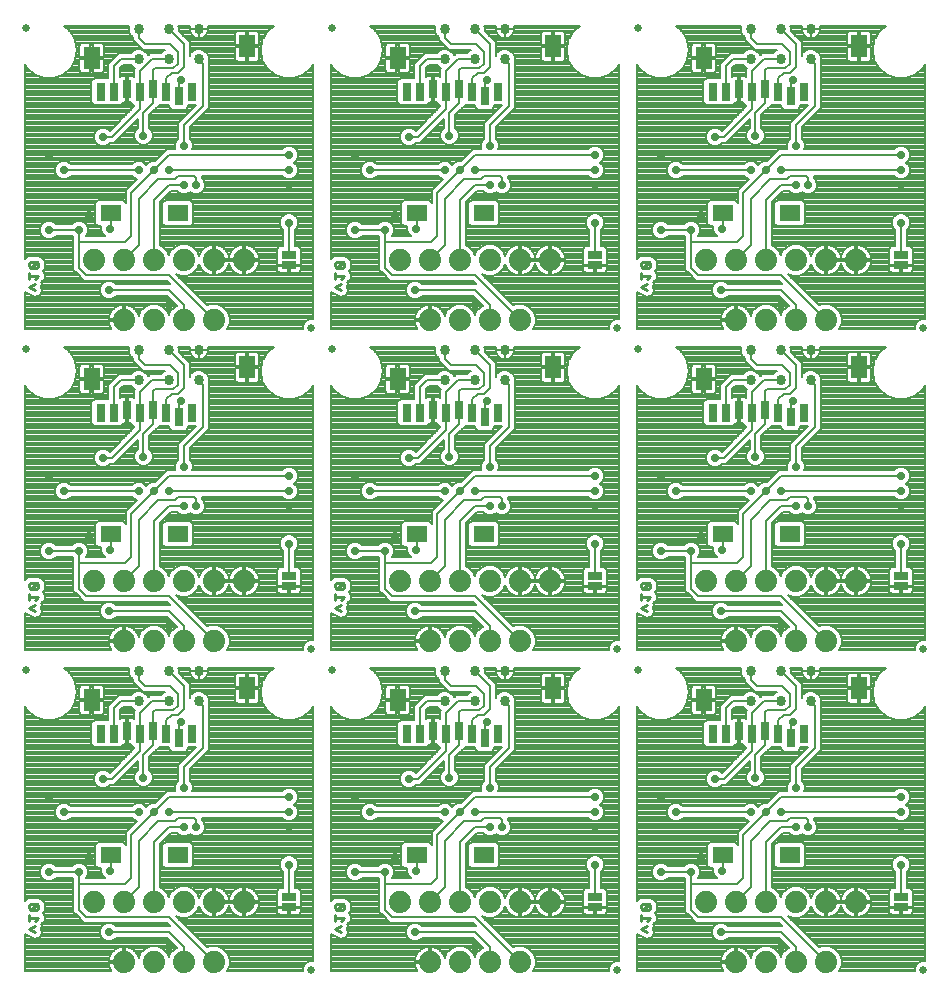
<source format=gbl>
G75*
%MOIN*%
%OFA0B0*%
%FSLAX25Y25*%
%IPPOS*%
%LPD*%
%AMOC8*
5,1,8,0,0,1.08239X$1,22.5*
%
%ADD10C,0.01000*%
%ADD11R,0.07087X0.05512*%
%ADD12R,0.03150X0.05906*%
%ADD13R,0.05512X0.07480*%
%ADD14C,0.02500*%
%ADD15C,0.07400*%
%ADD16R,0.05000X0.02500*%
%ADD17C,0.03400*%
%ADD18C,0.00800*%
%ADD19C,0.02900*%
%ADD20C,0.00600*%
D10*
X0030000Y0042476D02*
X0032002Y0043477D01*
X0032002Y0045158D02*
X0033003Y0046159D01*
X0030000Y0046159D01*
X0030000Y0045158D02*
X0030000Y0047160D01*
X0030500Y0048842D02*
X0032502Y0050843D01*
X0030500Y0050843D01*
X0030000Y0050343D01*
X0030000Y0049342D01*
X0030500Y0048842D01*
X0032502Y0048842D01*
X0033003Y0049342D01*
X0033003Y0050343D01*
X0032502Y0050843D01*
X0030000Y0042476D02*
X0032002Y0041475D01*
X0132000Y0042476D02*
X0134002Y0043477D01*
X0134002Y0045158D02*
X0135003Y0046159D01*
X0132000Y0046159D01*
X0132000Y0045158D02*
X0132000Y0047160D01*
X0132500Y0048842D02*
X0134502Y0050843D01*
X0132500Y0050843D01*
X0132000Y0050343D01*
X0132000Y0049342D01*
X0132500Y0048842D01*
X0134502Y0048842D01*
X0135003Y0049342D01*
X0135003Y0050343D01*
X0134502Y0050843D01*
X0132000Y0042476D02*
X0134002Y0041475D01*
X0234000Y0042476D02*
X0236002Y0043477D01*
X0236002Y0045158D02*
X0237003Y0046159D01*
X0234000Y0046159D01*
X0234000Y0045158D02*
X0234000Y0047160D01*
X0234500Y0048842D02*
X0236502Y0050843D01*
X0234500Y0050843D01*
X0234000Y0050343D01*
X0234000Y0049342D01*
X0234500Y0048842D01*
X0236502Y0048842D01*
X0237003Y0049342D01*
X0237003Y0050343D01*
X0236502Y0050843D01*
X0234000Y0042476D02*
X0236002Y0041475D01*
X0236002Y0148475D02*
X0234000Y0149476D01*
X0236002Y0150477D01*
X0236002Y0152158D02*
X0237003Y0153159D01*
X0234000Y0153159D01*
X0234000Y0152158D02*
X0234000Y0154160D01*
X0234500Y0155842D02*
X0236502Y0157843D01*
X0234500Y0157843D01*
X0234000Y0157343D01*
X0234000Y0156342D01*
X0234500Y0155842D01*
X0236502Y0155842D01*
X0237003Y0156342D01*
X0237003Y0157343D01*
X0236502Y0157843D01*
X0135003Y0157343D02*
X0134502Y0157843D01*
X0132500Y0155842D01*
X0132000Y0156342D01*
X0132000Y0157343D01*
X0132500Y0157843D01*
X0134502Y0157843D01*
X0135003Y0157343D02*
X0135003Y0156342D01*
X0134502Y0155842D01*
X0132500Y0155842D01*
X0132000Y0154160D02*
X0132000Y0152158D01*
X0132000Y0153159D02*
X0135003Y0153159D01*
X0134002Y0152158D01*
X0134002Y0150477D02*
X0132000Y0149476D01*
X0134002Y0148475D01*
X0033003Y0153159D02*
X0030000Y0153159D01*
X0030000Y0152158D02*
X0030000Y0154160D01*
X0030500Y0155842D02*
X0032502Y0157843D01*
X0030500Y0157843D01*
X0030000Y0157343D01*
X0030000Y0156342D01*
X0030500Y0155842D01*
X0032502Y0155842D01*
X0033003Y0156342D01*
X0033003Y0157343D01*
X0032502Y0157843D01*
X0033003Y0153159D02*
X0032002Y0152158D01*
X0032002Y0150477D02*
X0030000Y0149476D01*
X0032002Y0148475D01*
X0032002Y0255475D02*
X0030000Y0256476D01*
X0032002Y0257477D01*
X0032002Y0259158D02*
X0033003Y0260159D01*
X0030000Y0260159D01*
X0030000Y0259158D02*
X0030000Y0261160D01*
X0030500Y0262842D02*
X0032502Y0264843D01*
X0030500Y0264843D01*
X0030000Y0264343D01*
X0030000Y0263342D01*
X0030500Y0262842D01*
X0032502Y0262842D01*
X0033003Y0263342D01*
X0033003Y0264343D01*
X0032502Y0264843D01*
X0132000Y0264343D02*
X0132000Y0263342D01*
X0132500Y0262842D01*
X0134502Y0264843D01*
X0132500Y0264843D01*
X0132000Y0264343D01*
X0132500Y0262842D02*
X0134502Y0262842D01*
X0135003Y0263342D01*
X0135003Y0264343D01*
X0134502Y0264843D01*
X0132000Y0261160D02*
X0132000Y0259158D01*
X0132000Y0260159D02*
X0135003Y0260159D01*
X0134002Y0259158D01*
X0134002Y0257477D02*
X0132000Y0256476D01*
X0134002Y0255475D01*
X0234000Y0256476D02*
X0236002Y0257477D01*
X0236002Y0259158D02*
X0237003Y0260159D01*
X0234000Y0260159D01*
X0234000Y0259158D02*
X0234000Y0261160D01*
X0234500Y0262842D02*
X0236502Y0264843D01*
X0234500Y0264843D01*
X0234000Y0264343D01*
X0234000Y0263342D01*
X0234500Y0262842D01*
X0236502Y0262842D01*
X0237003Y0263342D01*
X0237003Y0264343D01*
X0236502Y0264843D01*
X0234000Y0256476D02*
X0236002Y0255475D01*
D11*
X0261071Y0281075D03*
X0283512Y0281075D03*
X0181512Y0281075D03*
X0159071Y0281075D03*
X0079512Y0281075D03*
X0057071Y0281075D03*
X0057071Y0174075D03*
X0079512Y0174075D03*
X0159071Y0174075D03*
X0181512Y0174075D03*
X0261071Y0174075D03*
X0283512Y0174075D03*
X0283512Y0067075D03*
X0261071Y0067075D03*
X0181512Y0067075D03*
X0159071Y0067075D03*
X0079512Y0067075D03*
X0057071Y0067075D03*
D12*
X0058213Y0107626D03*
X0053882Y0107626D03*
X0062543Y0108413D03*
X0066874Y0107626D03*
X0071205Y0108413D03*
X0075535Y0107626D03*
X0079866Y0106051D03*
X0084197Y0107626D03*
X0155882Y0107626D03*
X0160213Y0107626D03*
X0164543Y0108413D03*
X0168874Y0107626D03*
X0173205Y0108413D03*
X0177535Y0107626D03*
X0181866Y0106051D03*
X0186197Y0107626D03*
X0257882Y0107626D03*
X0262213Y0107626D03*
X0266543Y0108413D03*
X0270874Y0107626D03*
X0275205Y0108413D03*
X0279535Y0107626D03*
X0283866Y0106051D03*
X0288197Y0107626D03*
X0283866Y0213051D03*
X0279535Y0214626D03*
X0275205Y0215413D03*
X0270874Y0214626D03*
X0266543Y0215413D03*
X0262213Y0214626D03*
X0257882Y0214626D03*
X0288197Y0214626D03*
X0186197Y0214626D03*
X0181866Y0213051D03*
X0177535Y0214626D03*
X0173205Y0215413D03*
X0168874Y0214626D03*
X0164543Y0215413D03*
X0160213Y0214626D03*
X0155882Y0214626D03*
X0084197Y0214626D03*
X0079866Y0213051D03*
X0075535Y0214626D03*
X0071205Y0215413D03*
X0066874Y0214626D03*
X0062543Y0215413D03*
X0058213Y0214626D03*
X0053882Y0214626D03*
X0079866Y0320051D03*
X0075535Y0321626D03*
X0071205Y0322413D03*
X0066874Y0321626D03*
X0062543Y0322413D03*
X0058213Y0321626D03*
X0053882Y0321626D03*
X0084197Y0321626D03*
X0155882Y0321626D03*
X0160213Y0321626D03*
X0164543Y0322413D03*
X0168874Y0321626D03*
X0173205Y0322413D03*
X0177535Y0321626D03*
X0181866Y0320051D03*
X0186197Y0321626D03*
X0257882Y0321626D03*
X0262213Y0321626D03*
X0266543Y0322413D03*
X0270874Y0321626D03*
X0275205Y0322413D03*
X0279535Y0321626D03*
X0283866Y0320051D03*
X0288197Y0321626D03*
D13*
X0306543Y0336783D03*
X0254772Y0332846D03*
X0204543Y0336783D03*
X0152772Y0332846D03*
X0102543Y0336783D03*
X0050772Y0332846D03*
X0102543Y0229783D03*
X0152772Y0225846D03*
X0204543Y0229783D03*
X0254772Y0225846D03*
X0306543Y0229783D03*
X0306543Y0122783D03*
X0254772Y0118846D03*
X0204543Y0122783D03*
X0152772Y0118846D03*
X0102543Y0122783D03*
X0050772Y0118846D03*
X0050772Y0225846D03*
D14*
X0029000Y0236000D03*
X0124000Y0243000D03*
X0131000Y0236000D03*
X0226000Y0243000D03*
X0233000Y0236000D03*
X0328000Y0243000D03*
X0233000Y0343000D03*
X0131000Y0343000D03*
X0029000Y0343000D03*
X0124000Y0136000D03*
X0131000Y0129000D03*
X0226000Y0136000D03*
X0233000Y0129000D03*
X0328000Y0136000D03*
X0328000Y0029000D03*
X0226000Y0029000D03*
X0124000Y0029000D03*
X0029000Y0129000D03*
D15*
X0061500Y0138500D03*
X0071500Y0138500D03*
X0081500Y0138500D03*
X0091500Y0138500D03*
X0091500Y0158500D03*
X0101500Y0158500D03*
X0081500Y0158500D03*
X0071500Y0158500D03*
X0061500Y0158500D03*
X0051500Y0158500D03*
X0061500Y0245500D03*
X0071500Y0245500D03*
X0081500Y0245500D03*
X0091500Y0245500D03*
X0091500Y0265500D03*
X0101500Y0265500D03*
X0081500Y0265500D03*
X0071500Y0265500D03*
X0061500Y0265500D03*
X0051500Y0265500D03*
X0153500Y0265500D03*
X0163500Y0265500D03*
X0173500Y0265500D03*
X0183500Y0265500D03*
X0193500Y0265500D03*
X0203500Y0265500D03*
X0193500Y0245500D03*
X0183500Y0245500D03*
X0173500Y0245500D03*
X0163500Y0245500D03*
X0163500Y0158500D03*
X0173500Y0158500D03*
X0183500Y0158500D03*
X0193500Y0158500D03*
X0203500Y0158500D03*
X0193500Y0138500D03*
X0183500Y0138500D03*
X0173500Y0138500D03*
X0163500Y0138500D03*
X0153500Y0158500D03*
X0255500Y0158500D03*
X0265500Y0158500D03*
X0275500Y0158500D03*
X0285500Y0158500D03*
X0295500Y0158500D03*
X0305500Y0158500D03*
X0295500Y0138500D03*
X0285500Y0138500D03*
X0275500Y0138500D03*
X0265500Y0138500D03*
X0265500Y0051500D03*
X0275500Y0051500D03*
X0285500Y0051500D03*
X0295500Y0051500D03*
X0305500Y0051500D03*
X0295500Y0031500D03*
X0285500Y0031500D03*
X0275500Y0031500D03*
X0265500Y0031500D03*
X0255500Y0051500D03*
X0203500Y0051500D03*
X0193500Y0051500D03*
X0183500Y0051500D03*
X0173500Y0051500D03*
X0163500Y0051500D03*
X0153500Y0051500D03*
X0163500Y0031500D03*
X0173500Y0031500D03*
X0183500Y0031500D03*
X0193500Y0031500D03*
X0101500Y0051500D03*
X0091500Y0051500D03*
X0081500Y0051500D03*
X0071500Y0051500D03*
X0061500Y0051500D03*
X0051500Y0051500D03*
X0061500Y0031500D03*
X0071500Y0031500D03*
X0081500Y0031500D03*
X0091500Y0031500D03*
X0265500Y0245500D03*
X0275500Y0245500D03*
X0285500Y0245500D03*
X0295500Y0245500D03*
X0295500Y0265500D03*
X0305500Y0265500D03*
X0285500Y0265500D03*
X0275500Y0265500D03*
X0265500Y0265500D03*
X0255500Y0265500D03*
D16*
X0218500Y0263728D03*
X0218500Y0267272D03*
X0116500Y0267272D03*
X0116500Y0263728D03*
X0116500Y0160272D03*
X0116500Y0156728D03*
X0218500Y0156728D03*
X0218500Y0160272D03*
X0320500Y0160272D03*
X0320500Y0156728D03*
X0320500Y0053272D03*
X0320500Y0049728D03*
X0218500Y0049728D03*
X0218500Y0053272D03*
X0116500Y0053272D03*
X0116500Y0049728D03*
X0320500Y0263728D03*
X0320500Y0267272D03*
D17*
X0290500Y0235500D03*
X0290500Y0225500D03*
X0280500Y0225500D03*
X0280500Y0235500D03*
X0270500Y0235500D03*
X0270500Y0225500D03*
X0188500Y0225500D03*
X0188500Y0235500D03*
X0178500Y0235500D03*
X0178500Y0225500D03*
X0168500Y0225500D03*
X0168500Y0235500D03*
X0086500Y0235500D03*
X0086500Y0225500D03*
X0076500Y0225500D03*
X0076500Y0235500D03*
X0066500Y0235500D03*
X0066500Y0225500D03*
X0066500Y0128500D03*
X0076500Y0128500D03*
X0076500Y0118500D03*
X0066500Y0118500D03*
X0086500Y0118500D03*
X0086500Y0128500D03*
X0168500Y0128500D03*
X0178500Y0128500D03*
X0178500Y0118500D03*
X0168500Y0118500D03*
X0188500Y0118500D03*
X0188500Y0128500D03*
X0270500Y0128500D03*
X0280500Y0128500D03*
X0280500Y0118500D03*
X0270500Y0118500D03*
X0290500Y0118500D03*
X0290500Y0128500D03*
X0290500Y0332500D03*
X0290500Y0342500D03*
X0280500Y0342500D03*
X0280500Y0332500D03*
X0270500Y0332500D03*
X0270500Y0342500D03*
X0188500Y0342500D03*
X0188500Y0332500D03*
X0178500Y0332500D03*
X0178500Y0342500D03*
X0168500Y0342500D03*
X0168500Y0332500D03*
X0086500Y0332500D03*
X0086500Y0342500D03*
X0076500Y0342500D03*
X0076500Y0332500D03*
X0066500Y0332500D03*
X0066500Y0342500D03*
D18*
X0028500Y0040780D02*
X0028500Y0028500D01*
X0057376Y0028500D01*
X0057138Y0028827D01*
X0056774Y0029542D01*
X0056526Y0030306D01*
X0056400Y0031099D01*
X0056400Y0031100D01*
X0061100Y0031100D01*
X0061100Y0031900D01*
X0061100Y0036600D01*
X0061099Y0036600D01*
X0060306Y0036474D01*
X0059542Y0036226D01*
X0058827Y0035862D01*
X0058178Y0035390D01*
X0057610Y0034822D01*
X0057138Y0034173D01*
X0056774Y0033458D01*
X0056526Y0032694D01*
X0056400Y0031901D01*
X0056400Y0031900D01*
X0061100Y0031900D01*
X0061900Y0031900D01*
X0061900Y0036600D01*
X0061901Y0036600D01*
X0062694Y0036474D01*
X0063458Y0036226D01*
X0064173Y0035862D01*
X0064822Y0035390D01*
X0065390Y0034822D01*
X0065862Y0034173D01*
X0066226Y0033458D01*
X0066379Y0032987D01*
X0067007Y0034502D01*
X0068498Y0035993D01*
X0070446Y0036800D01*
X0072554Y0036800D01*
X0074502Y0035993D01*
X0075993Y0034502D01*
X0076500Y0033278D01*
X0077007Y0034502D01*
X0078498Y0035993D01*
X0079079Y0036234D01*
X0075713Y0039600D01*
X0058913Y0039600D01*
X0058228Y0038914D01*
X0057107Y0038450D01*
X0055893Y0038450D01*
X0054772Y0038914D01*
X0053914Y0039772D01*
X0053450Y0040893D01*
X0053450Y0042107D01*
X0053914Y0043228D01*
X0054772Y0044086D01*
X0055893Y0044550D01*
X0057107Y0044550D01*
X0058228Y0044086D01*
X0058913Y0043400D01*
X0076913Y0043400D01*
X0075713Y0044600D01*
X0048213Y0044600D01*
X0045713Y0047100D01*
X0044600Y0048213D01*
X0044600Y0059087D01*
X0044087Y0059600D01*
X0038913Y0059600D01*
X0038228Y0058914D01*
X0037107Y0058450D01*
X0035893Y0058450D01*
X0034772Y0058914D01*
X0033914Y0059772D01*
X0033450Y0060893D01*
X0033450Y0062107D01*
X0033914Y0063228D01*
X0034772Y0064086D01*
X0035893Y0064550D01*
X0037107Y0064550D01*
X0038228Y0064086D01*
X0038913Y0063400D01*
X0044087Y0063400D01*
X0044772Y0064086D01*
X0045893Y0064550D01*
X0047107Y0064550D01*
X0048228Y0064086D01*
X0049086Y0063228D01*
X0049550Y0062107D01*
X0049550Y0060893D01*
X0049086Y0059772D01*
X0048713Y0059400D01*
X0055307Y0059400D01*
X0055272Y0059414D01*
X0054414Y0060272D01*
X0053950Y0061393D01*
X0053950Y0062607D01*
X0053996Y0062719D01*
X0052865Y0062719D01*
X0051928Y0063656D01*
X0051928Y0070493D01*
X0052865Y0071431D01*
X0061277Y0071431D01*
X0062100Y0070608D01*
X0062100Y0074787D01*
X0063213Y0075900D01*
X0063213Y0075900D01*
X0065801Y0078488D01*
X0064772Y0078914D01*
X0064087Y0079600D01*
X0043913Y0079600D01*
X0043228Y0078914D01*
X0042107Y0078450D01*
X0040893Y0078450D01*
X0039772Y0078914D01*
X0038914Y0079772D01*
X0038450Y0080893D01*
X0038450Y0082107D01*
X0038914Y0083228D01*
X0039772Y0084086D01*
X0040893Y0084550D01*
X0042107Y0084550D01*
X0043228Y0084086D01*
X0043913Y0083400D01*
X0064087Y0083400D01*
X0064772Y0084086D01*
X0065893Y0084550D01*
X0067107Y0084550D01*
X0068228Y0084086D01*
X0069000Y0083313D01*
X0069772Y0084086D01*
X0070893Y0084550D01*
X0071863Y0084550D01*
X0074600Y0087287D01*
X0075713Y0088400D01*
X0078654Y0088400D01*
X0078450Y0088893D01*
X0078450Y0090107D01*
X0078914Y0091228D01*
X0079600Y0091913D01*
X0079600Y0097287D01*
X0085386Y0103073D01*
X0083041Y0103073D01*
X0083041Y0102436D01*
X0082104Y0101498D01*
X0077629Y0101498D01*
X0076691Y0102436D01*
X0076691Y0103073D01*
X0073298Y0103073D01*
X0073105Y0103266D01*
X0073105Y0102918D01*
X0071992Y0101805D01*
X0071992Y0101805D01*
X0069900Y0099713D01*
X0069900Y0095413D01*
X0070586Y0094728D01*
X0071050Y0093607D01*
X0071050Y0092393D01*
X0070586Y0091272D01*
X0069728Y0090414D01*
X0068607Y0089950D01*
X0067393Y0089950D01*
X0066272Y0090414D01*
X0065414Y0091272D01*
X0064950Y0092393D01*
X0064950Y0093607D01*
X0065414Y0094728D01*
X0066100Y0095413D01*
X0066100Y0098437D01*
X0059400Y0091737D01*
X0058287Y0090624D01*
X0056937Y0090624D01*
X0056228Y0089914D01*
X0055107Y0089450D01*
X0053893Y0089450D01*
X0052772Y0089914D01*
X0051914Y0090772D01*
X0051450Y0091893D01*
X0051450Y0093107D01*
X0051914Y0094228D01*
X0052772Y0095086D01*
X0053893Y0095550D01*
X0055107Y0095550D01*
X0056228Y0095086D01*
X0056801Y0094512D01*
X0064974Y0102685D01*
X0064974Y0103073D01*
X0064636Y0103073D01*
X0063699Y0104010D01*
X0063699Y0104061D01*
X0062931Y0104061D01*
X0062931Y0108026D01*
X0062156Y0108026D01*
X0062156Y0104061D01*
X0061387Y0104061D01*
X0061387Y0104010D01*
X0060450Y0103073D01*
X0051644Y0103073D01*
X0050707Y0104010D01*
X0050707Y0111241D01*
X0051644Y0112179D01*
X0056313Y0112179D01*
X0056313Y0117000D01*
X0058600Y0119287D01*
X0058600Y0119287D01*
X0059713Y0120400D01*
X0063733Y0120400D01*
X0064631Y0121298D01*
X0065844Y0121800D01*
X0067156Y0121800D01*
X0068369Y0121298D01*
X0069298Y0120369D01*
X0069557Y0119744D01*
X0070213Y0120400D01*
X0073733Y0120400D01*
X0074631Y0121298D01*
X0075361Y0121600D01*
X0067713Y0121600D01*
X0066600Y0122713D01*
X0064600Y0124713D01*
X0064600Y0125733D01*
X0063702Y0126631D01*
X0063200Y0127844D01*
X0063200Y0129156D01*
X0063342Y0129500D01*
X0041434Y0129500D01*
X0043734Y0127570D01*
X0043734Y0127570D01*
X0045374Y0124730D01*
X0045943Y0121500D01*
X0045374Y0118270D01*
X0043734Y0115430D01*
X0043734Y0115430D01*
X0043734Y0115430D01*
X0041222Y0113322D01*
X0041222Y0113322D01*
X0038140Y0112200D01*
X0034860Y0112200D01*
X0031778Y0113322D01*
X0031778Y0113322D01*
X0029266Y0115430D01*
X0029266Y0115430D01*
X0028500Y0116756D01*
X0028500Y0051813D01*
X0029045Y0052358D01*
X0029631Y0052943D01*
X0029631Y0052943D01*
X0029631Y0052943D01*
X0030491Y0052943D01*
X0031370Y0052943D01*
X0031370Y0052943D01*
X0033372Y0052943D01*
X0034602Y0051713D01*
X0034602Y0051713D01*
X0035103Y0051213D01*
X0035103Y0050212D01*
X0035103Y0050212D01*
X0035103Y0049351D01*
X0035103Y0048472D01*
X0035103Y0048472D01*
X0035103Y0048472D01*
X0034534Y0047904D01*
X0034381Y0047751D01*
X0035103Y0047029D01*
X0035103Y0045289D01*
X0033996Y0044183D01*
X0034269Y0043638D01*
X0033882Y0042476D01*
X0034269Y0041314D01*
X0033491Y0039758D01*
X0031841Y0039208D01*
X0029194Y0040531D01*
X0028511Y0040759D01*
X0028500Y0040780D01*
X0028500Y0040075D02*
X0030107Y0040075D01*
X0031704Y0039276D02*
X0028500Y0039276D01*
X0028500Y0038478D02*
X0055827Y0038478D01*
X0057173Y0038478D02*
X0076835Y0038478D01*
X0076037Y0039276D02*
X0058590Y0039276D01*
X0059259Y0036082D02*
X0028500Y0036082D01*
X0028500Y0035284D02*
X0058071Y0035284D01*
X0057365Y0034485D02*
X0028500Y0034485D01*
X0028500Y0033687D02*
X0056890Y0033687D01*
X0056589Y0032888D02*
X0028500Y0032888D01*
X0028500Y0032090D02*
X0056430Y0032090D01*
X0056496Y0030493D02*
X0028500Y0030493D01*
X0028500Y0031291D02*
X0061100Y0031291D01*
X0061100Y0032090D02*
X0061900Y0032090D01*
X0061900Y0032888D02*
X0061100Y0032888D01*
X0061100Y0033687D02*
X0061900Y0033687D01*
X0061900Y0034485D02*
X0061100Y0034485D01*
X0061100Y0035284D02*
X0061900Y0035284D01*
X0061900Y0036082D02*
X0061100Y0036082D01*
X0063741Y0036082D02*
X0068713Y0036082D01*
X0067788Y0035284D02*
X0064929Y0035284D01*
X0065635Y0034485D02*
X0067000Y0034485D01*
X0066669Y0033687D02*
X0066110Y0033687D01*
X0074287Y0036082D02*
X0078713Y0036082D01*
X0078432Y0036881D02*
X0028500Y0036881D01*
X0028500Y0037679D02*
X0077634Y0037679D01*
X0077788Y0035284D02*
X0075212Y0035284D01*
X0076000Y0034485D02*
X0077000Y0034485D01*
X0076669Y0033687D02*
X0076331Y0033687D01*
X0084015Y0041672D02*
X0124500Y0041672D01*
X0124500Y0042470D02*
X0083217Y0042470D01*
X0082418Y0043269D02*
X0124500Y0043269D01*
X0124500Y0044067D02*
X0081620Y0044067D01*
X0080821Y0044866D02*
X0124500Y0044866D01*
X0124500Y0045664D02*
X0080023Y0045664D01*
X0080446Y0046200D02*
X0082554Y0046200D01*
X0084502Y0047007D01*
X0085993Y0048498D01*
X0086621Y0050013D01*
X0086774Y0049542D01*
X0087138Y0048827D01*
X0087610Y0048178D01*
X0088178Y0047610D01*
X0088827Y0047138D01*
X0089542Y0046774D01*
X0090306Y0046526D01*
X0091099Y0046400D01*
X0091100Y0046400D01*
X0091100Y0051100D01*
X0091900Y0051100D01*
X0091900Y0051900D01*
X0096600Y0051900D01*
X0101100Y0051900D01*
X0101100Y0056600D01*
X0101099Y0056600D01*
X0100306Y0056474D01*
X0099542Y0056226D01*
X0098827Y0055862D01*
X0098178Y0055390D01*
X0097610Y0054822D01*
X0097138Y0054173D01*
X0096774Y0053458D01*
X0096526Y0052694D01*
X0096500Y0052533D01*
X0096474Y0052694D01*
X0096226Y0053458D01*
X0095862Y0054173D01*
X0095390Y0054822D01*
X0094822Y0055390D01*
X0094173Y0055862D01*
X0093458Y0056226D01*
X0092694Y0056474D01*
X0091901Y0056600D01*
X0091900Y0056600D01*
X0091900Y0051900D01*
X0091100Y0051900D01*
X0091100Y0056600D01*
X0091099Y0056600D01*
X0090306Y0056474D01*
X0089542Y0056226D01*
X0088827Y0055862D01*
X0088178Y0055390D01*
X0087610Y0054822D01*
X0087138Y0054173D01*
X0086774Y0053458D01*
X0086621Y0052987D01*
X0085993Y0054502D01*
X0084502Y0055993D01*
X0082554Y0056800D01*
X0080446Y0056800D01*
X0078498Y0055993D01*
X0077007Y0054502D01*
X0076500Y0053278D01*
X0075993Y0054502D01*
X0074502Y0055993D01*
X0073400Y0056450D01*
X0073400Y0070713D01*
X0077287Y0074600D01*
X0079087Y0074600D01*
X0079772Y0073914D01*
X0080893Y0073450D01*
X0082107Y0073450D01*
X0083228Y0073914D01*
X0083500Y0074187D01*
X0083772Y0073914D01*
X0084893Y0073450D01*
X0086107Y0073450D01*
X0087228Y0073914D01*
X0088086Y0074772D01*
X0088550Y0075893D01*
X0088550Y0077107D01*
X0088086Y0078228D01*
X0087400Y0078913D01*
X0087400Y0079600D01*
X0114087Y0079600D01*
X0114772Y0078914D01*
X0115893Y0078450D01*
X0117107Y0078450D01*
X0118228Y0078914D01*
X0119086Y0079772D01*
X0119550Y0080893D01*
X0119550Y0082107D01*
X0119086Y0083228D01*
X0118313Y0084000D01*
X0119086Y0084772D01*
X0119550Y0085893D01*
X0119550Y0087107D01*
X0119086Y0088228D01*
X0118228Y0089086D01*
X0117107Y0089550D01*
X0115893Y0089550D01*
X0114772Y0089086D01*
X0114087Y0088400D01*
X0084346Y0088400D01*
X0084550Y0088893D01*
X0084550Y0090107D01*
X0084086Y0091228D01*
X0083400Y0091913D01*
X0083400Y0095713D01*
X0088787Y0101100D01*
X0089900Y0102213D01*
X0089900Y0117787D01*
X0089800Y0117887D01*
X0089800Y0119156D01*
X0089298Y0120369D01*
X0088369Y0121298D01*
X0087156Y0121800D01*
X0085844Y0121800D01*
X0084631Y0121298D01*
X0083702Y0120369D01*
X0083400Y0119639D01*
X0083400Y0124287D01*
X0082287Y0125400D01*
X0079800Y0127887D01*
X0079800Y0129156D01*
X0079658Y0129500D01*
X0083559Y0129500D01*
X0083519Y0129404D01*
X0083400Y0128805D01*
X0083400Y0128600D01*
X0086400Y0128600D01*
X0086400Y0128400D01*
X0083400Y0128400D01*
X0083400Y0128195D01*
X0083519Y0127596D01*
X0083753Y0127032D01*
X0084092Y0126524D01*
X0084524Y0126092D01*
X0085032Y0125753D01*
X0085596Y0125519D01*
X0086195Y0125400D01*
X0086400Y0125400D01*
X0086400Y0128400D01*
X0086600Y0128400D01*
X0086600Y0128600D01*
X0089600Y0128600D01*
X0089600Y0128805D01*
X0089481Y0129404D01*
X0089441Y0129500D01*
X0111566Y0129500D01*
X0109266Y0127570D01*
X0107626Y0124730D01*
X0107057Y0121500D01*
X0107626Y0118270D01*
X0109266Y0115430D01*
X0109266Y0115430D01*
X0111778Y0113322D01*
X0114860Y0112200D01*
X0118140Y0112200D01*
X0121222Y0113322D01*
X0123734Y0115430D01*
X0124500Y0116756D01*
X0124500Y0031850D01*
X0123433Y0031850D01*
X0122386Y0031416D01*
X0121584Y0030614D01*
X0121150Y0029567D01*
X0121150Y0028500D01*
X0095994Y0028500D01*
X0096800Y0030446D01*
X0096800Y0032554D01*
X0095993Y0034502D01*
X0094502Y0035993D01*
X0092554Y0036800D01*
X0090446Y0036800D01*
X0089344Y0036343D01*
X0078809Y0046878D01*
X0080446Y0046200D01*
X0079811Y0046463D02*
X0079224Y0046463D01*
X0076246Y0044067D02*
X0058246Y0044067D01*
X0054754Y0044067D02*
X0034054Y0044067D01*
X0034146Y0043269D02*
X0053955Y0043269D01*
X0053601Y0042470D02*
X0033884Y0042470D01*
X0034150Y0041672D02*
X0053450Y0041672D01*
X0053458Y0040873D02*
X0034049Y0040873D01*
X0033649Y0040075D02*
X0053789Y0040075D01*
X0054410Y0039276D02*
X0032045Y0039276D01*
X0034679Y0044866D02*
X0047947Y0044866D01*
X0047149Y0045664D02*
X0035103Y0045664D01*
X0035103Y0046463D02*
X0046350Y0046463D01*
X0045552Y0047261D02*
X0034870Y0047261D01*
X0034690Y0048060D02*
X0044753Y0048060D01*
X0044600Y0048858D02*
X0035103Y0048858D01*
X0035103Y0049657D02*
X0044600Y0049657D01*
X0044600Y0050455D02*
X0035103Y0050455D01*
X0035061Y0051254D02*
X0044600Y0051254D01*
X0044600Y0052052D02*
X0034263Y0052052D01*
X0033464Y0052851D02*
X0044600Y0052851D01*
X0044600Y0053649D02*
X0028500Y0053649D01*
X0028500Y0052851D02*
X0029538Y0052851D01*
X0028740Y0052052D02*
X0028500Y0052052D01*
X0028500Y0054448D02*
X0044600Y0054448D01*
X0044600Y0055246D02*
X0028500Y0055246D01*
X0028500Y0056045D02*
X0044600Y0056045D01*
X0044600Y0056843D02*
X0028500Y0056843D01*
X0028500Y0057642D02*
X0044600Y0057642D01*
X0044600Y0058440D02*
X0028500Y0058440D01*
X0028500Y0059239D02*
X0034448Y0059239D01*
X0033804Y0060037D02*
X0028500Y0060037D01*
X0028500Y0060836D02*
X0033474Y0060836D01*
X0033450Y0061634D02*
X0028500Y0061634D01*
X0028500Y0062433D02*
X0033585Y0062433D01*
X0033918Y0063232D02*
X0028500Y0063232D01*
X0028500Y0064030D02*
X0034717Y0064030D01*
X0038283Y0064030D02*
X0044717Y0064030D01*
X0048283Y0064030D02*
X0051928Y0064030D01*
X0051928Y0064829D02*
X0028500Y0064829D01*
X0028500Y0065627D02*
X0051928Y0065627D01*
X0051928Y0066426D02*
X0028500Y0066426D01*
X0028500Y0067224D02*
X0051928Y0067224D01*
X0051928Y0068023D02*
X0028500Y0068023D01*
X0028500Y0068821D02*
X0051928Y0068821D01*
X0051928Y0069620D02*
X0028500Y0069620D01*
X0028500Y0070418D02*
X0051928Y0070418D01*
X0052651Y0071217D02*
X0028500Y0071217D01*
X0028500Y0072015D02*
X0062100Y0072015D01*
X0062100Y0071217D02*
X0061491Y0071217D01*
X0062100Y0072814D02*
X0028500Y0072814D01*
X0028500Y0073612D02*
X0062100Y0073612D01*
X0062100Y0074411D02*
X0028500Y0074411D01*
X0028500Y0075209D02*
X0062522Y0075209D01*
X0063321Y0076008D02*
X0028500Y0076008D01*
X0028500Y0076806D02*
X0064119Y0076806D01*
X0064918Y0077605D02*
X0028500Y0077605D01*
X0028500Y0078403D02*
X0065716Y0078403D01*
X0064485Y0079202D02*
X0043515Y0079202D01*
X0039485Y0079202D02*
X0028500Y0079202D01*
X0028500Y0080000D02*
X0038820Y0080000D01*
X0038489Y0080799D02*
X0028500Y0080799D01*
X0028500Y0081597D02*
X0038450Y0081597D01*
X0038570Y0082396D02*
X0028500Y0082396D01*
X0028500Y0083194D02*
X0038901Y0083194D01*
X0039679Y0083993D02*
X0028500Y0083993D01*
X0028500Y0084791D02*
X0072104Y0084791D01*
X0072903Y0085590D02*
X0028500Y0085590D01*
X0028500Y0086388D02*
X0073701Y0086388D01*
X0074500Y0087187D02*
X0028500Y0087187D01*
X0028500Y0087985D02*
X0075298Y0087985D01*
X0078495Y0088784D02*
X0028500Y0088784D01*
X0028500Y0089582D02*
X0053574Y0089582D01*
X0052306Y0090381D02*
X0028500Y0090381D01*
X0028500Y0091179D02*
X0051746Y0091179D01*
X0051450Y0091978D02*
X0028500Y0091978D01*
X0028500Y0092776D02*
X0051450Y0092776D01*
X0051644Y0093575D02*
X0028500Y0093575D01*
X0028500Y0094373D02*
X0052060Y0094373D01*
X0052981Y0095172D02*
X0028500Y0095172D01*
X0028500Y0095970D02*
X0058260Y0095970D01*
X0057461Y0095172D02*
X0056019Y0095172D01*
X0059058Y0096769D02*
X0028500Y0096769D01*
X0028500Y0097568D02*
X0059857Y0097568D01*
X0060655Y0098366D02*
X0028500Y0098366D01*
X0028500Y0099165D02*
X0061454Y0099165D01*
X0062252Y0099963D02*
X0028500Y0099963D01*
X0028500Y0100762D02*
X0063051Y0100762D01*
X0063849Y0101560D02*
X0028500Y0101560D01*
X0028500Y0102359D02*
X0064648Y0102359D01*
X0064553Y0103157D02*
X0060534Y0103157D01*
X0061333Y0103956D02*
X0063754Y0103956D01*
X0062931Y0104754D02*
X0062156Y0104754D01*
X0062156Y0105553D02*
X0062931Y0105553D01*
X0062931Y0106351D02*
X0062156Y0106351D01*
X0062156Y0107150D02*
X0062931Y0107150D01*
X0062931Y0107948D02*
X0062156Y0107948D01*
X0062156Y0108801D02*
X0062156Y0112766D01*
X0060784Y0112766D01*
X0060428Y0112671D01*
X0060113Y0112489D01*
X0060113Y0115426D01*
X0061287Y0116600D01*
X0063733Y0116600D01*
X0064631Y0115702D01*
X0065256Y0115443D01*
X0064974Y0115161D01*
X0064974Y0112489D01*
X0064658Y0112671D01*
X0064302Y0112766D01*
X0062931Y0112766D01*
X0062931Y0108801D01*
X0062156Y0108801D01*
X0062156Y0109545D02*
X0062931Y0109545D01*
X0062931Y0110344D02*
X0062156Y0110344D01*
X0062156Y0111142D02*
X0062931Y0111142D01*
X0062931Y0111941D02*
X0062156Y0111941D01*
X0062156Y0112739D02*
X0062931Y0112739D01*
X0064403Y0112739D02*
X0064974Y0112739D01*
X0064974Y0113538D02*
X0060113Y0113538D01*
X0060113Y0114336D02*
X0064974Y0114336D01*
X0064974Y0115135D02*
X0060113Y0115135D01*
X0060620Y0115933D02*
X0064400Y0115933D01*
X0064057Y0120724D02*
X0054928Y0120724D01*
X0054928Y0119926D02*
X0059239Y0119926D01*
X0058440Y0119127D02*
X0051172Y0119127D01*
X0051172Y0119246D02*
X0054928Y0119246D01*
X0054928Y0122771D01*
X0054832Y0123127D01*
X0054648Y0123446D01*
X0054387Y0123707D01*
X0054068Y0123891D01*
X0053712Y0123987D01*
X0051172Y0123987D01*
X0051172Y0119246D01*
X0051172Y0118446D01*
X0054928Y0118446D01*
X0054928Y0114922D01*
X0054832Y0114566D01*
X0054648Y0114247D01*
X0054387Y0113986D01*
X0054068Y0113802D01*
X0053712Y0113706D01*
X0051172Y0113706D01*
X0051172Y0118446D01*
X0050372Y0118446D01*
X0050372Y0113706D01*
X0047831Y0113706D01*
X0047475Y0113802D01*
X0047156Y0113986D01*
X0046895Y0114247D01*
X0046711Y0114566D01*
X0046616Y0114922D01*
X0046616Y0118446D01*
X0050372Y0118446D01*
X0050372Y0119246D01*
X0046616Y0119246D01*
X0046616Y0122771D01*
X0046711Y0123127D01*
X0046895Y0123446D01*
X0047156Y0123707D01*
X0047475Y0123891D01*
X0047831Y0123987D01*
X0050372Y0123987D01*
X0050372Y0119246D01*
X0051172Y0119246D01*
X0051172Y0119926D02*
X0050372Y0119926D01*
X0050372Y0120724D02*
X0051172Y0120724D01*
X0051172Y0121523D02*
X0050372Y0121523D01*
X0050372Y0122321D02*
X0051172Y0122321D01*
X0051172Y0123120D02*
X0050372Y0123120D01*
X0050372Y0123918D02*
X0051172Y0123918D01*
X0053966Y0123918D02*
X0065395Y0123918D01*
X0064600Y0124717D02*
X0045376Y0124717D01*
X0045517Y0123918D02*
X0047577Y0123918D01*
X0046709Y0123120D02*
X0045658Y0123120D01*
X0045799Y0122321D02*
X0046616Y0122321D01*
X0046616Y0121523D02*
X0045939Y0121523D01*
X0045807Y0120724D02*
X0046616Y0120724D01*
X0046616Y0119926D02*
X0045666Y0119926D01*
X0045525Y0119127D02*
X0050372Y0119127D01*
X0050372Y0118329D02*
X0051172Y0118329D01*
X0051172Y0117530D02*
X0050372Y0117530D01*
X0050372Y0116732D02*
X0051172Y0116732D01*
X0051172Y0115933D02*
X0050372Y0115933D01*
X0050372Y0115135D02*
X0051172Y0115135D01*
X0051172Y0114336D02*
X0050372Y0114336D01*
X0051406Y0111941D02*
X0028500Y0111941D01*
X0028500Y0112739D02*
X0033379Y0112739D01*
X0031521Y0113538D02*
X0028500Y0113538D01*
X0028500Y0114336D02*
X0030569Y0114336D01*
X0029618Y0115135D02*
X0028500Y0115135D01*
X0028500Y0115933D02*
X0028975Y0115933D01*
X0028514Y0116732D02*
X0028500Y0116732D01*
X0028500Y0111142D02*
X0050707Y0111142D01*
X0050707Y0110344D02*
X0028500Y0110344D01*
X0028500Y0109545D02*
X0050707Y0109545D01*
X0050707Y0108747D02*
X0028500Y0108747D01*
X0028500Y0107948D02*
X0050707Y0107948D01*
X0050707Y0107150D02*
X0028500Y0107150D01*
X0028500Y0106351D02*
X0050707Y0106351D01*
X0050707Y0105553D02*
X0028500Y0105553D01*
X0028500Y0104754D02*
X0050707Y0104754D01*
X0050762Y0103956D02*
X0028500Y0103956D01*
X0028500Y0103157D02*
X0051560Y0103157D01*
X0061238Y0093575D02*
X0064950Y0093575D01*
X0064950Y0092776D02*
X0060440Y0092776D01*
X0059641Y0091978D02*
X0065122Y0091978D01*
X0065507Y0091179D02*
X0058843Y0091179D01*
X0056694Y0090381D02*
X0066353Y0090381D01*
X0069647Y0090381D02*
X0078564Y0090381D01*
X0078450Y0089582D02*
X0055426Y0089582D01*
X0062037Y0094373D02*
X0065268Y0094373D01*
X0065859Y0095172D02*
X0062835Y0095172D01*
X0063634Y0095970D02*
X0066100Y0095970D01*
X0066100Y0096769D02*
X0064432Y0096769D01*
X0065231Y0097568D02*
X0066100Y0097568D01*
X0066100Y0098366D02*
X0066029Y0098366D01*
X0069900Y0098366D02*
X0080679Y0098366D01*
X0079881Y0097568D02*
X0069900Y0097568D01*
X0069900Y0096769D02*
X0079600Y0096769D01*
X0079600Y0095970D02*
X0069900Y0095970D01*
X0070141Y0095172D02*
X0079600Y0095172D01*
X0079600Y0094373D02*
X0070732Y0094373D01*
X0071050Y0093575D02*
X0079600Y0093575D01*
X0079600Y0092776D02*
X0071050Y0092776D01*
X0070878Y0091978D02*
X0079600Y0091978D01*
X0078894Y0091179D02*
X0070493Y0091179D01*
X0069679Y0083993D02*
X0068321Y0083993D01*
X0064679Y0083993D02*
X0043321Y0083993D01*
X0049082Y0063232D02*
X0052352Y0063232D01*
X0053950Y0062433D02*
X0049415Y0062433D01*
X0049550Y0061634D02*
X0053950Y0061634D01*
X0054181Y0060836D02*
X0049526Y0060836D01*
X0049195Y0060037D02*
X0054649Y0060037D01*
X0044448Y0059239D02*
X0038552Y0059239D01*
X0028500Y0029694D02*
X0056724Y0029694D01*
X0057103Y0028896D02*
X0028500Y0028896D01*
X0073400Y0056843D02*
X0114600Y0056843D01*
X0114600Y0056122D02*
X0113337Y0056122D01*
X0112400Y0055184D01*
X0112400Y0051359D01*
X0112600Y0051159D01*
X0112600Y0049953D01*
X0116275Y0049953D01*
X0116275Y0049503D01*
X0116725Y0049503D01*
X0116725Y0047078D01*
X0119184Y0047078D01*
X0119540Y0047174D01*
X0119860Y0047358D01*
X0120120Y0047619D01*
X0120305Y0047938D01*
X0120400Y0048294D01*
X0120400Y0049503D01*
X0116725Y0049503D01*
X0116725Y0049953D01*
X0120400Y0049953D01*
X0120400Y0051159D01*
X0120600Y0051359D01*
X0120600Y0055184D01*
X0119663Y0056122D01*
X0118400Y0056122D01*
X0118400Y0061587D01*
X0119086Y0062272D01*
X0119550Y0063393D01*
X0119550Y0064607D01*
X0119086Y0065728D01*
X0118228Y0066586D01*
X0117107Y0067050D01*
X0115893Y0067050D01*
X0114772Y0066586D01*
X0113914Y0065728D01*
X0113450Y0064607D01*
X0113450Y0063393D01*
X0113914Y0062272D01*
X0114600Y0061587D01*
X0114600Y0056122D01*
X0113261Y0056045D02*
X0103814Y0056045D01*
X0103458Y0056226D02*
X0102694Y0056474D01*
X0101901Y0056600D01*
X0101900Y0056600D01*
X0101900Y0051900D01*
X0101100Y0051900D01*
X0101100Y0051100D01*
X0091900Y0051100D01*
X0091900Y0046400D01*
X0091901Y0046400D01*
X0092694Y0046526D01*
X0093458Y0046774D01*
X0094173Y0047138D01*
X0094822Y0047610D01*
X0095390Y0048178D01*
X0095862Y0048827D01*
X0096226Y0049542D01*
X0096474Y0050306D01*
X0096500Y0050467D01*
X0096526Y0050306D01*
X0096774Y0049542D01*
X0097138Y0048827D01*
X0097610Y0048178D01*
X0098178Y0047610D01*
X0098827Y0047138D01*
X0099542Y0046774D01*
X0100306Y0046526D01*
X0101099Y0046400D01*
X0101100Y0046400D01*
X0101100Y0051100D01*
X0101900Y0051100D01*
X0101900Y0051900D01*
X0106600Y0051900D01*
X0106600Y0051901D01*
X0106474Y0052694D01*
X0106226Y0053458D01*
X0105862Y0054173D01*
X0105390Y0054822D01*
X0104822Y0055390D01*
X0104173Y0055862D01*
X0103458Y0056226D01*
X0101900Y0056045D02*
X0101100Y0056045D01*
X0101100Y0055246D02*
X0101900Y0055246D01*
X0101900Y0054448D02*
X0101100Y0054448D01*
X0101100Y0053649D02*
X0101900Y0053649D01*
X0101900Y0052851D02*
X0101100Y0052851D01*
X0101100Y0052052D02*
X0101900Y0052052D01*
X0101900Y0051254D02*
X0112505Y0051254D01*
X0112600Y0050455D02*
X0106498Y0050455D01*
X0106474Y0050306D02*
X0106600Y0051099D01*
X0106600Y0051100D01*
X0101900Y0051100D01*
X0101900Y0046400D01*
X0101901Y0046400D01*
X0102694Y0046526D01*
X0103458Y0046774D01*
X0104173Y0047138D01*
X0104822Y0047610D01*
X0105390Y0048178D01*
X0105862Y0048827D01*
X0106226Y0049542D01*
X0106474Y0050306D01*
X0106264Y0049657D02*
X0116275Y0049657D01*
X0116275Y0049503D02*
X0112600Y0049503D01*
X0112600Y0048294D01*
X0112695Y0047938D01*
X0112880Y0047619D01*
X0113140Y0047358D01*
X0113460Y0047174D01*
X0113816Y0047078D01*
X0116275Y0047078D01*
X0116275Y0049503D01*
X0116725Y0049657D02*
X0124500Y0049657D01*
X0124500Y0050455D02*
X0120400Y0050455D01*
X0120495Y0051254D02*
X0124500Y0051254D01*
X0124500Y0052052D02*
X0120600Y0052052D01*
X0120600Y0052851D02*
X0124500Y0052851D01*
X0124500Y0053649D02*
X0120600Y0053649D01*
X0120600Y0054448D02*
X0124500Y0054448D01*
X0124500Y0055246D02*
X0120538Y0055246D01*
X0119739Y0056045D02*
X0124500Y0056045D01*
X0124500Y0056843D02*
X0118400Y0056843D01*
X0118400Y0057642D02*
X0124500Y0057642D01*
X0124500Y0058440D02*
X0118400Y0058440D01*
X0118400Y0059239D02*
X0124500Y0059239D01*
X0124500Y0060037D02*
X0118400Y0060037D01*
X0118400Y0060836D02*
X0124500Y0060836D01*
X0124500Y0061634D02*
X0118448Y0061634D01*
X0119152Y0062433D02*
X0124500Y0062433D01*
X0124500Y0063232D02*
X0119483Y0063232D01*
X0119550Y0064030D02*
X0124500Y0064030D01*
X0124500Y0064829D02*
X0119458Y0064829D01*
X0119127Y0065627D02*
X0124500Y0065627D01*
X0124500Y0066426D02*
X0118388Y0066426D01*
X0114612Y0066426D02*
X0084655Y0066426D01*
X0084655Y0067224D02*
X0124500Y0067224D01*
X0124500Y0068023D02*
X0084655Y0068023D01*
X0084655Y0068821D02*
X0124500Y0068821D01*
X0124500Y0069620D02*
X0084655Y0069620D01*
X0084655Y0070418D02*
X0124500Y0070418D01*
X0124500Y0071217D02*
X0083932Y0071217D01*
X0083718Y0071431D02*
X0075306Y0071431D01*
X0074369Y0070493D01*
X0074369Y0063656D01*
X0075306Y0062719D01*
X0083718Y0062719D01*
X0084655Y0063656D01*
X0084655Y0070493D01*
X0083718Y0071431D01*
X0084502Y0073612D02*
X0082498Y0073612D01*
X0080502Y0073612D02*
X0076299Y0073612D01*
X0075501Y0072814D02*
X0124500Y0072814D01*
X0124500Y0073612D02*
X0086498Y0073612D01*
X0087724Y0074411D02*
X0124500Y0074411D01*
X0124500Y0075209D02*
X0088267Y0075209D01*
X0088550Y0076008D02*
X0124500Y0076008D01*
X0124500Y0076806D02*
X0088550Y0076806D01*
X0088344Y0077605D02*
X0124500Y0077605D01*
X0124500Y0078403D02*
X0087910Y0078403D01*
X0087400Y0079202D02*
X0114485Y0079202D01*
X0118515Y0079202D02*
X0124500Y0079202D01*
X0124500Y0080000D02*
X0119180Y0080000D01*
X0119511Y0080799D02*
X0124500Y0080799D01*
X0124500Y0081597D02*
X0119550Y0081597D01*
X0119430Y0082396D02*
X0124500Y0082396D01*
X0124500Y0083194D02*
X0119099Y0083194D01*
X0118321Y0083993D02*
X0124500Y0083993D01*
X0124500Y0084791D02*
X0119094Y0084791D01*
X0119424Y0085590D02*
X0124500Y0085590D01*
X0124500Y0086388D02*
X0119550Y0086388D01*
X0119517Y0087187D02*
X0124500Y0087187D01*
X0124500Y0087985D02*
X0119186Y0087985D01*
X0118529Y0088784D02*
X0124500Y0088784D01*
X0124500Y0089582D02*
X0084550Y0089582D01*
X0084505Y0088784D02*
X0114471Y0088784D01*
X0124500Y0090381D02*
X0084436Y0090381D01*
X0084106Y0091179D02*
X0124500Y0091179D01*
X0124500Y0091978D02*
X0083400Y0091978D01*
X0083400Y0092776D02*
X0124500Y0092776D01*
X0124500Y0093575D02*
X0083400Y0093575D01*
X0083400Y0094373D02*
X0124500Y0094373D01*
X0124500Y0095172D02*
X0083400Y0095172D01*
X0083657Y0095970D02*
X0124500Y0095970D01*
X0124500Y0096769D02*
X0084456Y0096769D01*
X0085255Y0097568D02*
X0124500Y0097568D01*
X0124500Y0098366D02*
X0086053Y0098366D01*
X0086852Y0099165D02*
X0124500Y0099165D01*
X0124500Y0099963D02*
X0087650Y0099963D01*
X0088449Y0100762D02*
X0124500Y0100762D01*
X0124500Y0101560D02*
X0089247Y0101560D01*
X0089900Y0102359D02*
X0124500Y0102359D01*
X0124500Y0103157D02*
X0089900Y0103157D01*
X0089900Y0103956D02*
X0124500Y0103956D01*
X0124500Y0104754D02*
X0089900Y0104754D01*
X0089900Y0105553D02*
X0124500Y0105553D01*
X0124500Y0106351D02*
X0089900Y0106351D01*
X0089900Y0107150D02*
X0124500Y0107150D01*
X0124500Y0107948D02*
X0089900Y0107948D01*
X0089900Y0108747D02*
X0124500Y0108747D01*
X0124500Y0109545D02*
X0089900Y0109545D01*
X0089900Y0110344D02*
X0124500Y0110344D01*
X0124500Y0111142D02*
X0089900Y0111142D01*
X0089900Y0111941D02*
X0124500Y0111941D01*
X0124500Y0112739D02*
X0119621Y0112739D01*
X0121222Y0113322D02*
X0121222Y0113322D01*
X0121479Y0113538D02*
X0124500Y0113538D01*
X0124500Y0114336D02*
X0122431Y0114336D01*
X0123382Y0115135D02*
X0124500Y0115135D01*
X0124500Y0115933D02*
X0124025Y0115933D01*
X0123734Y0115430D02*
X0123734Y0115430D01*
X0123734Y0115430D01*
X0124486Y0116732D02*
X0124500Y0116732D01*
X0130500Y0116732D02*
X0130514Y0116732D01*
X0130500Y0116756D02*
X0131266Y0115430D01*
X0131266Y0115430D01*
X0133778Y0113322D01*
X0136860Y0112200D01*
X0140140Y0112200D01*
X0143222Y0113322D01*
X0145734Y0115430D01*
X0147374Y0118270D01*
X0147374Y0118270D01*
X0147943Y0121500D01*
X0147374Y0124730D01*
X0145734Y0127570D01*
X0145734Y0127570D01*
X0143434Y0129500D01*
X0165342Y0129500D01*
X0165200Y0129156D01*
X0165200Y0127844D01*
X0165702Y0126631D01*
X0166600Y0125733D01*
X0166600Y0124713D01*
X0168600Y0122713D01*
X0169713Y0121600D01*
X0177361Y0121600D01*
X0176631Y0121298D01*
X0175733Y0120400D01*
X0172213Y0120400D01*
X0171557Y0119744D01*
X0171298Y0120369D01*
X0170369Y0121298D01*
X0169156Y0121800D01*
X0167844Y0121800D01*
X0166631Y0121298D01*
X0165733Y0120400D01*
X0161713Y0120400D01*
X0158313Y0117000D01*
X0158313Y0112179D01*
X0153644Y0112179D01*
X0152707Y0111241D01*
X0152707Y0104010D01*
X0153644Y0103073D01*
X0162450Y0103073D01*
X0163387Y0104010D01*
X0163387Y0104061D01*
X0164156Y0104061D01*
X0164156Y0108026D01*
X0164931Y0108026D01*
X0164931Y0104061D01*
X0165699Y0104061D01*
X0165699Y0104010D01*
X0166636Y0103073D01*
X0166974Y0103073D01*
X0166974Y0102685D01*
X0158801Y0094512D01*
X0158228Y0095086D01*
X0157107Y0095550D01*
X0155893Y0095550D01*
X0154772Y0095086D01*
X0153914Y0094228D01*
X0153450Y0093107D01*
X0153450Y0091893D01*
X0153914Y0090772D01*
X0154772Y0089914D01*
X0155893Y0089450D01*
X0157107Y0089450D01*
X0158228Y0089914D01*
X0158937Y0090624D01*
X0160287Y0090624D01*
X0161400Y0091737D01*
X0168100Y0098437D01*
X0168100Y0095413D01*
X0167414Y0094728D01*
X0166950Y0093607D01*
X0166950Y0092393D01*
X0167414Y0091272D01*
X0168272Y0090414D01*
X0169393Y0089950D01*
X0170607Y0089950D01*
X0171728Y0090414D01*
X0172586Y0091272D01*
X0173050Y0092393D01*
X0173050Y0093607D01*
X0172586Y0094728D01*
X0171900Y0095413D01*
X0171900Y0099713D01*
X0173992Y0101805D01*
X0175105Y0102918D01*
X0175105Y0103266D01*
X0175298Y0103073D01*
X0178691Y0103073D01*
X0178691Y0102436D01*
X0179629Y0101498D01*
X0184104Y0101498D01*
X0185041Y0102436D01*
X0185041Y0103073D01*
X0187386Y0103073D01*
X0181600Y0097287D01*
X0181600Y0091913D01*
X0180914Y0091228D01*
X0180450Y0090107D01*
X0180450Y0088893D01*
X0180654Y0088400D01*
X0177713Y0088400D01*
X0176600Y0087287D01*
X0173863Y0084550D01*
X0172893Y0084550D01*
X0171772Y0084086D01*
X0171000Y0083313D01*
X0170228Y0084086D01*
X0169107Y0084550D01*
X0167893Y0084550D01*
X0166772Y0084086D01*
X0166087Y0083400D01*
X0145913Y0083400D01*
X0145228Y0084086D01*
X0144107Y0084550D01*
X0142893Y0084550D01*
X0141772Y0084086D01*
X0140914Y0083228D01*
X0140450Y0082107D01*
X0140450Y0080893D01*
X0140914Y0079772D01*
X0141772Y0078914D01*
X0142893Y0078450D01*
X0144107Y0078450D01*
X0145228Y0078914D01*
X0145913Y0079600D01*
X0166087Y0079600D01*
X0166772Y0078914D01*
X0167801Y0078488D01*
X0165213Y0075900D01*
X0164100Y0074787D01*
X0164100Y0070608D01*
X0163277Y0071431D01*
X0154865Y0071431D01*
X0153928Y0070493D01*
X0153928Y0063656D01*
X0154865Y0062719D01*
X0155996Y0062719D01*
X0155950Y0062607D01*
X0155950Y0061393D01*
X0156414Y0060272D01*
X0157272Y0059414D01*
X0157307Y0059400D01*
X0150713Y0059400D01*
X0151086Y0059772D01*
X0151550Y0060893D01*
X0151550Y0062107D01*
X0151086Y0063228D01*
X0150228Y0064086D01*
X0149107Y0064550D01*
X0147893Y0064550D01*
X0146772Y0064086D01*
X0146087Y0063400D01*
X0140913Y0063400D01*
X0140228Y0064086D01*
X0139107Y0064550D01*
X0137893Y0064550D01*
X0136772Y0064086D01*
X0135914Y0063228D01*
X0135450Y0062107D01*
X0135450Y0060893D01*
X0135914Y0059772D01*
X0136772Y0058914D01*
X0137893Y0058450D01*
X0139107Y0058450D01*
X0140228Y0058914D01*
X0140913Y0059600D01*
X0146087Y0059600D01*
X0146600Y0059087D01*
X0146600Y0048213D01*
X0147713Y0047100D01*
X0150213Y0044600D01*
X0177713Y0044600D01*
X0178913Y0043400D01*
X0160913Y0043400D01*
X0160228Y0044086D01*
X0159107Y0044550D01*
X0157893Y0044550D01*
X0156772Y0044086D01*
X0155914Y0043228D01*
X0155450Y0042107D01*
X0155450Y0040893D01*
X0155914Y0039772D01*
X0156772Y0038914D01*
X0157893Y0038450D01*
X0159107Y0038450D01*
X0160228Y0038914D01*
X0160913Y0039600D01*
X0177713Y0039600D01*
X0181079Y0036234D01*
X0180498Y0035993D01*
X0179007Y0034502D01*
X0178500Y0033278D01*
X0177993Y0034502D01*
X0176502Y0035993D01*
X0174554Y0036800D01*
X0172446Y0036800D01*
X0170498Y0035993D01*
X0169007Y0034502D01*
X0168379Y0032987D01*
X0168226Y0033458D01*
X0167862Y0034173D01*
X0167390Y0034822D01*
X0166822Y0035390D01*
X0166173Y0035862D01*
X0165458Y0036226D01*
X0164694Y0036474D01*
X0163901Y0036600D01*
X0163900Y0036600D01*
X0163900Y0031900D01*
X0163100Y0031900D01*
X0163100Y0036600D01*
X0163099Y0036600D01*
X0162306Y0036474D01*
X0161542Y0036226D01*
X0160827Y0035862D01*
X0160178Y0035390D01*
X0159610Y0034822D01*
X0159138Y0034173D01*
X0158774Y0033458D01*
X0158526Y0032694D01*
X0158400Y0031901D01*
X0158400Y0031900D01*
X0163100Y0031900D01*
X0163100Y0031100D01*
X0158400Y0031100D01*
X0158400Y0031099D01*
X0158526Y0030306D01*
X0158774Y0029542D01*
X0159138Y0028827D01*
X0159376Y0028500D01*
X0130500Y0028500D01*
X0130500Y0040780D01*
X0130511Y0040759D01*
X0131194Y0040531D01*
X0133841Y0039208D01*
X0135491Y0039758D01*
X0136269Y0041314D01*
X0135882Y0042476D01*
X0136269Y0043638D01*
X0135996Y0044183D01*
X0137103Y0045289D01*
X0137103Y0047029D01*
X0136381Y0047751D01*
X0136534Y0047904D01*
X0137103Y0048472D01*
X0137103Y0049351D01*
X0137103Y0050212D01*
X0137103Y0051213D01*
X0136602Y0051713D01*
X0135372Y0052943D01*
X0133370Y0052943D01*
X0132491Y0052943D01*
X0131631Y0052943D01*
X0131631Y0052943D01*
X0131631Y0052943D01*
X0131045Y0052358D01*
X0130500Y0051813D01*
X0130500Y0116756D01*
X0130500Y0115933D02*
X0130975Y0115933D01*
X0130500Y0115135D02*
X0131618Y0115135D01*
X0132569Y0114336D02*
X0130500Y0114336D01*
X0130500Y0113538D02*
X0133521Y0113538D01*
X0133778Y0113322D02*
X0133778Y0113322D01*
X0135379Y0112739D02*
X0130500Y0112739D01*
X0130500Y0111941D02*
X0153406Y0111941D01*
X0152707Y0111142D02*
X0130500Y0111142D01*
X0130500Y0110344D02*
X0152707Y0110344D01*
X0152707Y0109545D02*
X0130500Y0109545D01*
X0130500Y0108747D02*
X0152707Y0108747D01*
X0152707Y0107948D02*
X0130500Y0107948D01*
X0130500Y0107150D02*
X0152707Y0107150D01*
X0152707Y0106351D02*
X0130500Y0106351D01*
X0130500Y0105553D02*
X0152707Y0105553D01*
X0152707Y0104754D02*
X0130500Y0104754D01*
X0130500Y0103956D02*
X0152762Y0103956D01*
X0153560Y0103157D02*
X0130500Y0103157D01*
X0130500Y0102359D02*
X0166648Y0102359D01*
X0166553Y0103157D02*
X0162534Y0103157D01*
X0163333Y0103956D02*
X0165754Y0103956D01*
X0164931Y0104754D02*
X0164156Y0104754D01*
X0164156Y0105553D02*
X0164931Y0105553D01*
X0164931Y0106351D02*
X0164156Y0106351D01*
X0164156Y0107150D02*
X0164931Y0107150D01*
X0164931Y0107948D02*
X0164156Y0107948D01*
X0164156Y0108801D02*
X0164156Y0112766D01*
X0162784Y0112766D01*
X0162428Y0112671D01*
X0162113Y0112489D01*
X0162113Y0115426D01*
X0163287Y0116600D01*
X0165733Y0116600D01*
X0166631Y0115702D01*
X0167256Y0115443D01*
X0166974Y0115161D01*
X0166974Y0112489D01*
X0166658Y0112671D01*
X0166302Y0112766D01*
X0164931Y0112766D01*
X0164931Y0108801D01*
X0164156Y0108801D01*
X0164156Y0109545D02*
X0164931Y0109545D01*
X0164931Y0110344D02*
X0164156Y0110344D01*
X0164156Y0111142D02*
X0164931Y0111142D01*
X0164931Y0111941D02*
X0164156Y0111941D01*
X0164156Y0112739D02*
X0164931Y0112739D01*
X0166403Y0112739D02*
X0166974Y0112739D01*
X0166974Y0113538D02*
X0162113Y0113538D01*
X0162113Y0114336D02*
X0166974Y0114336D01*
X0166974Y0115135D02*
X0162113Y0115135D01*
X0162620Y0115933D02*
X0166400Y0115933D01*
X0166057Y0120724D02*
X0156928Y0120724D01*
X0156928Y0119926D02*
X0161239Y0119926D01*
X0160440Y0119127D02*
X0153172Y0119127D01*
X0153172Y0119246D02*
X0156928Y0119246D01*
X0156928Y0122771D01*
X0156832Y0123127D01*
X0156648Y0123446D01*
X0156387Y0123707D01*
X0156068Y0123891D01*
X0155712Y0123987D01*
X0153172Y0123987D01*
X0153172Y0119246D01*
X0153172Y0118446D01*
X0156928Y0118446D01*
X0156928Y0114922D01*
X0156832Y0114566D01*
X0156648Y0114247D01*
X0156387Y0113986D01*
X0156068Y0113802D01*
X0155712Y0113706D01*
X0153172Y0113706D01*
X0153172Y0118446D01*
X0152372Y0118446D01*
X0152372Y0113706D01*
X0149831Y0113706D01*
X0149475Y0113802D01*
X0149156Y0113986D01*
X0148895Y0114247D01*
X0148711Y0114566D01*
X0148616Y0114922D01*
X0148616Y0118446D01*
X0152372Y0118446D01*
X0152372Y0119246D01*
X0148616Y0119246D01*
X0148616Y0122771D01*
X0148711Y0123127D01*
X0148895Y0123446D01*
X0149156Y0123707D01*
X0149475Y0123891D01*
X0149831Y0123987D01*
X0152372Y0123987D01*
X0152372Y0119246D01*
X0153172Y0119246D01*
X0153172Y0119926D02*
X0152372Y0119926D01*
X0152372Y0120724D02*
X0153172Y0120724D01*
X0153172Y0121523D02*
X0152372Y0121523D01*
X0152372Y0122321D02*
X0153172Y0122321D01*
X0153172Y0123120D02*
X0152372Y0123120D01*
X0152372Y0123918D02*
X0153172Y0123918D01*
X0155966Y0123918D02*
X0167395Y0123918D01*
X0166600Y0124717D02*
X0147376Y0124717D01*
X0147374Y0124730D02*
X0147374Y0124730D01*
X0147517Y0123918D02*
X0149577Y0123918D01*
X0148709Y0123120D02*
X0147658Y0123120D01*
X0147799Y0122321D02*
X0148616Y0122321D01*
X0148616Y0121523D02*
X0147939Y0121523D01*
X0147943Y0121500D02*
X0147943Y0121500D01*
X0147807Y0120724D02*
X0148616Y0120724D01*
X0148616Y0119926D02*
X0147666Y0119926D01*
X0147525Y0119127D02*
X0152372Y0119127D01*
X0152372Y0118329D02*
X0153172Y0118329D01*
X0153172Y0117530D02*
X0152372Y0117530D01*
X0152372Y0116732D02*
X0153172Y0116732D01*
X0153172Y0115933D02*
X0152372Y0115933D01*
X0152372Y0115135D02*
X0153172Y0115135D01*
X0153172Y0114336D02*
X0152372Y0114336D01*
X0148844Y0114336D02*
X0144431Y0114336D01*
X0145382Y0115135D02*
X0148616Y0115135D01*
X0148616Y0115933D02*
X0146025Y0115933D01*
X0145734Y0115430D02*
X0145734Y0115430D01*
X0145734Y0115430D01*
X0146486Y0116732D02*
X0148616Y0116732D01*
X0148616Y0117530D02*
X0146947Y0117530D01*
X0147384Y0118329D02*
X0148616Y0118329D01*
X0143479Y0113538D02*
X0158313Y0113538D01*
X0158313Y0114336D02*
X0156700Y0114336D01*
X0156928Y0115135D02*
X0158313Y0115135D01*
X0158313Y0115933D02*
X0156928Y0115933D01*
X0156928Y0116732D02*
X0158313Y0116732D01*
X0158843Y0117530D02*
X0156928Y0117530D01*
X0156928Y0118329D02*
X0159642Y0118329D01*
X0156928Y0121523D02*
X0167175Y0121523D01*
X0168193Y0123120D02*
X0156834Y0123120D01*
X0156928Y0122321D02*
X0168992Y0122321D01*
X0169825Y0121523D02*
X0177175Y0121523D01*
X0176057Y0120724D02*
X0170943Y0120724D01*
X0171481Y0119926D02*
X0171739Y0119926D01*
X0166600Y0125515D02*
X0146920Y0125515D01*
X0146459Y0126314D02*
X0166019Y0126314D01*
X0165503Y0127112D02*
X0145998Y0127112D01*
X0145328Y0127911D02*
X0165200Y0127911D01*
X0165200Y0128709D02*
X0144376Y0128709D01*
X0130500Y0135896D02*
X0159103Y0135896D01*
X0159138Y0135827D02*
X0159376Y0135500D01*
X0130500Y0135500D01*
X0130500Y0147780D01*
X0130511Y0147759D01*
X0131194Y0147531D01*
X0133841Y0146208D01*
X0135491Y0146758D01*
X0136269Y0148314D01*
X0135882Y0149476D01*
X0136269Y0150638D01*
X0135996Y0151183D01*
X0137103Y0152289D01*
X0137103Y0154029D01*
X0136381Y0154751D01*
X0136534Y0154904D01*
X0137103Y0155472D01*
X0137103Y0156351D01*
X0137103Y0157212D01*
X0137103Y0158213D01*
X0136602Y0158713D01*
X0136602Y0158713D01*
X0135372Y0159943D01*
X0133370Y0159943D01*
X0132491Y0159943D01*
X0131631Y0159943D01*
X0131631Y0159943D01*
X0131631Y0159943D01*
X0131045Y0159358D01*
X0130500Y0158813D01*
X0130500Y0223756D01*
X0131266Y0222430D01*
X0131266Y0222430D01*
X0133778Y0220322D01*
X0136860Y0219200D01*
X0140140Y0219200D01*
X0143222Y0220322D01*
X0145734Y0222430D01*
X0147374Y0225270D01*
X0147374Y0225270D01*
X0147943Y0228500D01*
X0147374Y0231730D01*
X0145734Y0234570D01*
X0145734Y0234570D01*
X0143434Y0236500D01*
X0165342Y0236500D01*
X0165200Y0236156D01*
X0165200Y0234844D01*
X0165702Y0233631D01*
X0166600Y0232733D01*
X0166600Y0231713D01*
X0168600Y0229713D01*
X0169713Y0228600D01*
X0177361Y0228600D01*
X0176631Y0228298D01*
X0175733Y0227400D01*
X0172213Y0227400D01*
X0171557Y0226744D01*
X0171298Y0227369D01*
X0170369Y0228298D01*
X0169156Y0228800D01*
X0167844Y0228800D01*
X0166631Y0228298D01*
X0165733Y0227400D01*
X0161713Y0227400D01*
X0158313Y0224000D01*
X0158313Y0219179D01*
X0153644Y0219179D01*
X0152707Y0218241D01*
X0152707Y0211010D01*
X0153644Y0210073D01*
X0162450Y0210073D01*
X0163387Y0211010D01*
X0163387Y0211061D01*
X0164156Y0211061D01*
X0164156Y0215026D01*
X0164931Y0215026D01*
X0164931Y0211061D01*
X0165699Y0211061D01*
X0165699Y0211010D01*
X0166636Y0210073D01*
X0166974Y0210073D01*
X0166974Y0209685D01*
X0158801Y0201512D01*
X0158228Y0202086D01*
X0157107Y0202550D01*
X0155893Y0202550D01*
X0154772Y0202086D01*
X0153914Y0201228D01*
X0153450Y0200107D01*
X0153450Y0198893D01*
X0153914Y0197772D01*
X0154772Y0196914D01*
X0155893Y0196450D01*
X0157107Y0196450D01*
X0158228Y0196914D01*
X0158937Y0197624D01*
X0160287Y0197624D01*
X0161400Y0198737D01*
X0168100Y0205437D01*
X0168100Y0202413D01*
X0167414Y0201728D01*
X0166950Y0200607D01*
X0166950Y0199393D01*
X0167414Y0198272D01*
X0168272Y0197414D01*
X0169393Y0196950D01*
X0170607Y0196950D01*
X0171728Y0197414D01*
X0172586Y0198272D01*
X0173050Y0199393D01*
X0173050Y0200607D01*
X0172586Y0201728D01*
X0171900Y0202413D01*
X0171900Y0206713D01*
X0173992Y0208805D01*
X0175105Y0209918D01*
X0175105Y0210266D01*
X0175298Y0210073D01*
X0178691Y0210073D01*
X0178691Y0209436D01*
X0179629Y0208498D01*
X0184104Y0208498D01*
X0185041Y0209436D01*
X0185041Y0210073D01*
X0187386Y0210073D01*
X0181600Y0204287D01*
X0181600Y0198913D01*
X0180914Y0198228D01*
X0180450Y0197107D01*
X0180450Y0195893D01*
X0180654Y0195400D01*
X0177713Y0195400D01*
X0176600Y0194287D01*
X0173863Y0191550D01*
X0172893Y0191550D01*
X0171772Y0191086D01*
X0171000Y0190313D01*
X0170228Y0191086D01*
X0169107Y0191550D01*
X0167893Y0191550D01*
X0166772Y0191086D01*
X0166087Y0190400D01*
X0145913Y0190400D01*
X0145228Y0191086D01*
X0144107Y0191550D01*
X0142893Y0191550D01*
X0141772Y0191086D01*
X0140914Y0190228D01*
X0140450Y0189107D01*
X0140450Y0187893D01*
X0140914Y0186772D01*
X0141772Y0185914D01*
X0142893Y0185450D01*
X0144107Y0185450D01*
X0145228Y0185914D01*
X0145913Y0186600D01*
X0166087Y0186600D01*
X0166772Y0185914D01*
X0167801Y0185488D01*
X0164100Y0181787D01*
X0164100Y0177608D01*
X0163277Y0178431D01*
X0154865Y0178431D01*
X0153928Y0177493D01*
X0153928Y0170656D01*
X0154865Y0169719D01*
X0155996Y0169719D01*
X0155950Y0169607D01*
X0155950Y0168393D01*
X0156414Y0167272D01*
X0157272Y0166414D01*
X0157307Y0166400D01*
X0150713Y0166400D01*
X0151086Y0166772D01*
X0151550Y0167893D01*
X0151550Y0169107D01*
X0151086Y0170228D01*
X0150228Y0171086D01*
X0149107Y0171550D01*
X0147893Y0171550D01*
X0146772Y0171086D01*
X0146087Y0170400D01*
X0140913Y0170400D01*
X0140228Y0171086D01*
X0139107Y0171550D01*
X0137893Y0171550D01*
X0136772Y0171086D01*
X0135914Y0170228D01*
X0135450Y0169107D01*
X0135450Y0167893D01*
X0135914Y0166772D01*
X0136772Y0165914D01*
X0137893Y0165450D01*
X0139107Y0165450D01*
X0140228Y0165914D01*
X0140913Y0166600D01*
X0146087Y0166600D01*
X0146600Y0166087D01*
X0146600Y0155213D01*
X0147713Y0154100D01*
X0150213Y0151600D01*
X0177713Y0151600D01*
X0178913Y0150400D01*
X0160913Y0150400D01*
X0160228Y0151086D01*
X0159107Y0151550D01*
X0157893Y0151550D01*
X0156772Y0151086D01*
X0155914Y0150228D01*
X0155450Y0149107D01*
X0155450Y0147893D01*
X0155914Y0146772D01*
X0156772Y0145914D01*
X0157893Y0145450D01*
X0159107Y0145450D01*
X0160228Y0145914D01*
X0160913Y0146600D01*
X0177713Y0146600D01*
X0181079Y0143234D01*
X0180498Y0142993D01*
X0179007Y0141502D01*
X0178500Y0140278D01*
X0177993Y0141502D01*
X0176502Y0142993D01*
X0174554Y0143800D01*
X0172446Y0143800D01*
X0170498Y0142993D01*
X0169007Y0141502D01*
X0168379Y0139987D01*
X0168226Y0140458D01*
X0167862Y0141173D01*
X0167390Y0141822D01*
X0166822Y0142390D01*
X0166173Y0142862D01*
X0165458Y0143226D01*
X0164694Y0143474D01*
X0163901Y0143600D01*
X0163900Y0143600D01*
X0163900Y0138900D01*
X0163100Y0138900D01*
X0163100Y0143600D01*
X0163099Y0143600D01*
X0162306Y0143474D01*
X0161542Y0143226D01*
X0160827Y0142862D01*
X0160178Y0142390D01*
X0159610Y0141822D01*
X0159138Y0141173D01*
X0158774Y0140458D01*
X0158526Y0139694D01*
X0158400Y0138901D01*
X0158400Y0138900D01*
X0163100Y0138900D01*
X0163100Y0138100D01*
X0158400Y0138100D01*
X0158400Y0138099D01*
X0158526Y0137306D01*
X0158774Y0136542D01*
X0159138Y0135827D01*
X0158724Y0136695D02*
X0130500Y0136695D01*
X0130500Y0137493D02*
X0158496Y0137493D01*
X0158430Y0139090D02*
X0130500Y0139090D01*
X0130500Y0138292D02*
X0163100Y0138292D01*
X0163100Y0139090D02*
X0163900Y0139090D01*
X0163900Y0139889D02*
X0163100Y0139889D01*
X0163100Y0140687D02*
X0163900Y0140687D01*
X0163900Y0141486D02*
X0163100Y0141486D01*
X0163100Y0142284D02*
X0163900Y0142284D01*
X0163900Y0143083D02*
X0163100Y0143083D01*
X0161260Y0143083D02*
X0130500Y0143083D01*
X0130500Y0143881D02*
X0180432Y0143881D01*
X0180714Y0143083D02*
X0176286Y0143083D01*
X0177211Y0142284D02*
X0179789Y0142284D01*
X0179000Y0141486D02*
X0178000Y0141486D01*
X0178331Y0140687D02*
X0178669Y0140687D01*
X0179633Y0144680D02*
X0130500Y0144680D01*
X0130500Y0145478D02*
X0157825Y0145478D01*
X0159175Y0145478D02*
X0178835Y0145478D01*
X0178036Y0146277D02*
X0160590Y0146277D01*
X0160072Y0142284D02*
X0130500Y0142284D01*
X0130500Y0141486D02*
X0159365Y0141486D01*
X0158891Y0140687D02*
X0130500Y0140687D01*
X0130500Y0139889D02*
X0158589Y0139889D01*
X0156410Y0146277D02*
X0134047Y0146277D01*
X0133703Y0146277D02*
X0130500Y0146277D01*
X0130500Y0147075D02*
X0132106Y0147075D01*
X0135650Y0147075D02*
X0155789Y0147075D01*
X0155458Y0147874D02*
X0136049Y0147874D01*
X0136150Y0148672D02*
X0155450Y0148672D01*
X0155601Y0149471D02*
X0135883Y0149471D01*
X0136146Y0150269D02*
X0155956Y0150269D01*
X0156754Y0151068D02*
X0136054Y0151068D01*
X0136679Y0151866D02*
X0149947Y0151866D01*
X0149148Y0152665D02*
X0137103Y0152665D01*
X0137103Y0153463D02*
X0148350Y0153463D01*
X0147551Y0154262D02*
X0136870Y0154262D01*
X0136691Y0155060D02*
X0146753Y0155060D01*
X0146600Y0155859D02*
X0137103Y0155859D01*
X0137103Y0155472D02*
X0137103Y0155472D01*
X0137103Y0155472D01*
X0137103Y0156657D02*
X0146600Y0156657D01*
X0146600Y0157456D02*
X0137103Y0157456D01*
X0137103Y0157212D02*
X0137103Y0157212D01*
X0137061Y0158254D02*
X0146600Y0158254D01*
X0146600Y0159053D02*
X0136262Y0159053D01*
X0135464Y0159851D02*
X0146600Y0159851D01*
X0146600Y0160650D02*
X0130500Y0160650D01*
X0130500Y0161448D02*
X0146600Y0161448D01*
X0146600Y0162247D02*
X0130500Y0162247D01*
X0130500Y0163045D02*
X0146600Y0163045D01*
X0146600Y0163844D02*
X0130500Y0163844D01*
X0130500Y0164642D02*
X0146600Y0164642D01*
X0146600Y0165441D02*
X0130500Y0165441D01*
X0130500Y0166239D02*
X0136447Y0166239D01*
X0135804Y0167038D02*
X0130500Y0167038D01*
X0130500Y0167837D02*
X0135474Y0167837D01*
X0135450Y0168635D02*
X0130500Y0168635D01*
X0130500Y0169434D02*
X0135585Y0169434D01*
X0135919Y0170232D02*
X0130500Y0170232D01*
X0130500Y0171031D02*
X0136717Y0171031D01*
X0140283Y0171031D02*
X0146717Y0171031D01*
X0150283Y0171031D02*
X0153928Y0171031D01*
X0153928Y0171829D02*
X0130500Y0171829D01*
X0130500Y0172628D02*
X0153928Y0172628D01*
X0153928Y0173426D02*
X0130500Y0173426D01*
X0130500Y0174225D02*
X0153928Y0174225D01*
X0153928Y0175023D02*
X0130500Y0175023D01*
X0130500Y0175822D02*
X0153928Y0175822D01*
X0153928Y0176620D02*
X0130500Y0176620D01*
X0130500Y0177419D02*
X0153928Y0177419D01*
X0154651Y0178217D02*
X0130500Y0178217D01*
X0130500Y0179016D02*
X0164100Y0179016D01*
X0164100Y0179814D02*
X0130500Y0179814D01*
X0130500Y0180613D02*
X0164100Y0180613D01*
X0164100Y0181411D02*
X0130500Y0181411D01*
X0130500Y0182210D02*
X0164523Y0182210D01*
X0165321Y0183008D02*
X0130500Y0183008D01*
X0130500Y0183807D02*
X0166120Y0183807D01*
X0166918Y0184605D02*
X0130500Y0184605D01*
X0130500Y0185404D02*
X0167717Y0185404D01*
X0166484Y0186202D02*
X0145516Y0186202D01*
X0141484Y0186202D02*
X0130500Y0186202D01*
X0130500Y0187001D02*
X0140820Y0187001D01*
X0140489Y0187799D02*
X0130500Y0187799D01*
X0130500Y0188598D02*
X0140450Y0188598D01*
X0140570Y0189396D02*
X0130500Y0189396D01*
X0130500Y0190195D02*
X0140901Y0190195D01*
X0141680Y0190993D02*
X0130500Y0190993D01*
X0130500Y0191792D02*
X0174105Y0191792D01*
X0174903Y0192590D02*
X0130500Y0192590D01*
X0130500Y0193389D02*
X0175702Y0193389D01*
X0176500Y0194187D02*
X0130500Y0194187D01*
X0130500Y0194986D02*
X0177299Y0194986D01*
X0180495Y0195784D02*
X0130500Y0195784D01*
X0130500Y0196583D02*
X0155572Y0196583D01*
X0154305Y0197381D02*
X0130500Y0197381D01*
X0130500Y0198180D02*
X0153745Y0198180D01*
X0153450Y0198978D02*
X0130500Y0198978D01*
X0130500Y0199777D02*
X0153450Y0199777D01*
X0153644Y0200575D02*
X0130500Y0200575D01*
X0130500Y0201374D02*
X0154061Y0201374D01*
X0154982Y0202172D02*
X0130500Y0202172D01*
X0130500Y0202971D02*
X0160260Y0202971D01*
X0159462Y0202172D02*
X0158018Y0202172D01*
X0161059Y0203770D02*
X0130500Y0203770D01*
X0130500Y0204568D02*
X0161857Y0204568D01*
X0162656Y0205367D02*
X0130500Y0205367D01*
X0130500Y0206165D02*
X0163454Y0206165D01*
X0164253Y0206964D02*
X0130500Y0206964D01*
X0130500Y0207762D02*
X0165051Y0207762D01*
X0165850Y0208561D02*
X0130500Y0208561D01*
X0130500Y0209359D02*
X0166648Y0209359D01*
X0166552Y0210158D02*
X0162535Y0210158D01*
X0163333Y0210956D02*
X0165754Y0210956D01*
X0164931Y0211755D02*
X0164156Y0211755D01*
X0164156Y0212553D02*
X0164931Y0212553D01*
X0164931Y0213352D02*
X0164156Y0213352D01*
X0164156Y0214150D02*
X0164931Y0214150D01*
X0164931Y0214949D02*
X0164156Y0214949D01*
X0164156Y0215801D02*
X0164156Y0219766D01*
X0162784Y0219766D01*
X0162428Y0219671D01*
X0162113Y0219489D01*
X0162113Y0222426D01*
X0163287Y0223600D01*
X0165733Y0223600D01*
X0166631Y0222702D01*
X0167256Y0222443D01*
X0166974Y0222161D01*
X0166974Y0219489D01*
X0166658Y0219671D01*
X0166302Y0219766D01*
X0164931Y0219766D01*
X0164931Y0215801D01*
X0164156Y0215801D01*
X0164156Y0216546D02*
X0164931Y0216546D01*
X0164931Y0217344D02*
X0164156Y0217344D01*
X0164156Y0218143D02*
X0164931Y0218143D01*
X0164931Y0218941D02*
X0164156Y0218941D01*
X0164156Y0219740D02*
X0164931Y0219740D01*
X0166401Y0219740D02*
X0166974Y0219740D01*
X0166974Y0220538D02*
X0162113Y0220538D01*
X0162113Y0219740D02*
X0162686Y0219740D01*
X0162113Y0221337D02*
X0166974Y0221337D01*
X0166974Y0222135D02*
X0162113Y0222135D01*
X0162621Y0222934D02*
X0166399Y0222934D01*
X0166058Y0227725D02*
X0156928Y0227725D01*
X0156928Y0228523D02*
X0167176Y0228523D01*
X0168193Y0230120D02*
X0156834Y0230120D01*
X0156832Y0230127D02*
X0156648Y0230446D01*
X0156387Y0230707D01*
X0156068Y0230891D01*
X0155712Y0230987D01*
X0153172Y0230987D01*
X0153172Y0226246D01*
X0156928Y0226246D01*
X0156928Y0229771D01*
X0156832Y0230127D01*
X0156928Y0229322D02*
X0168991Y0229322D01*
X0169824Y0228523D02*
X0177176Y0228523D01*
X0176058Y0227725D02*
X0170942Y0227725D01*
X0171481Y0226926D02*
X0171739Y0226926D01*
X0167394Y0230919D02*
X0155965Y0230919D01*
X0153172Y0230919D02*
X0152372Y0230919D01*
X0152372Y0230987D02*
X0149831Y0230987D01*
X0149475Y0230891D01*
X0149156Y0230707D01*
X0148895Y0230446D01*
X0148711Y0230127D01*
X0148616Y0229771D01*
X0148616Y0226246D01*
X0152372Y0226246D01*
X0152372Y0225446D01*
X0153172Y0225446D01*
X0153172Y0226246D01*
X0152372Y0226246D01*
X0152372Y0230987D01*
X0152372Y0230120D02*
X0153172Y0230120D01*
X0153172Y0229322D02*
X0152372Y0229322D01*
X0152372Y0228523D02*
X0153172Y0228523D01*
X0153172Y0227725D02*
X0152372Y0227725D01*
X0152372Y0226926D02*
X0153172Y0226926D01*
X0153172Y0226128D02*
X0160441Y0226128D01*
X0161239Y0226926D02*
X0156928Y0226926D01*
X0156928Y0225446D02*
X0153172Y0225446D01*
X0153172Y0220706D01*
X0155712Y0220706D01*
X0156068Y0220802D01*
X0156387Y0220986D01*
X0156648Y0221247D01*
X0156832Y0221566D01*
X0156928Y0221922D01*
X0156928Y0225446D01*
X0156928Y0225329D02*
X0159642Y0225329D01*
X0158844Y0224531D02*
X0156928Y0224531D01*
X0156928Y0223732D02*
X0158313Y0223732D01*
X0158313Y0222934D02*
X0156928Y0222934D01*
X0156928Y0222135D02*
X0158313Y0222135D01*
X0158313Y0221337D02*
X0156700Y0221337D01*
X0158313Y0220538D02*
X0143480Y0220538D01*
X0144431Y0221337D02*
X0148843Y0221337D01*
X0148895Y0221247D02*
X0149156Y0220986D01*
X0149475Y0220802D01*
X0149831Y0220706D01*
X0152372Y0220706D01*
X0152372Y0225446D01*
X0148616Y0225446D01*
X0148616Y0221922D01*
X0148711Y0221566D01*
X0148895Y0221247D01*
X0148616Y0222135D02*
X0145383Y0222135D01*
X0145734Y0222430D02*
X0145734Y0222430D01*
X0145734Y0222430D01*
X0146025Y0222934D02*
X0148616Y0222934D01*
X0148616Y0223732D02*
X0146486Y0223732D01*
X0146947Y0224531D02*
X0148616Y0224531D01*
X0148616Y0225329D02*
X0147384Y0225329D01*
X0147525Y0226128D02*
X0152372Y0226128D01*
X0152372Y0225329D02*
X0153172Y0225329D01*
X0153172Y0224531D02*
X0152372Y0224531D01*
X0152372Y0223732D02*
X0153172Y0223732D01*
X0153172Y0222934D02*
X0152372Y0222934D01*
X0152372Y0222135D02*
X0153172Y0222135D01*
X0153172Y0221337D02*
X0152372Y0221337D01*
X0153407Y0218941D02*
X0130500Y0218941D01*
X0130500Y0218143D02*
X0152707Y0218143D01*
X0152707Y0217344D02*
X0130500Y0217344D01*
X0130500Y0216546D02*
X0152707Y0216546D01*
X0152707Y0215747D02*
X0130500Y0215747D01*
X0130500Y0214949D02*
X0152707Y0214949D01*
X0152707Y0214150D02*
X0130500Y0214150D01*
X0130500Y0213352D02*
X0152707Y0213352D01*
X0152707Y0212553D02*
X0130500Y0212553D01*
X0130500Y0211755D02*
X0152707Y0211755D01*
X0152761Y0210956D02*
X0130500Y0210956D01*
X0130500Y0210158D02*
X0153560Y0210158D01*
X0158313Y0219740D02*
X0141623Y0219740D01*
X0135377Y0219740D02*
X0130500Y0219740D01*
X0130500Y0220538D02*
X0133520Y0220538D01*
X0133778Y0220322D02*
X0133778Y0220322D01*
X0132569Y0221337D02*
X0130500Y0221337D01*
X0130500Y0222135D02*
X0131617Y0222135D01*
X0130975Y0222934D02*
X0130500Y0222934D01*
X0130500Y0223732D02*
X0130514Y0223732D01*
X0124500Y0223732D02*
X0124486Y0223732D01*
X0124500Y0223756D02*
X0124500Y0138850D01*
X0123433Y0138850D01*
X0122386Y0138416D01*
X0121584Y0137614D01*
X0121150Y0136567D01*
X0121150Y0135500D01*
X0095994Y0135500D01*
X0096800Y0137446D01*
X0096800Y0139554D01*
X0095993Y0141502D01*
X0094502Y0142993D01*
X0092554Y0143800D01*
X0090446Y0143800D01*
X0089344Y0143343D01*
X0078809Y0153878D01*
X0080446Y0153200D01*
X0082554Y0153200D01*
X0084502Y0154007D01*
X0085993Y0155498D01*
X0086621Y0157013D01*
X0086774Y0156542D01*
X0087138Y0155827D01*
X0087610Y0155178D01*
X0088178Y0154610D01*
X0088827Y0154138D01*
X0089542Y0153774D01*
X0090306Y0153526D01*
X0091099Y0153400D01*
X0091100Y0153400D01*
X0091100Y0158100D01*
X0091900Y0158100D01*
X0091900Y0158900D01*
X0096400Y0158900D01*
X0101100Y0158900D01*
X0101100Y0163600D01*
X0101099Y0163600D01*
X0100306Y0163474D01*
X0099542Y0163226D01*
X0098827Y0162862D01*
X0098178Y0162390D01*
X0097610Y0161822D01*
X0097138Y0161173D01*
X0096774Y0160458D01*
X0096526Y0159694D01*
X0096500Y0159533D01*
X0096474Y0159694D01*
X0096226Y0160458D01*
X0095862Y0161173D01*
X0095390Y0161822D01*
X0094822Y0162390D01*
X0094173Y0162862D01*
X0093458Y0163226D01*
X0092694Y0163474D01*
X0091901Y0163600D01*
X0091900Y0163600D01*
X0091900Y0158900D01*
X0091100Y0158900D01*
X0091100Y0163600D01*
X0091099Y0163600D01*
X0090306Y0163474D01*
X0089542Y0163226D01*
X0088827Y0162862D01*
X0088178Y0162390D01*
X0087610Y0161822D01*
X0087138Y0161173D01*
X0086774Y0160458D01*
X0086621Y0159987D01*
X0085993Y0161502D01*
X0084502Y0162993D01*
X0082554Y0163800D01*
X0080446Y0163800D01*
X0078498Y0162993D01*
X0077007Y0161502D01*
X0076500Y0160278D01*
X0075993Y0161502D01*
X0074502Y0162993D01*
X0073400Y0163450D01*
X0073400Y0177713D01*
X0077287Y0181600D01*
X0079087Y0181600D01*
X0079772Y0180914D01*
X0080893Y0180450D01*
X0082107Y0180450D01*
X0083228Y0180914D01*
X0083500Y0181187D01*
X0083772Y0180914D01*
X0084893Y0180450D01*
X0086107Y0180450D01*
X0087228Y0180914D01*
X0088086Y0181772D01*
X0088550Y0182893D01*
X0088550Y0184107D01*
X0088086Y0185228D01*
X0087400Y0185913D01*
X0087400Y0186600D01*
X0114087Y0186600D01*
X0114772Y0185914D01*
X0115893Y0185450D01*
X0117107Y0185450D01*
X0118228Y0185914D01*
X0119086Y0186772D01*
X0119550Y0187893D01*
X0119550Y0189107D01*
X0119086Y0190228D01*
X0118313Y0191000D01*
X0119086Y0191772D01*
X0119550Y0192893D01*
X0119550Y0194107D01*
X0119086Y0195228D01*
X0118228Y0196086D01*
X0117107Y0196550D01*
X0115893Y0196550D01*
X0114772Y0196086D01*
X0114087Y0195400D01*
X0084346Y0195400D01*
X0084550Y0195893D01*
X0084550Y0197107D01*
X0084086Y0198228D01*
X0083400Y0198913D01*
X0083400Y0202713D01*
X0088787Y0208100D01*
X0089900Y0209213D01*
X0089900Y0224787D01*
X0089800Y0224887D01*
X0089800Y0226156D01*
X0089298Y0227369D01*
X0088369Y0228298D01*
X0087156Y0228800D01*
X0085844Y0228800D01*
X0084631Y0228298D01*
X0083702Y0227369D01*
X0083400Y0226639D01*
X0083400Y0231287D01*
X0082287Y0232400D01*
X0079800Y0234887D01*
X0079800Y0236156D01*
X0079658Y0236500D01*
X0083559Y0236500D01*
X0083519Y0236404D01*
X0083400Y0235805D01*
X0083400Y0235600D01*
X0086400Y0235600D01*
X0086400Y0235400D01*
X0083400Y0235400D01*
X0083400Y0235195D01*
X0083519Y0234596D01*
X0083753Y0234032D01*
X0084092Y0233524D01*
X0084524Y0233092D01*
X0085032Y0232753D01*
X0085596Y0232519D01*
X0086195Y0232400D01*
X0086400Y0232400D01*
X0086400Y0235400D01*
X0086600Y0235400D01*
X0086600Y0235600D01*
X0089600Y0235600D01*
X0089600Y0235805D01*
X0089481Y0236404D01*
X0089441Y0236500D01*
X0111566Y0236500D01*
X0109266Y0234570D01*
X0107626Y0231730D01*
X0107626Y0231730D01*
X0107057Y0228500D01*
X0107626Y0225270D01*
X0109266Y0222430D01*
X0109266Y0222430D01*
X0111778Y0220322D01*
X0114860Y0219200D01*
X0118140Y0219200D01*
X0121222Y0220322D01*
X0123734Y0222430D01*
X0124500Y0223756D01*
X0124500Y0222934D02*
X0124025Y0222934D01*
X0123734Y0222430D02*
X0123734Y0222430D01*
X0123734Y0222430D01*
X0123383Y0222135D02*
X0124500Y0222135D01*
X0124500Y0221337D02*
X0122431Y0221337D01*
X0121480Y0220538D02*
X0124500Y0220538D01*
X0124500Y0219740D02*
X0119623Y0219740D01*
X0121222Y0220322D02*
X0121222Y0220322D01*
X0124500Y0218941D02*
X0089900Y0218941D01*
X0089900Y0218143D02*
X0124500Y0218143D01*
X0124500Y0217344D02*
X0089900Y0217344D01*
X0089900Y0216546D02*
X0124500Y0216546D01*
X0124500Y0215747D02*
X0089900Y0215747D01*
X0089900Y0214949D02*
X0124500Y0214949D01*
X0124500Y0214150D02*
X0089900Y0214150D01*
X0089900Y0213352D02*
X0124500Y0213352D01*
X0124500Y0212553D02*
X0089900Y0212553D01*
X0089900Y0211755D02*
X0124500Y0211755D01*
X0124500Y0210956D02*
X0089900Y0210956D01*
X0089900Y0210158D02*
X0124500Y0210158D01*
X0124500Y0209359D02*
X0089900Y0209359D01*
X0089248Y0208561D02*
X0124500Y0208561D01*
X0124500Y0207762D02*
X0088449Y0207762D01*
X0087651Y0206964D02*
X0124500Y0206964D01*
X0124500Y0206165D02*
X0086852Y0206165D01*
X0086054Y0205367D02*
X0124500Y0205367D01*
X0124500Y0204568D02*
X0085255Y0204568D01*
X0084457Y0203770D02*
X0124500Y0203770D01*
X0124500Y0202971D02*
X0083658Y0202971D01*
X0083400Y0202172D02*
X0124500Y0202172D01*
X0124500Y0201374D02*
X0083400Y0201374D01*
X0083400Y0200575D02*
X0124500Y0200575D01*
X0124500Y0199777D02*
X0083400Y0199777D01*
X0083400Y0198978D02*
X0124500Y0198978D01*
X0124500Y0198180D02*
X0084105Y0198180D01*
X0084436Y0197381D02*
X0124500Y0197381D01*
X0124500Y0196583D02*
X0084550Y0196583D01*
X0084505Y0195784D02*
X0114471Y0195784D01*
X0118529Y0195784D02*
X0124500Y0195784D01*
X0124500Y0194986D02*
X0119186Y0194986D01*
X0119517Y0194187D02*
X0124500Y0194187D01*
X0124500Y0193389D02*
X0119550Y0193389D01*
X0119424Y0192590D02*
X0124500Y0192590D01*
X0124500Y0191792D02*
X0119094Y0191792D01*
X0118320Y0190993D02*
X0124500Y0190993D01*
X0124500Y0190195D02*
X0119099Y0190195D01*
X0119430Y0189396D02*
X0124500Y0189396D01*
X0124500Y0188598D02*
X0119550Y0188598D01*
X0119511Y0187799D02*
X0124500Y0187799D01*
X0124500Y0187001D02*
X0119180Y0187001D01*
X0118516Y0186202D02*
X0124500Y0186202D01*
X0124500Y0185404D02*
X0087910Y0185404D01*
X0088343Y0184605D02*
X0124500Y0184605D01*
X0124500Y0183807D02*
X0088550Y0183807D01*
X0088550Y0183008D02*
X0124500Y0183008D01*
X0124500Y0182210D02*
X0088267Y0182210D01*
X0087725Y0181411D02*
X0124500Y0181411D01*
X0124500Y0180613D02*
X0086499Y0180613D01*
X0084501Y0180613D02*
X0082499Y0180613D01*
X0080501Y0180613D02*
X0076300Y0180613D01*
X0077098Y0181411D02*
X0079275Y0181411D01*
X0075501Y0179814D02*
X0124500Y0179814D01*
X0124500Y0179016D02*
X0074703Y0179016D01*
X0075306Y0178431D02*
X0074369Y0177493D01*
X0074369Y0170656D01*
X0075306Y0169719D01*
X0083718Y0169719D01*
X0084655Y0170656D01*
X0084655Y0177493D01*
X0083718Y0178431D01*
X0075306Y0178431D01*
X0075092Y0178217D02*
X0073904Y0178217D01*
X0074369Y0177419D02*
X0073400Y0177419D01*
X0073400Y0176620D02*
X0074369Y0176620D01*
X0074369Y0175822D02*
X0073400Y0175822D01*
X0073400Y0175023D02*
X0074369Y0175023D01*
X0074369Y0174225D02*
X0073400Y0174225D01*
X0073400Y0173426D02*
X0074369Y0173426D01*
X0074369Y0172628D02*
X0073400Y0172628D01*
X0073400Y0171829D02*
X0074369Y0171829D01*
X0074369Y0171031D02*
X0073400Y0171031D01*
X0073400Y0170232D02*
X0074793Y0170232D01*
X0073400Y0169434D02*
X0113848Y0169434D01*
X0113914Y0169272D02*
X0114600Y0168587D01*
X0114600Y0163122D01*
X0113337Y0163122D01*
X0112400Y0162184D01*
X0112400Y0158359D01*
X0112600Y0158159D01*
X0112600Y0156953D01*
X0116275Y0156953D01*
X0116275Y0156503D01*
X0116725Y0156503D01*
X0116725Y0154078D01*
X0119184Y0154078D01*
X0119540Y0154174D01*
X0119860Y0154358D01*
X0120120Y0154619D01*
X0120305Y0154938D01*
X0120400Y0155294D01*
X0120400Y0156503D01*
X0116725Y0156503D01*
X0116725Y0156953D01*
X0120400Y0156953D01*
X0120400Y0158159D01*
X0120600Y0158359D01*
X0120600Y0162184D01*
X0119663Y0163122D01*
X0118400Y0163122D01*
X0118400Y0168587D01*
X0119086Y0169272D01*
X0119550Y0170393D01*
X0119550Y0171607D01*
X0119086Y0172728D01*
X0118228Y0173586D01*
X0117107Y0174050D01*
X0115893Y0174050D01*
X0114772Y0173586D01*
X0113914Y0172728D01*
X0113450Y0171607D01*
X0113450Y0170393D01*
X0113914Y0169272D01*
X0114552Y0168635D02*
X0073400Y0168635D01*
X0073400Y0167837D02*
X0114600Y0167837D01*
X0114600Y0167038D02*
X0073400Y0167038D01*
X0073400Y0166239D02*
X0114600Y0166239D01*
X0114600Y0165441D02*
X0073400Y0165441D01*
X0073400Y0164642D02*
X0114600Y0164642D01*
X0114600Y0163844D02*
X0073400Y0163844D01*
X0074376Y0163045D02*
X0078624Y0163045D01*
X0077752Y0162247D02*
X0075248Y0162247D01*
X0076015Y0161448D02*
X0076985Y0161448D01*
X0076654Y0160650D02*
X0076346Y0160650D01*
X0079224Y0153463D02*
X0079810Y0153463D01*
X0080022Y0152665D02*
X0124500Y0152665D01*
X0124500Y0153463D02*
X0102301Y0153463D01*
X0102694Y0153526D02*
X0103458Y0153774D01*
X0104173Y0154138D01*
X0104822Y0154610D01*
X0105390Y0155178D01*
X0105862Y0155827D01*
X0106226Y0156542D01*
X0106474Y0157306D01*
X0106600Y0158099D01*
X0106600Y0158100D01*
X0101900Y0158100D01*
X0101900Y0158900D01*
X0101100Y0158900D01*
X0101100Y0158100D01*
X0091900Y0158100D01*
X0091900Y0153400D01*
X0091901Y0153400D01*
X0092694Y0153526D01*
X0093458Y0153774D01*
X0094173Y0154138D01*
X0094822Y0154610D01*
X0095390Y0155178D01*
X0095862Y0155827D01*
X0096226Y0156542D01*
X0096474Y0157306D01*
X0096500Y0157467D01*
X0096526Y0157306D01*
X0096774Y0156542D01*
X0097138Y0155827D01*
X0097610Y0155178D01*
X0098178Y0154610D01*
X0098827Y0154138D01*
X0099542Y0153774D01*
X0100306Y0153526D01*
X0101099Y0153400D01*
X0101100Y0153400D01*
X0101100Y0158100D01*
X0101900Y0158100D01*
X0101900Y0153400D01*
X0101901Y0153400D01*
X0102694Y0153526D01*
X0101900Y0153463D02*
X0101100Y0153463D01*
X0100699Y0153463D02*
X0092301Y0153463D01*
X0091900Y0153463D02*
X0091100Y0153463D01*
X0090699Y0153463D02*
X0083190Y0153463D01*
X0084757Y0154262D02*
X0088657Y0154262D01*
X0087727Y0155060D02*
X0085556Y0155060D01*
X0086143Y0155859D02*
X0087122Y0155859D01*
X0086736Y0156657D02*
X0086473Y0156657D01*
X0086346Y0160650D02*
X0086872Y0160650D01*
X0087338Y0161448D02*
X0086015Y0161448D01*
X0085248Y0162247D02*
X0088034Y0162247D01*
X0089187Y0163045D02*
X0084376Y0163045D01*
X0091100Y0163045D02*
X0091900Y0163045D01*
X0091900Y0162247D02*
X0091100Y0162247D01*
X0091100Y0161448D02*
X0091900Y0161448D01*
X0091900Y0160650D02*
X0091100Y0160650D01*
X0091100Y0159851D02*
X0091900Y0159851D01*
X0091900Y0159053D02*
X0091100Y0159053D01*
X0091900Y0158254D02*
X0101100Y0158254D01*
X0101100Y0157456D02*
X0101900Y0157456D01*
X0101900Y0158254D02*
X0112505Y0158254D01*
X0112600Y0157456D02*
X0106498Y0157456D01*
X0106264Y0156657D02*
X0116275Y0156657D01*
X0116275Y0156503D02*
X0112600Y0156503D01*
X0112600Y0155294D01*
X0112695Y0154938D01*
X0112880Y0154619D01*
X0113140Y0154358D01*
X0113460Y0154174D01*
X0113816Y0154078D01*
X0116275Y0154078D01*
X0116275Y0156503D01*
X0116725Y0156657D02*
X0124500Y0156657D01*
X0124500Y0155859D02*
X0120400Y0155859D01*
X0120337Y0155060D02*
X0124500Y0155060D01*
X0124500Y0154262D02*
X0119693Y0154262D01*
X0116725Y0154262D02*
X0116275Y0154262D01*
X0116275Y0155060D02*
X0116725Y0155060D01*
X0116725Y0155859D02*
X0116275Y0155859D01*
X0113307Y0154262D02*
X0104343Y0154262D01*
X0105273Y0155060D02*
X0112663Y0155060D01*
X0112600Y0155859D02*
X0105878Y0155859D01*
X0106600Y0158900D02*
X0101900Y0158900D01*
X0101900Y0163600D01*
X0101901Y0163600D01*
X0102694Y0163474D01*
X0103458Y0163226D01*
X0104173Y0162862D01*
X0104822Y0162390D01*
X0105390Y0161822D01*
X0105862Y0161173D01*
X0106226Y0160458D01*
X0106474Y0159694D01*
X0106600Y0158901D01*
X0106600Y0158900D01*
X0106576Y0159053D02*
X0112400Y0159053D01*
X0112400Y0159851D02*
X0106423Y0159851D01*
X0106128Y0160650D02*
X0112400Y0160650D01*
X0112400Y0161448D02*
X0105662Y0161448D01*
X0104966Y0162247D02*
X0112463Y0162247D01*
X0113261Y0163045D02*
X0103813Y0163045D01*
X0101900Y0163045D02*
X0101100Y0163045D01*
X0101100Y0162247D02*
X0101900Y0162247D01*
X0101900Y0161448D02*
X0101100Y0161448D01*
X0101100Y0160650D02*
X0101900Y0160650D01*
X0101900Y0159851D02*
X0101100Y0159851D01*
X0101100Y0159053D02*
X0101900Y0159053D01*
X0101900Y0156657D02*
X0101100Y0156657D01*
X0101100Y0155859D02*
X0101900Y0155859D01*
X0101900Y0155060D02*
X0101100Y0155060D01*
X0101100Y0154262D02*
X0101900Y0154262D01*
X0098657Y0154262D02*
X0094343Y0154262D01*
X0095273Y0155060D02*
X0097727Y0155060D01*
X0097122Y0155859D02*
X0095878Y0155859D01*
X0096264Y0156657D02*
X0096736Y0156657D01*
X0096502Y0157456D02*
X0096498Y0157456D01*
X0096423Y0159851D02*
X0096577Y0159851D01*
X0096872Y0160650D02*
X0096128Y0160650D01*
X0095662Y0161448D02*
X0097338Y0161448D01*
X0098034Y0162247D02*
X0094966Y0162247D01*
X0093813Y0163045D02*
X0099187Y0163045D01*
X0091900Y0157456D02*
X0091100Y0157456D01*
X0091100Y0156657D02*
X0091900Y0156657D01*
X0091900Y0155859D02*
X0091100Y0155859D01*
X0091100Y0155060D02*
X0091900Y0155060D01*
X0091900Y0154262D02*
X0091100Y0154262D01*
X0084813Y0147874D02*
X0124500Y0147874D01*
X0124500Y0148672D02*
X0084015Y0148672D01*
X0083216Y0149471D02*
X0124500Y0149471D01*
X0124500Y0150269D02*
X0082418Y0150269D01*
X0081619Y0151068D02*
X0124500Y0151068D01*
X0124500Y0151866D02*
X0080821Y0151866D01*
X0076913Y0150400D02*
X0058913Y0150400D01*
X0058228Y0151086D01*
X0057107Y0151550D01*
X0055893Y0151550D01*
X0054772Y0151086D01*
X0053914Y0150228D01*
X0053450Y0149107D01*
X0053450Y0147893D01*
X0053914Y0146772D01*
X0054772Y0145914D01*
X0055893Y0145450D01*
X0057107Y0145450D01*
X0058228Y0145914D01*
X0058913Y0146600D01*
X0075713Y0146600D01*
X0079079Y0143234D01*
X0078498Y0142993D01*
X0077007Y0141502D01*
X0076500Y0140278D01*
X0075993Y0141502D01*
X0074502Y0142993D01*
X0072554Y0143800D01*
X0070446Y0143800D01*
X0068498Y0142993D01*
X0067007Y0141502D01*
X0066379Y0139987D01*
X0066226Y0140458D01*
X0065862Y0141173D01*
X0065390Y0141822D01*
X0064822Y0142390D01*
X0064173Y0142862D01*
X0063458Y0143226D01*
X0062694Y0143474D01*
X0061901Y0143600D01*
X0061900Y0143600D01*
X0061900Y0138900D01*
X0061100Y0138900D01*
X0061100Y0143600D01*
X0061099Y0143600D01*
X0060306Y0143474D01*
X0059542Y0143226D01*
X0058827Y0142862D01*
X0058178Y0142390D01*
X0057610Y0141822D01*
X0057138Y0141173D01*
X0056774Y0140458D01*
X0056526Y0139694D01*
X0056400Y0138901D01*
X0056400Y0138900D01*
X0061100Y0138900D01*
X0061100Y0138100D01*
X0056400Y0138100D01*
X0056400Y0138099D01*
X0056526Y0137306D01*
X0056774Y0136542D01*
X0057138Y0135827D01*
X0057376Y0135500D01*
X0028500Y0135500D01*
X0028500Y0147780D01*
X0028511Y0147759D01*
X0029194Y0147531D01*
X0031841Y0146208D01*
X0033491Y0146758D01*
X0034269Y0148314D01*
X0033882Y0149476D01*
X0034269Y0150638D01*
X0033996Y0151183D01*
X0035103Y0152289D01*
X0035103Y0154029D01*
X0034381Y0154751D01*
X0034534Y0154904D01*
X0035103Y0155472D01*
X0035103Y0156351D01*
X0035103Y0157212D01*
X0035103Y0158213D01*
X0034602Y0158713D01*
X0033372Y0159943D01*
X0031370Y0159943D01*
X0030491Y0159943D01*
X0029631Y0159943D01*
X0029631Y0159943D01*
X0029631Y0159943D01*
X0029045Y0159358D01*
X0028500Y0158813D01*
X0028500Y0223756D01*
X0029266Y0222430D01*
X0029266Y0222430D01*
X0031778Y0220322D01*
X0034860Y0219200D01*
X0038140Y0219200D01*
X0041222Y0220322D01*
X0043734Y0222430D01*
X0045374Y0225270D01*
X0045374Y0225270D01*
X0045943Y0228500D01*
X0045374Y0231730D01*
X0043734Y0234570D01*
X0043734Y0234570D01*
X0041434Y0236500D01*
X0063342Y0236500D01*
X0063200Y0236156D01*
X0063200Y0234844D01*
X0063702Y0233631D01*
X0064600Y0232733D01*
X0064600Y0231713D01*
X0066600Y0229713D01*
X0067713Y0228600D01*
X0075361Y0228600D01*
X0074631Y0228298D01*
X0073733Y0227400D01*
X0070213Y0227400D01*
X0069557Y0226744D01*
X0069298Y0227369D01*
X0068369Y0228298D01*
X0067156Y0228800D01*
X0065844Y0228800D01*
X0064631Y0228298D01*
X0063733Y0227400D01*
X0059713Y0227400D01*
X0056313Y0224000D01*
X0056313Y0219179D01*
X0051644Y0219179D01*
X0050707Y0218241D01*
X0050707Y0211010D01*
X0051644Y0210073D01*
X0060450Y0210073D01*
X0061387Y0211010D01*
X0061387Y0211061D01*
X0062156Y0211061D01*
X0062156Y0215026D01*
X0062931Y0215026D01*
X0062931Y0211061D01*
X0063699Y0211061D01*
X0063699Y0211010D01*
X0064636Y0210073D01*
X0064974Y0210073D01*
X0064974Y0209685D01*
X0056801Y0201512D01*
X0056228Y0202086D01*
X0055107Y0202550D01*
X0053893Y0202550D01*
X0052772Y0202086D01*
X0051914Y0201228D01*
X0051450Y0200107D01*
X0051450Y0198893D01*
X0051914Y0197772D01*
X0052772Y0196914D01*
X0053893Y0196450D01*
X0055107Y0196450D01*
X0056228Y0196914D01*
X0056937Y0197624D01*
X0058287Y0197624D01*
X0059400Y0198737D01*
X0066100Y0205437D01*
X0066100Y0202413D01*
X0065414Y0201728D01*
X0064950Y0200607D01*
X0064950Y0199393D01*
X0065414Y0198272D01*
X0066272Y0197414D01*
X0067393Y0196950D01*
X0068607Y0196950D01*
X0069728Y0197414D01*
X0070586Y0198272D01*
X0071050Y0199393D01*
X0071050Y0200607D01*
X0070586Y0201728D01*
X0069900Y0202413D01*
X0069900Y0206713D01*
X0071992Y0208805D01*
X0073105Y0209918D01*
X0073105Y0210266D01*
X0073298Y0210073D01*
X0076691Y0210073D01*
X0076691Y0209436D01*
X0077629Y0208498D01*
X0082104Y0208498D01*
X0083041Y0209436D01*
X0083041Y0210073D01*
X0085386Y0210073D01*
X0079600Y0204287D01*
X0079600Y0198913D01*
X0078914Y0198228D01*
X0078450Y0197107D01*
X0078450Y0195893D01*
X0078654Y0195400D01*
X0075713Y0195400D01*
X0074600Y0194287D01*
X0071863Y0191550D01*
X0070893Y0191550D01*
X0069772Y0191086D01*
X0069000Y0190313D01*
X0068228Y0191086D01*
X0067107Y0191550D01*
X0065893Y0191550D01*
X0064772Y0191086D01*
X0064087Y0190400D01*
X0043913Y0190400D01*
X0043228Y0191086D01*
X0042107Y0191550D01*
X0040893Y0191550D01*
X0039772Y0191086D01*
X0038914Y0190228D01*
X0038450Y0189107D01*
X0038450Y0187893D01*
X0038914Y0186772D01*
X0039772Y0185914D01*
X0040893Y0185450D01*
X0042107Y0185450D01*
X0043228Y0185914D01*
X0043913Y0186600D01*
X0064087Y0186600D01*
X0064772Y0185914D01*
X0065801Y0185488D01*
X0063213Y0182900D01*
X0062100Y0181787D01*
X0062100Y0177608D01*
X0061277Y0178431D01*
X0052865Y0178431D01*
X0051928Y0177493D01*
X0051928Y0170656D01*
X0052865Y0169719D01*
X0053996Y0169719D01*
X0053950Y0169607D01*
X0053950Y0168393D01*
X0054414Y0167272D01*
X0055272Y0166414D01*
X0055307Y0166400D01*
X0048713Y0166400D01*
X0049086Y0166772D01*
X0049550Y0167893D01*
X0049550Y0169107D01*
X0049086Y0170228D01*
X0048228Y0171086D01*
X0047107Y0171550D01*
X0045893Y0171550D01*
X0044772Y0171086D01*
X0044087Y0170400D01*
X0038913Y0170400D01*
X0038228Y0171086D01*
X0037107Y0171550D01*
X0035893Y0171550D01*
X0034772Y0171086D01*
X0033914Y0170228D01*
X0033450Y0169107D01*
X0033450Y0167893D01*
X0033914Y0166772D01*
X0034772Y0165914D01*
X0035893Y0165450D01*
X0037107Y0165450D01*
X0038228Y0165914D01*
X0038913Y0166600D01*
X0044087Y0166600D01*
X0044600Y0166087D01*
X0044600Y0155213D01*
X0045713Y0154100D01*
X0048213Y0151600D01*
X0075713Y0151600D01*
X0076913Y0150400D01*
X0076245Y0151068D02*
X0058246Y0151068D01*
X0054754Y0151068D02*
X0034054Y0151068D01*
X0034146Y0150269D02*
X0053956Y0150269D01*
X0053601Y0149471D02*
X0033883Y0149471D01*
X0034150Y0148672D02*
X0053450Y0148672D01*
X0053458Y0147874D02*
X0034049Y0147874D01*
X0033650Y0147075D02*
X0053789Y0147075D01*
X0054410Y0146277D02*
X0032047Y0146277D01*
X0031703Y0146277D02*
X0028500Y0146277D01*
X0028500Y0147075D02*
X0030106Y0147075D01*
X0028500Y0145478D02*
X0055825Y0145478D01*
X0057175Y0145478D02*
X0076835Y0145478D01*
X0077633Y0144680D02*
X0028500Y0144680D01*
X0028500Y0143881D02*
X0078432Y0143881D01*
X0078714Y0143083D02*
X0074286Y0143083D01*
X0075211Y0142284D02*
X0077789Y0142284D01*
X0077000Y0141486D02*
X0076000Y0141486D01*
X0076331Y0140687D02*
X0076669Y0140687D01*
X0076036Y0146277D02*
X0058590Y0146277D01*
X0059260Y0143083D02*
X0028500Y0143083D01*
X0028500Y0142284D02*
X0058072Y0142284D01*
X0057365Y0141486D02*
X0028500Y0141486D01*
X0028500Y0140687D02*
X0056891Y0140687D01*
X0056589Y0139889D02*
X0028500Y0139889D01*
X0028500Y0139090D02*
X0056430Y0139090D01*
X0056496Y0137493D02*
X0028500Y0137493D01*
X0028500Y0136695D02*
X0056724Y0136695D01*
X0057103Y0135896D02*
X0028500Y0135896D01*
X0028500Y0138292D02*
X0061100Y0138292D01*
X0061100Y0139090D02*
X0061900Y0139090D01*
X0061900Y0139889D02*
X0061100Y0139889D01*
X0061100Y0140687D02*
X0061900Y0140687D01*
X0061900Y0141486D02*
X0061100Y0141486D01*
X0061100Y0142284D02*
X0061900Y0142284D01*
X0061900Y0143083D02*
X0061100Y0143083D01*
X0063740Y0143083D02*
X0068714Y0143083D01*
X0067789Y0142284D02*
X0064928Y0142284D01*
X0065635Y0141486D02*
X0067000Y0141486D01*
X0066669Y0140687D02*
X0066109Y0140687D01*
X0063200Y0128709D02*
X0042376Y0128709D01*
X0043328Y0127911D02*
X0063200Y0127911D01*
X0063503Y0127112D02*
X0043998Y0127112D01*
X0044459Y0126314D02*
X0064019Y0126314D01*
X0064600Y0125515D02*
X0044920Y0125515D01*
X0045384Y0118329D02*
X0046616Y0118329D01*
X0046616Y0117530D02*
X0044947Y0117530D01*
X0044486Y0116732D02*
X0046616Y0116732D01*
X0046616Y0115933D02*
X0044025Y0115933D01*
X0043382Y0115135D02*
X0046616Y0115135D01*
X0046844Y0114336D02*
X0042431Y0114336D01*
X0041479Y0113538D02*
X0056313Y0113538D01*
X0056313Y0114336D02*
X0054700Y0114336D01*
X0054928Y0115135D02*
X0056313Y0115135D01*
X0056313Y0115933D02*
X0054928Y0115933D01*
X0054928Y0116732D02*
X0056313Y0116732D01*
X0056843Y0117530D02*
X0054928Y0117530D01*
X0054928Y0118329D02*
X0057642Y0118329D01*
X0054928Y0121523D02*
X0065175Y0121523D01*
X0066193Y0123120D02*
X0054834Y0123120D01*
X0054928Y0122321D02*
X0066992Y0122321D01*
X0067825Y0121523D02*
X0075175Y0121523D01*
X0074057Y0120724D02*
X0068943Y0120724D01*
X0069481Y0119926D02*
X0069739Y0119926D01*
X0079800Y0127911D02*
X0083456Y0127911D01*
X0083400Y0128709D02*
X0079800Y0128709D01*
X0080575Y0127112D02*
X0083719Y0127112D01*
X0084302Y0126314D02*
X0081373Y0126314D01*
X0082172Y0125515D02*
X0085614Y0125515D01*
X0086400Y0125515D02*
X0086600Y0125515D01*
X0086600Y0125400D02*
X0086805Y0125400D01*
X0087404Y0125519D01*
X0087968Y0125753D01*
X0088476Y0126092D01*
X0088908Y0126524D01*
X0089247Y0127032D01*
X0089481Y0127596D01*
X0089600Y0128195D01*
X0089600Y0128400D01*
X0086600Y0128400D01*
X0086600Y0125400D01*
X0087385Y0125515D02*
X0098387Y0125515D01*
X0098387Y0124717D02*
X0082970Y0124717D01*
X0083400Y0123918D02*
X0098387Y0123918D01*
X0098387Y0123183D02*
X0098387Y0126708D01*
X0098483Y0127064D01*
X0098667Y0127383D01*
X0098928Y0127644D01*
X0099247Y0127828D01*
X0099603Y0127924D01*
X0102143Y0127924D01*
X0102143Y0123184D01*
X0102943Y0123184D01*
X0102943Y0127924D01*
X0105484Y0127924D01*
X0105840Y0127828D01*
X0106159Y0127644D01*
X0106419Y0127383D01*
X0106604Y0127064D01*
X0106699Y0126708D01*
X0106699Y0123183D01*
X0102943Y0123183D01*
X0102943Y0122383D01*
X0102943Y0117643D01*
X0105484Y0117643D01*
X0105840Y0117739D01*
X0106159Y0117923D01*
X0106419Y0118184D01*
X0106604Y0118503D01*
X0106699Y0118859D01*
X0106699Y0122383D01*
X0102943Y0122383D01*
X0102143Y0122383D01*
X0102143Y0117643D01*
X0099603Y0117643D01*
X0099247Y0117739D01*
X0098928Y0117923D01*
X0098667Y0118184D01*
X0098483Y0118503D01*
X0098387Y0118859D01*
X0098387Y0122383D01*
X0102143Y0122383D01*
X0102143Y0123183D01*
X0098387Y0123183D01*
X0098387Y0122321D02*
X0083400Y0122321D01*
X0083400Y0121523D02*
X0085175Y0121523D01*
X0084057Y0120724D02*
X0083400Y0120724D01*
X0083400Y0119926D02*
X0083519Y0119926D01*
X0083400Y0123120D02*
X0102143Y0123120D01*
X0102143Y0123918D02*
X0102943Y0123918D01*
X0102943Y0123120D02*
X0107342Y0123120D01*
X0107483Y0123918D02*
X0106699Y0123918D01*
X0106699Y0124717D02*
X0107624Y0124717D01*
X0107626Y0124730D02*
X0107626Y0124730D01*
X0108080Y0125515D02*
X0106699Y0125515D01*
X0106699Y0126314D02*
X0108541Y0126314D01*
X0109002Y0127112D02*
X0106576Y0127112D01*
X0105531Y0127911D02*
X0109672Y0127911D01*
X0109266Y0127570D02*
X0109266Y0127570D01*
X0110624Y0128709D02*
X0089600Y0128709D01*
X0089544Y0127911D02*
X0099556Y0127911D01*
X0098511Y0127112D02*
X0089281Y0127112D01*
X0088698Y0126314D02*
X0098387Y0126314D01*
X0102143Y0126314D02*
X0102943Y0126314D01*
X0102943Y0127112D02*
X0102143Y0127112D01*
X0102143Y0127911D02*
X0102943Y0127911D01*
X0102943Y0125515D02*
X0102143Y0125515D01*
X0102143Y0124717D02*
X0102943Y0124717D01*
X0102943Y0122321D02*
X0102143Y0122321D01*
X0102143Y0121523D02*
X0102943Y0121523D01*
X0102943Y0120724D02*
X0102143Y0120724D01*
X0102143Y0119926D02*
X0102943Y0119926D01*
X0102943Y0119127D02*
X0102143Y0119127D01*
X0102143Y0118329D02*
X0102943Y0118329D01*
X0106503Y0118329D02*
X0107616Y0118329D01*
X0107626Y0118270D02*
X0107626Y0118270D01*
X0108053Y0117530D02*
X0089900Y0117530D01*
X0089900Y0116732D02*
X0108514Y0116732D01*
X0108975Y0115933D02*
X0089900Y0115933D01*
X0089900Y0115135D02*
X0109618Y0115135D01*
X0110569Y0114336D02*
X0089900Y0114336D01*
X0089900Y0113538D02*
X0111521Y0113538D01*
X0111778Y0113322D02*
X0111778Y0113322D01*
X0113379Y0112739D02*
X0089900Y0112739D01*
X0089800Y0118329D02*
X0098583Y0118329D01*
X0098387Y0119127D02*
X0089800Y0119127D01*
X0089481Y0119926D02*
X0098387Y0119926D01*
X0098387Y0120724D02*
X0088943Y0120724D01*
X0087825Y0121523D02*
X0098387Y0121523D01*
X0106699Y0121523D02*
X0107061Y0121523D01*
X0107193Y0120724D02*
X0106699Y0120724D01*
X0106699Y0119926D02*
X0107334Y0119926D01*
X0107475Y0119127D02*
X0106699Y0119127D01*
X0106699Y0122321D02*
X0107201Y0122321D01*
X0096158Y0135896D02*
X0121150Y0135896D01*
X0121203Y0136695D02*
X0096489Y0136695D01*
X0096800Y0137493D02*
X0121534Y0137493D01*
X0122261Y0138292D02*
X0096800Y0138292D01*
X0096800Y0139090D02*
X0124500Y0139090D01*
X0124500Y0139889D02*
X0096661Y0139889D01*
X0096331Y0140687D02*
X0124500Y0140687D01*
X0124500Y0141486D02*
X0096000Y0141486D01*
X0095211Y0142284D02*
X0124500Y0142284D01*
X0124500Y0143083D02*
X0094286Y0143083D01*
X0088806Y0143881D02*
X0124500Y0143881D01*
X0124500Y0144680D02*
X0088007Y0144680D01*
X0087209Y0145478D02*
X0124500Y0145478D01*
X0124500Y0146277D02*
X0086410Y0146277D01*
X0085612Y0147075D02*
X0124500Y0147075D01*
X0124500Y0157456D02*
X0120400Y0157456D01*
X0120495Y0158254D02*
X0124500Y0158254D01*
X0124500Y0159053D02*
X0120600Y0159053D01*
X0120600Y0159851D02*
X0124500Y0159851D01*
X0124500Y0160650D02*
X0120600Y0160650D01*
X0120600Y0161448D02*
X0124500Y0161448D01*
X0124500Y0162247D02*
X0120537Y0162247D01*
X0119739Y0163045D02*
X0124500Y0163045D01*
X0124500Y0163844D02*
X0118400Y0163844D01*
X0118400Y0164642D02*
X0124500Y0164642D01*
X0124500Y0165441D02*
X0118400Y0165441D01*
X0118400Y0166239D02*
X0124500Y0166239D01*
X0124500Y0167038D02*
X0118400Y0167038D01*
X0118400Y0167837D02*
X0124500Y0167837D01*
X0124500Y0168635D02*
X0118448Y0168635D01*
X0119152Y0169434D02*
X0124500Y0169434D01*
X0124500Y0170232D02*
X0119483Y0170232D01*
X0119550Y0171031D02*
X0124500Y0171031D01*
X0124500Y0171829D02*
X0119458Y0171829D01*
X0119127Y0172628D02*
X0124500Y0172628D01*
X0124500Y0173426D02*
X0118387Y0173426D01*
X0114613Y0173426D02*
X0084655Y0173426D01*
X0084655Y0172628D02*
X0113873Y0172628D01*
X0113542Y0171829D02*
X0084655Y0171829D01*
X0084655Y0171031D02*
X0113450Y0171031D01*
X0113517Y0170232D02*
X0084231Y0170232D01*
X0084655Y0174225D02*
X0124500Y0174225D01*
X0124500Y0175023D02*
X0084655Y0175023D01*
X0084655Y0175822D02*
X0124500Y0175822D01*
X0124500Y0176620D02*
X0084655Y0176620D01*
X0084655Y0177419D02*
X0124500Y0177419D01*
X0124500Y0178217D02*
X0083931Y0178217D01*
X0087400Y0186202D02*
X0114484Y0186202D01*
X0140553Y0166239D02*
X0146447Y0166239D01*
X0151081Y0170232D02*
X0154352Y0170232D01*
X0155950Y0169434D02*
X0151415Y0169434D01*
X0151550Y0168635D02*
X0155950Y0168635D01*
X0156181Y0167837D02*
X0151526Y0167837D01*
X0151196Y0167038D02*
X0156649Y0167038D01*
X0163490Y0178217D02*
X0164100Y0178217D01*
X0175400Y0177713D02*
X0179287Y0181600D01*
X0181087Y0181600D01*
X0181772Y0180914D01*
X0182893Y0180450D01*
X0184107Y0180450D01*
X0185228Y0180914D01*
X0185500Y0181187D01*
X0185772Y0180914D01*
X0186893Y0180450D01*
X0188107Y0180450D01*
X0189228Y0180914D01*
X0190086Y0181772D01*
X0190550Y0182893D01*
X0190550Y0184107D01*
X0190086Y0185228D01*
X0189400Y0185913D01*
X0189400Y0186600D01*
X0216087Y0186600D01*
X0216772Y0185914D01*
X0217893Y0185450D01*
X0219107Y0185450D01*
X0220228Y0185914D01*
X0221086Y0186772D01*
X0221550Y0187893D01*
X0221550Y0189107D01*
X0221086Y0190228D01*
X0220313Y0191000D01*
X0221086Y0191772D01*
X0221550Y0192893D01*
X0221550Y0194107D01*
X0221086Y0195228D01*
X0220228Y0196086D01*
X0219107Y0196550D01*
X0217893Y0196550D01*
X0216772Y0196086D01*
X0216087Y0195400D01*
X0186346Y0195400D01*
X0186550Y0195893D01*
X0186550Y0197107D01*
X0186086Y0198228D01*
X0185400Y0198913D01*
X0185400Y0202713D01*
X0190787Y0208100D01*
X0191900Y0209213D01*
X0191900Y0224787D01*
X0191800Y0224887D01*
X0191800Y0226156D01*
X0191298Y0227369D01*
X0190369Y0228298D01*
X0189156Y0228800D01*
X0187844Y0228800D01*
X0186631Y0228298D01*
X0185702Y0227369D01*
X0185400Y0226639D01*
X0185400Y0231287D01*
X0184287Y0232400D01*
X0181800Y0234887D01*
X0181800Y0236156D01*
X0181658Y0236500D01*
X0185559Y0236500D01*
X0185519Y0236404D01*
X0185400Y0235805D01*
X0185400Y0235600D01*
X0188400Y0235600D01*
X0188400Y0235400D01*
X0185400Y0235400D01*
X0185400Y0235195D01*
X0185519Y0234596D01*
X0185753Y0234032D01*
X0186092Y0233524D01*
X0186524Y0233092D01*
X0187032Y0232753D01*
X0187596Y0232519D01*
X0188195Y0232400D01*
X0188400Y0232400D01*
X0188400Y0235400D01*
X0188600Y0235400D01*
X0188600Y0235600D01*
X0191600Y0235600D01*
X0191600Y0235805D01*
X0191481Y0236404D01*
X0191441Y0236500D01*
X0213566Y0236500D01*
X0211266Y0234570D01*
X0209626Y0231730D01*
X0209626Y0231730D01*
X0209057Y0228500D01*
X0209626Y0225270D01*
X0211266Y0222430D01*
X0211266Y0222430D01*
X0213778Y0220322D01*
X0216860Y0219200D01*
X0220140Y0219200D01*
X0223222Y0220322D01*
X0225734Y0222430D01*
X0226500Y0223756D01*
X0226500Y0138850D01*
X0225433Y0138850D01*
X0224386Y0138416D01*
X0223584Y0137614D01*
X0223150Y0136567D01*
X0223150Y0135500D01*
X0197994Y0135500D01*
X0198800Y0137446D01*
X0198800Y0139554D01*
X0197993Y0141502D01*
X0196502Y0142993D01*
X0194554Y0143800D01*
X0192446Y0143800D01*
X0191344Y0143343D01*
X0180809Y0153878D01*
X0182446Y0153200D01*
X0184554Y0153200D01*
X0186502Y0154007D01*
X0187993Y0155498D01*
X0188621Y0157013D01*
X0188774Y0156542D01*
X0189138Y0155827D01*
X0189610Y0155178D01*
X0190178Y0154610D01*
X0190827Y0154138D01*
X0191542Y0153774D01*
X0192306Y0153526D01*
X0193099Y0153400D01*
X0193100Y0153400D01*
X0193100Y0158100D01*
X0193900Y0158100D01*
X0193900Y0158900D01*
X0198600Y0158900D01*
X0203100Y0158900D01*
X0203100Y0163600D01*
X0203099Y0163600D01*
X0202306Y0163474D01*
X0201542Y0163226D01*
X0200827Y0162862D01*
X0200178Y0162390D01*
X0199610Y0161822D01*
X0199138Y0161173D01*
X0198774Y0160458D01*
X0198526Y0159694D01*
X0198500Y0159533D01*
X0198474Y0159694D01*
X0198226Y0160458D01*
X0197862Y0161173D01*
X0197390Y0161822D01*
X0196822Y0162390D01*
X0196173Y0162862D01*
X0195458Y0163226D01*
X0194694Y0163474D01*
X0193901Y0163600D01*
X0193900Y0163600D01*
X0193900Y0158900D01*
X0193100Y0158900D01*
X0193100Y0163600D01*
X0193099Y0163600D01*
X0192306Y0163474D01*
X0191542Y0163226D01*
X0190827Y0162862D01*
X0190178Y0162390D01*
X0189610Y0161822D01*
X0189138Y0161173D01*
X0188774Y0160458D01*
X0188621Y0159987D01*
X0187993Y0161502D01*
X0186502Y0162993D01*
X0184554Y0163800D01*
X0182446Y0163800D01*
X0180498Y0162993D01*
X0179007Y0161502D01*
X0178500Y0160278D01*
X0177993Y0161502D01*
X0176502Y0162993D01*
X0175400Y0163450D01*
X0175400Y0177713D01*
X0175400Y0177419D02*
X0176369Y0177419D01*
X0176369Y0177493D02*
X0177306Y0178431D01*
X0185718Y0178431D01*
X0186655Y0177493D01*
X0186655Y0170656D01*
X0185718Y0169719D01*
X0177306Y0169719D01*
X0176369Y0170656D01*
X0176369Y0177493D01*
X0175904Y0178217D02*
X0177092Y0178217D01*
X0176703Y0179016D02*
X0226500Y0179016D01*
X0226500Y0179814D02*
X0177501Y0179814D01*
X0178300Y0180613D02*
X0182501Y0180613D01*
X0181275Y0181411D02*
X0179098Y0181411D01*
X0176369Y0176620D02*
X0175400Y0176620D01*
X0175400Y0175822D02*
X0176369Y0175822D01*
X0176369Y0175023D02*
X0175400Y0175023D01*
X0175400Y0174225D02*
X0176369Y0174225D01*
X0176369Y0173426D02*
X0175400Y0173426D01*
X0175400Y0172628D02*
X0176369Y0172628D01*
X0176369Y0171829D02*
X0175400Y0171829D01*
X0175400Y0171031D02*
X0176369Y0171031D01*
X0176793Y0170232D02*
X0175400Y0170232D01*
X0175400Y0169434D02*
X0215848Y0169434D01*
X0215914Y0169272D02*
X0216600Y0168587D01*
X0216600Y0163122D01*
X0215337Y0163122D01*
X0214400Y0162184D01*
X0214400Y0158359D01*
X0214600Y0158159D01*
X0214600Y0156953D01*
X0218275Y0156953D01*
X0218275Y0156503D01*
X0218725Y0156503D01*
X0218725Y0154078D01*
X0221184Y0154078D01*
X0221540Y0154174D01*
X0221860Y0154358D01*
X0222120Y0154619D01*
X0222305Y0154938D01*
X0222400Y0155294D01*
X0222400Y0156503D01*
X0218725Y0156503D01*
X0218725Y0156953D01*
X0222400Y0156953D01*
X0222400Y0158159D01*
X0222600Y0158359D01*
X0222600Y0162184D01*
X0221663Y0163122D01*
X0220400Y0163122D01*
X0220400Y0168587D01*
X0221086Y0169272D01*
X0221550Y0170393D01*
X0221550Y0171607D01*
X0221086Y0172728D01*
X0220228Y0173586D01*
X0219107Y0174050D01*
X0217893Y0174050D01*
X0216772Y0173586D01*
X0215914Y0172728D01*
X0215450Y0171607D01*
X0215450Y0170393D01*
X0215914Y0169272D01*
X0216552Y0168635D02*
X0175400Y0168635D01*
X0175400Y0167837D02*
X0216600Y0167837D01*
X0216600Y0167038D02*
X0175400Y0167038D01*
X0175400Y0166239D02*
X0216600Y0166239D01*
X0216600Y0165441D02*
X0175400Y0165441D01*
X0175400Y0164642D02*
X0216600Y0164642D01*
X0216600Y0163844D02*
X0175400Y0163844D01*
X0176376Y0163045D02*
X0180624Y0163045D01*
X0179752Y0162247D02*
X0177248Y0162247D01*
X0178015Y0161448D02*
X0178985Y0161448D01*
X0178654Y0160650D02*
X0178346Y0160650D01*
X0181224Y0153463D02*
X0181810Y0153463D01*
X0182022Y0152665D02*
X0226500Y0152665D01*
X0226500Y0153463D02*
X0204301Y0153463D01*
X0204694Y0153526D02*
X0205458Y0153774D01*
X0206173Y0154138D01*
X0206822Y0154610D01*
X0207390Y0155178D01*
X0207862Y0155827D01*
X0208226Y0156542D01*
X0208474Y0157306D01*
X0208600Y0158099D01*
X0208600Y0158100D01*
X0203900Y0158100D01*
X0203900Y0158900D01*
X0203100Y0158900D01*
X0203100Y0158100D01*
X0193900Y0158100D01*
X0193900Y0153400D01*
X0193901Y0153400D01*
X0194694Y0153526D01*
X0195458Y0153774D01*
X0196173Y0154138D01*
X0196822Y0154610D01*
X0197390Y0155178D01*
X0197862Y0155827D01*
X0198226Y0156542D01*
X0198474Y0157306D01*
X0198500Y0157467D01*
X0198526Y0157306D01*
X0198774Y0156542D01*
X0199138Y0155827D01*
X0199610Y0155178D01*
X0200178Y0154610D01*
X0200827Y0154138D01*
X0201542Y0153774D01*
X0202306Y0153526D01*
X0203099Y0153400D01*
X0203100Y0153400D01*
X0203100Y0158100D01*
X0203900Y0158100D01*
X0203900Y0153400D01*
X0203901Y0153400D01*
X0204694Y0153526D01*
X0203900Y0153463D02*
X0203100Y0153463D01*
X0202699Y0153463D02*
X0194301Y0153463D01*
X0193900Y0153463D02*
X0193100Y0153463D01*
X0192699Y0153463D02*
X0185190Y0153463D01*
X0186757Y0154262D02*
X0190657Y0154262D01*
X0189727Y0155060D02*
X0187556Y0155060D01*
X0188143Y0155859D02*
X0189122Y0155859D01*
X0188736Y0156657D02*
X0188473Y0156657D01*
X0188346Y0160650D02*
X0188872Y0160650D01*
X0189338Y0161448D02*
X0188015Y0161448D01*
X0187248Y0162247D02*
X0190034Y0162247D01*
X0191187Y0163045D02*
X0186376Y0163045D01*
X0193100Y0163045D02*
X0193900Y0163045D01*
X0193900Y0162247D02*
X0193100Y0162247D01*
X0193100Y0161448D02*
X0193900Y0161448D01*
X0193900Y0160650D02*
X0193100Y0160650D01*
X0193100Y0159851D02*
X0193900Y0159851D01*
X0193900Y0159053D02*
X0193100Y0159053D01*
X0193900Y0158254D02*
X0203100Y0158254D01*
X0203100Y0157456D02*
X0203900Y0157456D01*
X0203900Y0158254D02*
X0214505Y0158254D01*
X0214600Y0157456D02*
X0208498Y0157456D01*
X0208264Y0156657D02*
X0218275Y0156657D01*
X0218275Y0156503D02*
X0214600Y0156503D01*
X0214600Y0155294D01*
X0214695Y0154938D01*
X0214880Y0154619D01*
X0215140Y0154358D01*
X0215460Y0154174D01*
X0215816Y0154078D01*
X0218275Y0154078D01*
X0218275Y0156503D01*
X0218725Y0156657D02*
X0226500Y0156657D01*
X0226500Y0155859D02*
X0222400Y0155859D01*
X0222337Y0155060D02*
X0226500Y0155060D01*
X0226500Y0154262D02*
X0221693Y0154262D01*
X0218725Y0154262D02*
X0218275Y0154262D01*
X0218275Y0155060D02*
X0218725Y0155060D01*
X0218725Y0155859D02*
X0218275Y0155859D01*
X0215307Y0154262D02*
X0206343Y0154262D01*
X0207273Y0155060D02*
X0214663Y0155060D01*
X0214600Y0155859D02*
X0207878Y0155859D01*
X0208600Y0158900D02*
X0203900Y0158900D01*
X0203900Y0163600D01*
X0203901Y0163600D01*
X0204694Y0163474D01*
X0205458Y0163226D01*
X0206173Y0162862D01*
X0206822Y0162390D01*
X0207390Y0161822D01*
X0207862Y0161173D01*
X0208226Y0160458D01*
X0208474Y0159694D01*
X0208600Y0158901D01*
X0208600Y0158900D01*
X0208576Y0159053D02*
X0214400Y0159053D01*
X0214400Y0159851D02*
X0208423Y0159851D01*
X0208128Y0160650D02*
X0214400Y0160650D01*
X0214400Y0161448D02*
X0207662Y0161448D01*
X0206966Y0162247D02*
X0214463Y0162247D01*
X0215261Y0163045D02*
X0205813Y0163045D01*
X0203900Y0163045D02*
X0203100Y0163045D01*
X0203100Y0162247D02*
X0203900Y0162247D01*
X0203900Y0161448D02*
X0203100Y0161448D01*
X0203100Y0160650D02*
X0203900Y0160650D01*
X0203900Y0159851D02*
X0203100Y0159851D01*
X0203100Y0159053D02*
X0203900Y0159053D01*
X0203900Y0156657D02*
X0203100Y0156657D01*
X0203100Y0155859D02*
X0203900Y0155859D01*
X0203900Y0155060D02*
X0203100Y0155060D01*
X0203100Y0154262D02*
X0203900Y0154262D01*
X0200657Y0154262D02*
X0196343Y0154262D01*
X0197273Y0155060D02*
X0199727Y0155060D01*
X0199122Y0155859D02*
X0197878Y0155859D01*
X0198264Y0156657D02*
X0198736Y0156657D01*
X0198502Y0157456D02*
X0198498Y0157456D01*
X0198423Y0159851D02*
X0198577Y0159851D01*
X0198872Y0160650D02*
X0198128Y0160650D01*
X0197662Y0161448D02*
X0199338Y0161448D01*
X0200034Y0162247D02*
X0196966Y0162247D01*
X0195813Y0163045D02*
X0201187Y0163045D01*
X0193900Y0157456D02*
X0193100Y0157456D01*
X0193100Y0156657D02*
X0193900Y0156657D01*
X0193900Y0155859D02*
X0193100Y0155859D01*
X0193100Y0155060D02*
X0193900Y0155060D01*
X0193900Y0154262D02*
X0193100Y0154262D01*
X0186813Y0147874D02*
X0226500Y0147874D01*
X0226500Y0148672D02*
X0186015Y0148672D01*
X0185216Y0149471D02*
X0226500Y0149471D01*
X0226500Y0150269D02*
X0184418Y0150269D01*
X0183619Y0151068D02*
X0226500Y0151068D01*
X0226500Y0151866D02*
X0182821Y0151866D01*
X0178245Y0151068D02*
X0160246Y0151068D01*
X0165740Y0143083D02*
X0170714Y0143083D01*
X0169789Y0142284D02*
X0166928Y0142284D01*
X0167635Y0141486D02*
X0169000Y0141486D01*
X0168669Y0140687D02*
X0168109Y0140687D01*
X0181658Y0129500D02*
X0185559Y0129500D01*
X0185519Y0129404D01*
X0185400Y0128805D01*
X0185400Y0128600D01*
X0188400Y0128600D01*
X0188400Y0128400D01*
X0185400Y0128400D01*
X0185400Y0128195D01*
X0185519Y0127596D01*
X0185753Y0127032D01*
X0186092Y0126524D01*
X0186524Y0126092D01*
X0187032Y0125753D01*
X0187596Y0125519D01*
X0188195Y0125400D01*
X0188400Y0125400D01*
X0188400Y0128400D01*
X0188600Y0128400D01*
X0188600Y0128600D01*
X0191600Y0128600D01*
X0191600Y0128805D01*
X0191481Y0129404D01*
X0191441Y0129500D01*
X0213566Y0129500D01*
X0211266Y0127570D01*
X0209626Y0124730D01*
X0209626Y0124730D01*
X0209057Y0121500D01*
X0209626Y0118270D01*
X0211266Y0115430D01*
X0211266Y0115430D01*
X0213778Y0113322D01*
X0216860Y0112200D01*
X0220140Y0112200D01*
X0223222Y0113322D01*
X0225734Y0115430D01*
X0226500Y0116756D01*
X0226500Y0031850D01*
X0225433Y0031850D01*
X0224386Y0031416D01*
X0223584Y0030614D01*
X0223150Y0029567D01*
X0223150Y0028500D01*
X0197994Y0028500D01*
X0198800Y0030446D01*
X0198800Y0032554D01*
X0197993Y0034502D01*
X0196502Y0035993D01*
X0194554Y0036800D01*
X0192446Y0036800D01*
X0191344Y0036343D01*
X0180809Y0046878D01*
X0182446Y0046200D01*
X0184554Y0046200D01*
X0186502Y0047007D01*
X0187993Y0048498D01*
X0188621Y0050013D01*
X0188774Y0049542D01*
X0189138Y0048827D01*
X0189610Y0048178D01*
X0190178Y0047610D01*
X0190827Y0047138D01*
X0191542Y0046774D01*
X0192306Y0046526D01*
X0193099Y0046400D01*
X0193100Y0046400D01*
X0193100Y0051100D01*
X0193900Y0051100D01*
X0193900Y0051900D01*
X0198600Y0051900D01*
X0203100Y0051900D01*
X0203100Y0056600D01*
X0203099Y0056600D01*
X0202306Y0056474D01*
X0201542Y0056226D01*
X0200827Y0055862D01*
X0200178Y0055390D01*
X0199610Y0054822D01*
X0199138Y0054173D01*
X0198774Y0053458D01*
X0198526Y0052694D01*
X0198500Y0052533D01*
X0198474Y0052694D01*
X0198226Y0053458D01*
X0197862Y0054173D01*
X0197390Y0054822D01*
X0196822Y0055390D01*
X0196173Y0055862D01*
X0195458Y0056226D01*
X0194694Y0056474D01*
X0193901Y0056600D01*
X0193900Y0056600D01*
X0193900Y0051900D01*
X0193100Y0051900D01*
X0193100Y0056600D01*
X0193099Y0056600D01*
X0192306Y0056474D01*
X0191542Y0056226D01*
X0190827Y0055862D01*
X0190178Y0055390D01*
X0189610Y0054822D01*
X0189138Y0054173D01*
X0188774Y0053458D01*
X0188621Y0052987D01*
X0187993Y0054502D01*
X0186502Y0055993D01*
X0184554Y0056800D01*
X0182446Y0056800D01*
X0180498Y0055993D01*
X0179007Y0054502D01*
X0178500Y0053278D01*
X0177993Y0054502D01*
X0176502Y0055993D01*
X0175400Y0056450D01*
X0175400Y0070713D01*
X0179287Y0074600D01*
X0181087Y0074600D01*
X0181772Y0073914D01*
X0182893Y0073450D01*
X0184107Y0073450D01*
X0185228Y0073914D01*
X0185500Y0074187D01*
X0185772Y0073914D01*
X0186893Y0073450D01*
X0188107Y0073450D01*
X0189228Y0073914D01*
X0190086Y0074772D01*
X0190550Y0075893D01*
X0190550Y0077107D01*
X0190086Y0078228D01*
X0189400Y0078913D01*
X0189400Y0079600D01*
X0216087Y0079600D01*
X0216772Y0078914D01*
X0217893Y0078450D01*
X0219107Y0078450D01*
X0220228Y0078914D01*
X0221086Y0079772D01*
X0221550Y0080893D01*
X0221550Y0082107D01*
X0221086Y0083228D01*
X0220313Y0084000D01*
X0221086Y0084772D01*
X0221550Y0085893D01*
X0221550Y0087107D01*
X0221086Y0088228D01*
X0220228Y0089086D01*
X0219107Y0089550D01*
X0217893Y0089550D01*
X0216772Y0089086D01*
X0216087Y0088400D01*
X0186346Y0088400D01*
X0186550Y0088893D01*
X0186550Y0090107D01*
X0186086Y0091228D01*
X0185400Y0091913D01*
X0185400Y0095713D01*
X0190787Y0101100D01*
X0191900Y0102213D01*
X0191900Y0117787D01*
X0191800Y0117887D01*
X0191800Y0119156D01*
X0191298Y0120369D01*
X0190369Y0121298D01*
X0189156Y0121800D01*
X0187844Y0121800D01*
X0186631Y0121298D01*
X0185702Y0120369D01*
X0185400Y0119639D01*
X0185400Y0124287D01*
X0184287Y0125400D01*
X0181800Y0127887D01*
X0181800Y0129156D01*
X0181658Y0129500D01*
X0181800Y0128709D02*
X0185400Y0128709D01*
X0185456Y0127911D02*
X0181800Y0127911D01*
X0182575Y0127112D02*
X0185719Y0127112D01*
X0186302Y0126314D02*
X0183373Y0126314D01*
X0184172Y0125515D02*
X0187614Y0125515D01*
X0188400Y0125515D02*
X0188600Y0125515D01*
X0188600Y0125400D02*
X0188805Y0125400D01*
X0189404Y0125519D01*
X0189968Y0125753D01*
X0190476Y0126092D01*
X0190908Y0126524D01*
X0191247Y0127032D01*
X0191481Y0127596D01*
X0191600Y0128195D01*
X0191600Y0128400D01*
X0188600Y0128400D01*
X0188600Y0125400D01*
X0189385Y0125515D02*
X0200387Y0125515D01*
X0200387Y0124717D02*
X0184970Y0124717D01*
X0185400Y0123918D02*
X0200387Y0123918D01*
X0200387Y0123183D02*
X0200387Y0126708D01*
X0200483Y0127064D01*
X0200667Y0127383D01*
X0200928Y0127644D01*
X0201247Y0127828D01*
X0201603Y0127924D01*
X0204143Y0127924D01*
X0204143Y0123184D01*
X0204943Y0123184D01*
X0204943Y0127924D01*
X0207484Y0127924D01*
X0207840Y0127828D01*
X0208159Y0127644D01*
X0208419Y0127383D01*
X0208604Y0127064D01*
X0208699Y0126708D01*
X0208699Y0123183D01*
X0204943Y0123183D01*
X0204943Y0122383D01*
X0204943Y0117643D01*
X0207484Y0117643D01*
X0207840Y0117739D01*
X0208159Y0117923D01*
X0208419Y0118184D01*
X0208604Y0118503D01*
X0208699Y0118859D01*
X0208699Y0122383D01*
X0204943Y0122383D01*
X0204143Y0122383D01*
X0204143Y0117643D01*
X0201603Y0117643D01*
X0201247Y0117739D01*
X0200928Y0117923D01*
X0200667Y0118184D01*
X0200483Y0118503D01*
X0200387Y0118859D01*
X0200387Y0122383D01*
X0204143Y0122383D01*
X0204143Y0123183D01*
X0200387Y0123183D01*
X0200387Y0122321D02*
X0185400Y0122321D01*
X0185400Y0121523D02*
X0187175Y0121523D01*
X0186057Y0120724D02*
X0185400Y0120724D01*
X0185400Y0119926D02*
X0185519Y0119926D01*
X0185400Y0123120D02*
X0204143Y0123120D01*
X0204143Y0123918D02*
X0204943Y0123918D01*
X0204943Y0123120D02*
X0209342Y0123120D01*
X0209483Y0123918D02*
X0208699Y0123918D01*
X0208699Y0124717D02*
X0209624Y0124717D01*
X0210080Y0125515D02*
X0208699Y0125515D01*
X0208699Y0126314D02*
X0210541Y0126314D01*
X0211002Y0127112D02*
X0208576Y0127112D01*
X0207531Y0127911D02*
X0211672Y0127911D01*
X0211266Y0127570D02*
X0211266Y0127570D01*
X0211266Y0127570D01*
X0212624Y0128709D02*
X0191600Y0128709D01*
X0191544Y0127911D02*
X0201556Y0127911D01*
X0200511Y0127112D02*
X0191281Y0127112D01*
X0190698Y0126314D02*
X0200387Y0126314D01*
X0204143Y0126314D02*
X0204943Y0126314D01*
X0204943Y0127112D02*
X0204143Y0127112D01*
X0204143Y0127911D02*
X0204943Y0127911D01*
X0204943Y0125515D02*
X0204143Y0125515D01*
X0204143Y0124717D02*
X0204943Y0124717D01*
X0204943Y0122321D02*
X0204143Y0122321D01*
X0204143Y0121523D02*
X0204943Y0121523D01*
X0204943Y0120724D02*
X0204143Y0120724D01*
X0204143Y0119926D02*
X0204943Y0119926D01*
X0204943Y0119127D02*
X0204143Y0119127D01*
X0204143Y0118329D02*
X0204943Y0118329D01*
X0208503Y0118329D02*
X0209616Y0118329D01*
X0209626Y0118270D02*
X0209626Y0118270D01*
X0210053Y0117530D02*
X0191900Y0117530D01*
X0191900Y0116732D02*
X0210514Y0116732D01*
X0210975Y0115933D02*
X0191900Y0115933D01*
X0191900Y0115135D02*
X0211618Y0115135D01*
X0212569Y0114336D02*
X0191900Y0114336D01*
X0191900Y0113538D02*
X0213521Y0113538D01*
X0213778Y0113322D02*
X0213778Y0113322D01*
X0215379Y0112739D02*
X0191900Y0112739D01*
X0191900Y0111941D02*
X0226500Y0111941D01*
X0226500Y0112739D02*
X0221621Y0112739D01*
X0223222Y0113322D02*
X0223222Y0113322D01*
X0223479Y0113538D02*
X0226500Y0113538D01*
X0226500Y0114336D02*
X0224431Y0114336D01*
X0225382Y0115135D02*
X0226500Y0115135D01*
X0226500Y0115933D02*
X0226025Y0115933D01*
X0225734Y0115430D02*
X0225734Y0115430D01*
X0225734Y0115430D01*
X0226486Y0116732D02*
X0226500Y0116732D01*
X0232500Y0116732D02*
X0232514Y0116732D01*
X0232500Y0116756D02*
X0233266Y0115430D01*
X0233266Y0115430D01*
X0235778Y0113322D01*
X0238860Y0112200D01*
X0242140Y0112200D01*
X0245222Y0113322D01*
X0247734Y0115430D01*
X0249374Y0118270D01*
X0249374Y0118270D01*
X0249943Y0121500D01*
X0249374Y0124730D01*
X0247734Y0127570D01*
X0247734Y0127570D01*
X0245434Y0129500D01*
X0267342Y0129500D01*
X0267200Y0129156D01*
X0267200Y0127844D01*
X0267702Y0126631D01*
X0268600Y0125733D01*
X0268600Y0124713D01*
X0270600Y0122713D01*
X0271713Y0121600D01*
X0279361Y0121600D01*
X0278631Y0121298D01*
X0277733Y0120400D01*
X0274213Y0120400D01*
X0273557Y0119744D01*
X0273298Y0120369D01*
X0272369Y0121298D01*
X0271156Y0121800D01*
X0269844Y0121800D01*
X0268631Y0121298D01*
X0267733Y0120400D01*
X0263713Y0120400D01*
X0260313Y0117000D01*
X0260313Y0112179D01*
X0255644Y0112179D01*
X0254707Y0111241D01*
X0254707Y0104010D01*
X0255644Y0103073D01*
X0264450Y0103073D01*
X0265387Y0104010D01*
X0265387Y0104061D01*
X0266156Y0104061D01*
X0266156Y0108026D01*
X0266931Y0108026D01*
X0266931Y0104061D01*
X0267699Y0104061D01*
X0267699Y0104010D01*
X0268636Y0103073D01*
X0268974Y0103073D01*
X0268974Y0102685D01*
X0260801Y0094512D01*
X0260228Y0095086D01*
X0259107Y0095550D01*
X0257893Y0095550D01*
X0256772Y0095086D01*
X0255914Y0094228D01*
X0255450Y0093107D01*
X0255450Y0091893D01*
X0255914Y0090772D01*
X0256772Y0089914D01*
X0257893Y0089450D01*
X0259107Y0089450D01*
X0260228Y0089914D01*
X0260937Y0090624D01*
X0262287Y0090624D01*
X0263400Y0091737D01*
X0270100Y0098437D01*
X0270100Y0095413D01*
X0269414Y0094728D01*
X0268950Y0093607D01*
X0268950Y0092393D01*
X0269414Y0091272D01*
X0270272Y0090414D01*
X0271393Y0089950D01*
X0272607Y0089950D01*
X0273728Y0090414D01*
X0274586Y0091272D01*
X0275050Y0092393D01*
X0275050Y0093607D01*
X0274586Y0094728D01*
X0273900Y0095413D01*
X0273900Y0099713D01*
X0275992Y0101805D01*
X0277105Y0102918D01*
X0277105Y0103266D01*
X0277298Y0103073D01*
X0280691Y0103073D01*
X0280691Y0102436D01*
X0281629Y0101498D01*
X0286104Y0101498D01*
X0287041Y0102436D01*
X0287041Y0103073D01*
X0289386Y0103073D01*
X0283600Y0097287D01*
X0283600Y0091913D01*
X0282914Y0091228D01*
X0282450Y0090107D01*
X0282450Y0088893D01*
X0282654Y0088400D01*
X0279713Y0088400D01*
X0278600Y0087287D01*
X0275863Y0084550D01*
X0274893Y0084550D01*
X0273772Y0084086D01*
X0273000Y0083313D01*
X0272228Y0084086D01*
X0271107Y0084550D01*
X0269893Y0084550D01*
X0268772Y0084086D01*
X0268087Y0083400D01*
X0247913Y0083400D01*
X0247228Y0084086D01*
X0246107Y0084550D01*
X0244893Y0084550D01*
X0243772Y0084086D01*
X0242914Y0083228D01*
X0242450Y0082107D01*
X0242450Y0080893D01*
X0242914Y0079772D01*
X0243772Y0078914D01*
X0244893Y0078450D01*
X0246107Y0078450D01*
X0247228Y0078914D01*
X0247913Y0079600D01*
X0268087Y0079600D01*
X0268772Y0078914D01*
X0269801Y0078488D01*
X0267213Y0075900D01*
X0266100Y0074787D01*
X0266100Y0070608D01*
X0265277Y0071431D01*
X0256865Y0071431D01*
X0255928Y0070493D01*
X0255928Y0063656D01*
X0256865Y0062719D01*
X0257996Y0062719D01*
X0257950Y0062607D01*
X0257950Y0061393D01*
X0258414Y0060272D01*
X0259272Y0059414D01*
X0259307Y0059400D01*
X0252713Y0059400D01*
X0253086Y0059772D01*
X0253550Y0060893D01*
X0253550Y0062107D01*
X0253086Y0063228D01*
X0252228Y0064086D01*
X0251107Y0064550D01*
X0249893Y0064550D01*
X0248772Y0064086D01*
X0248087Y0063400D01*
X0242913Y0063400D01*
X0242228Y0064086D01*
X0241107Y0064550D01*
X0239893Y0064550D01*
X0238772Y0064086D01*
X0237914Y0063228D01*
X0237450Y0062107D01*
X0237450Y0060893D01*
X0237914Y0059772D01*
X0238772Y0058914D01*
X0239893Y0058450D01*
X0241107Y0058450D01*
X0242228Y0058914D01*
X0242913Y0059600D01*
X0248087Y0059600D01*
X0248600Y0059087D01*
X0248600Y0048213D01*
X0249713Y0047100D01*
X0252213Y0044600D01*
X0279713Y0044600D01*
X0280913Y0043400D01*
X0262913Y0043400D01*
X0262228Y0044086D01*
X0261107Y0044550D01*
X0259893Y0044550D01*
X0258772Y0044086D01*
X0257914Y0043228D01*
X0257450Y0042107D01*
X0257450Y0040893D01*
X0257914Y0039772D01*
X0258772Y0038914D01*
X0259893Y0038450D01*
X0261107Y0038450D01*
X0262228Y0038914D01*
X0262913Y0039600D01*
X0279713Y0039600D01*
X0283079Y0036234D01*
X0282498Y0035993D01*
X0281007Y0034502D01*
X0280500Y0033278D01*
X0279993Y0034502D01*
X0278502Y0035993D01*
X0276554Y0036800D01*
X0274446Y0036800D01*
X0272498Y0035993D01*
X0271007Y0034502D01*
X0270379Y0032987D01*
X0270226Y0033458D01*
X0269862Y0034173D01*
X0269390Y0034822D01*
X0268822Y0035390D01*
X0268173Y0035862D01*
X0267458Y0036226D01*
X0266694Y0036474D01*
X0265901Y0036600D01*
X0265900Y0036600D01*
X0265900Y0031900D01*
X0265100Y0031900D01*
X0265100Y0036600D01*
X0265099Y0036600D01*
X0264306Y0036474D01*
X0263542Y0036226D01*
X0262827Y0035862D01*
X0262178Y0035390D01*
X0261610Y0034822D01*
X0261138Y0034173D01*
X0260774Y0033458D01*
X0260526Y0032694D01*
X0260400Y0031901D01*
X0260400Y0031900D01*
X0265100Y0031900D01*
X0265100Y0031100D01*
X0260400Y0031100D01*
X0260400Y0031099D01*
X0260526Y0030306D01*
X0260774Y0029542D01*
X0261138Y0028827D01*
X0261376Y0028500D01*
X0232500Y0028500D01*
X0232500Y0040780D01*
X0232511Y0040759D01*
X0233194Y0040531D01*
X0235841Y0039208D01*
X0237491Y0039758D01*
X0238269Y0041314D01*
X0237882Y0042476D01*
X0238269Y0043638D01*
X0237996Y0044183D01*
X0239103Y0045289D01*
X0239103Y0047029D01*
X0238381Y0047751D01*
X0238534Y0047904D01*
X0239103Y0048472D01*
X0239103Y0049351D01*
X0239103Y0050212D01*
X0239103Y0051213D01*
X0238602Y0051713D01*
X0238602Y0051713D01*
X0237372Y0052943D01*
X0235370Y0052943D01*
X0234491Y0052943D01*
X0233631Y0052943D01*
X0233631Y0052943D01*
X0233631Y0052943D01*
X0233045Y0052358D01*
X0232500Y0051813D01*
X0232500Y0116756D01*
X0232500Y0115933D02*
X0232975Y0115933D01*
X0232500Y0115135D02*
X0233618Y0115135D01*
X0234569Y0114336D02*
X0232500Y0114336D01*
X0232500Y0113538D02*
X0235521Y0113538D01*
X0237379Y0112739D02*
X0232500Y0112739D01*
X0232500Y0111941D02*
X0255406Y0111941D01*
X0254707Y0111142D02*
X0232500Y0111142D01*
X0232500Y0110344D02*
X0254707Y0110344D01*
X0254707Y0109545D02*
X0232500Y0109545D01*
X0232500Y0108747D02*
X0254707Y0108747D01*
X0254707Y0107948D02*
X0232500Y0107948D01*
X0232500Y0107150D02*
X0254707Y0107150D01*
X0254707Y0106351D02*
X0232500Y0106351D01*
X0232500Y0105553D02*
X0254707Y0105553D01*
X0254707Y0104754D02*
X0232500Y0104754D01*
X0232500Y0103956D02*
X0254762Y0103956D01*
X0255560Y0103157D02*
X0232500Y0103157D01*
X0232500Y0102359D02*
X0268648Y0102359D01*
X0268553Y0103157D02*
X0264534Y0103157D01*
X0265333Y0103956D02*
X0267754Y0103956D01*
X0266931Y0104754D02*
X0266156Y0104754D01*
X0266156Y0105553D02*
X0266931Y0105553D01*
X0266931Y0106351D02*
X0266156Y0106351D01*
X0266156Y0107150D02*
X0266931Y0107150D01*
X0266931Y0107948D02*
X0266156Y0107948D01*
X0266156Y0108801D02*
X0266156Y0112766D01*
X0264784Y0112766D01*
X0264428Y0112671D01*
X0264113Y0112489D01*
X0264113Y0115426D01*
X0265287Y0116600D01*
X0267733Y0116600D01*
X0268631Y0115702D01*
X0269256Y0115443D01*
X0268974Y0115161D01*
X0268974Y0112489D01*
X0268658Y0112671D01*
X0268302Y0112766D01*
X0266931Y0112766D01*
X0266931Y0108801D01*
X0266156Y0108801D01*
X0266156Y0109545D02*
X0266931Y0109545D01*
X0266931Y0110344D02*
X0266156Y0110344D01*
X0266156Y0111142D02*
X0266931Y0111142D01*
X0266931Y0111941D02*
X0266156Y0111941D01*
X0266156Y0112739D02*
X0266931Y0112739D01*
X0268403Y0112739D02*
X0268974Y0112739D01*
X0268974Y0113538D02*
X0264113Y0113538D01*
X0264113Y0114336D02*
X0268974Y0114336D01*
X0268974Y0115135D02*
X0264113Y0115135D01*
X0264620Y0115933D02*
X0268400Y0115933D01*
X0268057Y0120724D02*
X0258928Y0120724D01*
X0258928Y0119926D02*
X0263239Y0119926D01*
X0262440Y0119127D02*
X0255172Y0119127D01*
X0255172Y0119246D02*
X0258928Y0119246D01*
X0258928Y0122771D01*
X0258832Y0123127D01*
X0258648Y0123446D01*
X0258387Y0123707D01*
X0258068Y0123891D01*
X0257712Y0123987D01*
X0255172Y0123987D01*
X0255172Y0119246D01*
X0255172Y0118446D01*
X0258928Y0118446D01*
X0258928Y0114922D01*
X0258832Y0114566D01*
X0258648Y0114247D01*
X0258387Y0113986D01*
X0258068Y0113802D01*
X0257712Y0113706D01*
X0255172Y0113706D01*
X0255172Y0118446D01*
X0254372Y0118446D01*
X0254372Y0113706D01*
X0251831Y0113706D01*
X0251475Y0113802D01*
X0251156Y0113986D01*
X0250895Y0114247D01*
X0250711Y0114566D01*
X0250616Y0114922D01*
X0250616Y0118446D01*
X0254372Y0118446D01*
X0254372Y0119246D01*
X0250616Y0119246D01*
X0250616Y0122771D01*
X0250711Y0123127D01*
X0250895Y0123446D01*
X0251156Y0123707D01*
X0251475Y0123891D01*
X0251831Y0123987D01*
X0254372Y0123987D01*
X0254372Y0119246D01*
X0255172Y0119246D01*
X0255172Y0119926D02*
X0254372Y0119926D01*
X0254372Y0120724D02*
X0255172Y0120724D01*
X0255172Y0121523D02*
X0254372Y0121523D01*
X0254372Y0122321D02*
X0255172Y0122321D01*
X0255172Y0123120D02*
X0254372Y0123120D01*
X0254372Y0123918D02*
X0255172Y0123918D01*
X0257966Y0123918D02*
X0269395Y0123918D01*
X0268600Y0124717D02*
X0249376Y0124717D01*
X0249374Y0124730D02*
X0249374Y0124730D01*
X0249517Y0123918D02*
X0251577Y0123918D01*
X0250709Y0123120D02*
X0249658Y0123120D01*
X0249799Y0122321D02*
X0250616Y0122321D01*
X0250616Y0121523D02*
X0249939Y0121523D01*
X0249943Y0121500D02*
X0249943Y0121500D01*
X0249807Y0120724D02*
X0250616Y0120724D01*
X0250616Y0119926D02*
X0249666Y0119926D01*
X0249525Y0119127D02*
X0254372Y0119127D01*
X0254372Y0118329D02*
X0255172Y0118329D01*
X0255172Y0117530D02*
X0254372Y0117530D01*
X0254372Y0116732D02*
X0255172Y0116732D01*
X0255172Y0115933D02*
X0254372Y0115933D01*
X0254372Y0115135D02*
X0255172Y0115135D01*
X0255172Y0114336D02*
X0254372Y0114336D01*
X0250844Y0114336D02*
X0246431Y0114336D01*
X0247382Y0115135D02*
X0250616Y0115135D01*
X0250616Y0115933D02*
X0248025Y0115933D01*
X0247734Y0115430D02*
X0247734Y0115430D01*
X0247734Y0115430D01*
X0248486Y0116732D02*
X0250616Y0116732D01*
X0250616Y0117530D02*
X0248947Y0117530D01*
X0249384Y0118329D02*
X0250616Y0118329D01*
X0245479Y0113538D02*
X0260313Y0113538D01*
X0260313Y0114336D02*
X0258700Y0114336D01*
X0258928Y0115135D02*
X0260313Y0115135D01*
X0260313Y0115933D02*
X0258928Y0115933D01*
X0258928Y0116732D02*
X0260313Y0116732D01*
X0260843Y0117530D02*
X0258928Y0117530D01*
X0258928Y0118329D02*
X0261642Y0118329D01*
X0258928Y0121523D02*
X0269175Y0121523D01*
X0270193Y0123120D02*
X0258834Y0123120D01*
X0258928Y0122321D02*
X0270992Y0122321D01*
X0271825Y0121523D02*
X0279175Y0121523D01*
X0278057Y0120724D02*
X0272943Y0120724D01*
X0273481Y0119926D02*
X0273739Y0119926D01*
X0268600Y0125515D02*
X0248920Y0125515D01*
X0248459Y0126314D02*
X0268019Y0126314D01*
X0267503Y0127112D02*
X0247998Y0127112D01*
X0247328Y0127911D02*
X0267200Y0127911D01*
X0267200Y0128709D02*
X0246376Y0128709D01*
X0232500Y0135896D02*
X0261103Y0135896D01*
X0261138Y0135827D02*
X0261376Y0135500D01*
X0232500Y0135500D01*
X0232500Y0147780D01*
X0232511Y0147759D01*
X0233194Y0147531D01*
X0235841Y0146208D01*
X0237491Y0146758D01*
X0238269Y0148314D01*
X0237882Y0149476D01*
X0238269Y0150638D01*
X0237996Y0151183D01*
X0239103Y0152289D01*
X0239103Y0154029D01*
X0238381Y0154751D01*
X0238534Y0154904D01*
X0239103Y0155472D01*
X0239103Y0156351D01*
X0239103Y0157212D01*
X0239103Y0158213D01*
X0238602Y0158713D01*
X0237372Y0159943D01*
X0235370Y0159943D01*
X0234491Y0159943D01*
X0233631Y0159943D01*
X0233631Y0159943D01*
X0233631Y0159943D01*
X0233045Y0159358D01*
X0232500Y0158813D01*
X0232500Y0223756D01*
X0233266Y0222430D01*
X0233266Y0222430D01*
X0235778Y0220322D01*
X0238860Y0219200D01*
X0242140Y0219200D01*
X0245222Y0220322D01*
X0247734Y0222430D01*
X0249374Y0225270D01*
X0249374Y0225270D01*
X0249943Y0228500D01*
X0249374Y0231730D01*
X0247734Y0234570D01*
X0247734Y0234570D01*
X0245434Y0236500D01*
X0267342Y0236500D01*
X0267200Y0236156D01*
X0267200Y0234844D01*
X0267702Y0233631D01*
X0268600Y0232733D01*
X0268600Y0231713D01*
X0270600Y0229713D01*
X0271713Y0228600D01*
X0279361Y0228600D01*
X0278631Y0228298D01*
X0277733Y0227400D01*
X0274213Y0227400D01*
X0273557Y0226744D01*
X0273298Y0227369D01*
X0272369Y0228298D01*
X0271156Y0228800D01*
X0269844Y0228800D01*
X0268631Y0228298D01*
X0267733Y0227400D01*
X0263713Y0227400D01*
X0260313Y0224000D01*
X0260313Y0219179D01*
X0255644Y0219179D01*
X0254707Y0218241D01*
X0254707Y0211010D01*
X0255644Y0210073D01*
X0264450Y0210073D01*
X0265387Y0211010D01*
X0265387Y0211061D01*
X0266156Y0211061D01*
X0266156Y0215026D01*
X0266931Y0215026D01*
X0266931Y0211061D01*
X0267699Y0211061D01*
X0267699Y0211010D01*
X0268636Y0210073D01*
X0268974Y0210073D01*
X0268974Y0209685D01*
X0260801Y0201512D01*
X0260228Y0202086D01*
X0259107Y0202550D01*
X0257893Y0202550D01*
X0256772Y0202086D01*
X0255914Y0201228D01*
X0255450Y0200107D01*
X0255450Y0198893D01*
X0255914Y0197772D01*
X0256772Y0196914D01*
X0257893Y0196450D01*
X0259107Y0196450D01*
X0260228Y0196914D01*
X0260937Y0197624D01*
X0262287Y0197624D01*
X0263400Y0198737D01*
X0270100Y0205437D01*
X0270100Y0202413D01*
X0269414Y0201728D01*
X0268950Y0200607D01*
X0268950Y0199393D01*
X0269414Y0198272D01*
X0270272Y0197414D01*
X0271393Y0196950D01*
X0272607Y0196950D01*
X0273728Y0197414D01*
X0274586Y0198272D01*
X0275050Y0199393D01*
X0275050Y0200607D01*
X0274586Y0201728D01*
X0273900Y0202413D01*
X0273900Y0206713D01*
X0275992Y0208805D01*
X0277105Y0209918D01*
X0277105Y0210266D01*
X0277298Y0210073D01*
X0280691Y0210073D01*
X0280691Y0209436D01*
X0281629Y0208498D01*
X0286104Y0208498D01*
X0287041Y0209436D01*
X0287041Y0210073D01*
X0289386Y0210073D01*
X0283600Y0204287D01*
X0283600Y0198913D01*
X0282914Y0198228D01*
X0282450Y0197107D01*
X0282450Y0195893D01*
X0282654Y0195400D01*
X0279713Y0195400D01*
X0278600Y0194287D01*
X0275863Y0191550D01*
X0274893Y0191550D01*
X0273772Y0191086D01*
X0273000Y0190313D01*
X0272228Y0191086D01*
X0271107Y0191550D01*
X0269893Y0191550D01*
X0268772Y0191086D01*
X0268087Y0190400D01*
X0247913Y0190400D01*
X0247228Y0191086D01*
X0246107Y0191550D01*
X0244893Y0191550D01*
X0243772Y0191086D01*
X0242914Y0190228D01*
X0242450Y0189107D01*
X0242450Y0187893D01*
X0242914Y0186772D01*
X0243772Y0185914D01*
X0244893Y0185450D01*
X0246107Y0185450D01*
X0247228Y0185914D01*
X0247913Y0186600D01*
X0268087Y0186600D01*
X0268772Y0185914D01*
X0269801Y0185488D01*
X0267213Y0182900D01*
X0266100Y0181787D01*
X0266100Y0177608D01*
X0265277Y0178431D01*
X0256865Y0178431D01*
X0255928Y0177493D01*
X0255928Y0170656D01*
X0256865Y0169719D01*
X0257996Y0169719D01*
X0257950Y0169607D01*
X0257950Y0168393D01*
X0258414Y0167272D01*
X0259272Y0166414D01*
X0259307Y0166400D01*
X0252713Y0166400D01*
X0253086Y0166772D01*
X0253550Y0167893D01*
X0253550Y0169107D01*
X0253086Y0170228D01*
X0252228Y0171086D01*
X0251107Y0171550D01*
X0249893Y0171550D01*
X0248772Y0171086D01*
X0248087Y0170400D01*
X0242913Y0170400D01*
X0242228Y0171086D01*
X0241107Y0171550D01*
X0239893Y0171550D01*
X0238772Y0171086D01*
X0237914Y0170228D01*
X0237450Y0169107D01*
X0237450Y0167893D01*
X0237914Y0166772D01*
X0238772Y0165914D01*
X0239893Y0165450D01*
X0241107Y0165450D01*
X0242228Y0165914D01*
X0242913Y0166600D01*
X0248087Y0166600D01*
X0248600Y0166087D01*
X0248600Y0155213D01*
X0249713Y0154100D01*
X0252213Y0151600D01*
X0279713Y0151600D01*
X0280913Y0150400D01*
X0262913Y0150400D01*
X0262228Y0151086D01*
X0261107Y0151550D01*
X0259893Y0151550D01*
X0258772Y0151086D01*
X0257914Y0150228D01*
X0257450Y0149107D01*
X0257450Y0147893D01*
X0257914Y0146772D01*
X0258772Y0145914D01*
X0259893Y0145450D01*
X0261107Y0145450D01*
X0262228Y0145914D01*
X0262913Y0146600D01*
X0279713Y0146600D01*
X0283079Y0143234D01*
X0282498Y0142993D01*
X0281007Y0141502D01*
X0280500Y0140278D01*
X0279993Y0141502D01*
X0278502Y0142993D01*
X0276554Y0143800D01*
X0274446Y0143800D01*
X0272498Y0142993D01*
X0271007Y0141502D01*
X0270379Y0139987D01*
X0270226Y0140458D01*
X0269862Y0141173D01*
X0269390Y0141822D01*
X0268822Y0142390D01*
X0268173Y0142862D01*
X0267458Y0143226D01*
X0266694Y0143474D01*
X0265901Y0143600D01*
X0265900Y0143600D01*
X0265900Y0138900D01*
X0265100Y0138900D01*
X0265100Y0143600D01*
X0265099Y0143600D01*
X0264306Y0143474D01*
X0263542Y0143226D01*
X0262827Y0142862D01*
X0262178Y0142390D01*
X0261610Y0141822D01*
X0261138Y0141173D01*
X0260774Y0140458D01*
X0260526Y0139694D01*
X0260400Y0138901D01*
X0260400Y0138900D01*
X0265100Y0138900D01*
X0265100Y0138100D01*
X0260400Y0138100D01*
X0260400Y0138099D01*
X0260526Y0137306D01*
X0260774Y0136542D01*
X0261138Y0135827D01*
X0260724Y0136695D02*
X0232500Y0136695D01*
X0232500Y0137493D02*
X0260496Y0137493D01*
X0260430Y0139090D02*
X0232500Y0139090D01*
X0232500Y0138292D02*
X0265100Y0138292D01*
X0265100Y0139090D02*
X0265900Y0139090D01*
X0265900Y0139889D02*
X0265100Y0139889D01*
X0265100Y0140687D02*
X0265900Y0140687D01*
X0265900Y0141486D02*
X0265100Y0141486D01*
X0265100Y0142284D02*
X0265900Y0142284D01*
X0265900Y0143083D02*
X0265100Y0143083D01*
X0263260Y0143083D02*
X0232500Y0143083D01*
X0232500Y0143881D02*
X0282432Y0143881D01*
X0282714Y0143083D02*
X0278286Y0143083D01*
X0279211Y0142284D02*
X0281789Y0142284D01*
X0281000Y0141486D02*
X0280000Y0141486D01*
X0280331Y0140687D02*
X0280669Y0140687D01*
X0281633Y0144680D02*
X0232500Y0144680D01*
X0232500Y0145478D02*
X0259825Y0145478D01*
X0261175Y0145478D02*
X0280835Y0145478D01*
X0280036Y0146277D02*
X0262590Y0146277D01*
X0262072Y0142284D02*
X0232500Y0142284D01*
X0232500Y0141486D02*
X0261365Y0141486D01*
X0260891Y0140687D02*
X0232500Y0140687D01*
X0232500Y0139889D02*
X0260589Y0139889D01*
X0258410Y0146277D02*
X0236047Y0146277D01*
X0235703Y0146277D02*
X0232500Y0146277D01*
X0232500Y0147075D02*
X0234106Y0147075D01*
X0237650Y0147075D02*
X0257789Y0147075D01*
X0257458Y0147874D02*
X0238049Y0147874D01*
X0238150Y0148672D02*
X0257450Y0148672D01*
X0257601Y0149471D02*
X0237883Y0149471D01*
X0238146Y0150269D02*
X0257956Y0150269D01*
X0258754Y0151068D02*
X0238054Y0151068D01*
X0238679Y0151866D02*
X0251947Y0151866D01*
X0251148Y0152665D02*
X0239103Y0152665D01*
X0239103Y0153463D02*
X0250350Y0153463D01*
X0249551Y0154262D02*
X0238870Y0154262D01*
X0238691Y0155060D02*
X0248753Y0155060D01*
X0248600Y0155859D02*
X0239103Y0155859D01*
X0239103Y0155472D02*
X0239103Y0155472D01*
X0239103Y0155472D01*
X0239103Y0156657D02*
X0248600Y0156657D01*
X0248600Y0157456D02*
X0239103Y0157456D01*
X0239103Y0157212D02*
X0239103Y0157212D01*
X0239061Y0158254D02*
X0248600Y0158254D01*
X0248600Y0159053D02*
X0238262Y0159053D01*
X0237464Y0159851D02*
X0248600Y0159851D01*
X0248600Y0160650D02*
X0232500Y0160650D01*
X0232500Y0161448D02*
X0248600Y0161448D01*
X0248600Y0162247D02*
X0232500Y0162247D01*
X0232500Y0163045D02*
X0248600Y0163045D01*
X0248600Y0163844D02*
X0232500Y0163844D01*
X0232500Y0164642D02*
X0248600Y0164642D01*
X0248600Y0165441D02*
X0232500Y0165441D01*
X0232500Y0166239D02*
X0238447Y0166239D01*
X0237804Y0167038D02*
X0232500Y0167038D01*
X0232500Y0167837D02*
X0237474Y0167837D01*
X0237450Y0168635D02*
X0232500Y0168635D01*
X0232500Y0169434D02*
X0237585Y0169434D01*
X0237919Y0170232D02*
X0232500Y0170232D01*
X0232500Y0171031D02*
X0238717Y0171031D01*
X0242283Y0171031D02*
X0248717Y0171031D01*
X0252283Y0171031D02*
X0255928Y0171031D01*
X0255928Y0171829D02*
X0232500Y0171829D01*
X0232500Y0172628D02*
X0255928Y0172628D01*
X0255928Y0173426D02*
X0232500Y0173426D01*
X0232500Y0174225D02*
X0255928Y0174225D01*
X0255928Y0175023D02*
X0232500Y0175023D01*
X0232500Y0175822D02*
X0255928Y0175822D01*
X0255928Y0176620D02*
X0232500Y0176620D01*
X0232500Y0177419D02*
X0255928Y0177419D01*
X0256651Y0178217D02*
X0232500Y0178217D01*
X0232500Y0179016D02*
X0266100Y0179016D01*
X0266100Y0179814D02*
X0232500Y0179814D01*
X0232500Y0180613D02*
X0266100Y0180613D01*
X0266100Y0181411D02*
X0232500Y0181411D01*
X0232500Y0182210D02*
X0266523Y0182210D01*
X0267213Y0182900D02*
X0267213Y0182900D01*
X0267321Y0183008D02*
X0232500Y0183008D01*
X0232500Y0183807D02*
X0268120Y0183807D01*
X0268918Y0184605D02*
X0232500Y0184605D01*
X0232500Y0185404D02*
X0269717Y0185404D01*
X0268484Y0186202D02*
X0247516Y0186202D01*
X0243484Y0186202D02*
X0232500Y0186202D01*
X0232500Y0187001D02*
X0242820Y0187001D01*
X0242489Y0187799D02*
X0232500Y0187799D01*
X0232500Y0188598D02*
X0242450Y0188598D01*
X0242570Y0189396D02*
X0232500Y0189396D01*
X0232500Y0190195D02*
X0242901Y0190195D01*
X0243680Y0190993D02*
X0232500Y0190993D01*
X0232500Y0191792D02*
X0276105Y0191792D01*
X0276903Y0192590D02*
X0232500Y0192590D01*
X0232500Y0193389D02*
X0277702Y0193389D01*
X0278500Y0194187D02*
X0232500Y0194187D01*
X0232500Y0194986D02*
X0279299Y0194986D01*
X0282495Y0195784D02*
X0232500Y0195784D01*
X0232500Y0196583D02*
X0257572Y0196583D01*
X0256305Y0197381D02*
X0232500Y0197381D01*
X0232500Y0198180D02*
X0255745Y0198180D01*
X0255450Y0198978D02*
X0232500Y0198978D01*
X0232500Y0199777D02*
X0255450Y0199777D01*
X0255644Y0200575D02*
X0232500Y0200575D01*
X0232500Y0201374D02*
X0256061Y0201374D01*
X0256982Y0202172D02*
X0232500Y0202172D01*
X0232500Y0202971D02*
X0262260Y0202971D01*
X0261462Y0202172D02*
X0260018Y0202172D01*
X0263059Y0203770D02*
X0232500Y0203770D01*
X0232500Y0204568D02*
X0263857Y0204568D01*
X0264656Y0205367D02*
X0232500Y0205367D01*
X0232500Y0206165D02*
X0265454Y0206165D01*
X0266253Y0206964D02*
X0232500Y0206964D01*
X0232500Y0207762D02*
X0267051Y0207762D01*
X0267850Y0208561D02*
X0232500Y0208561D01*
X0232500Y0209359D02*
X0268648Y0209359D01*
X0268552Y0210158D02*
X0264535Y0210158D01*
X0265333Y0210956D02*
X0267754Y0210956D01*
X0266931Y0211755D02*
X0266156Y0211755D01*
X0266156Y0212553D02*
X0266931Y0212553D01*
X0266931Y0213352D02*
X0266156Y0213352D01*
X0266156Y0214150D02*
X0266931Y0214150D01*
X0266931Y0214949D02*
X0266156Y0214949D01*
X0266156Y0215801D02*
X0266156Y0219766D01*
X0264784Y0219766D01*
X0264428Y0219671D01*
X0264113Y0219489D01*
X0264113Y0222426D01*
X0265287Y0223600D01*
X0267733Y0223600D01*
X0268631Y0222702D01*
X0269256Y0222443D01*
X0268974Y0222161D01*
X0268974Y0219489D01*
X0268658Y0219671D01*
X0268302Y0219766D01*
X0266931Y0219766D01*
X0266931Y0215801D01*
X0266156Y0215801D01*
X0266156Y0216546D02*
X0266931Y0216546D01*
X0266931Y0217344D02*
X0266156Y0217344D01*
X0266156Y0218143D02*
X0266931Y0218143D01*
X0266931Y0218941D02*
X0266156Y0218941D01*
X0266156Y0219740D02*
X0266931Y0219740D01*
X0268401Y0219740D02*
X0268974Y0219740D01*
X0268974Y0220538D02*
X0264113Y0220538D01*
X0264113Y0219740D02*
X0264686Y0219740D01*
X0264113Y0221337D02*
X0268974Y0221337D01*
X0268974Y0222135D02*
X0264113Y0222135D01*
X0264621Y0222934D02*
X0268399Y0222934D01*
X0268058Y0227725D02*
X0258928Y0227725D01*
X0258928Y0228523D02*
X0269176Y0228523D01*
X0270193Y0230120D02*
X0258834Y0230120D01*
X0258832Y0230127D02*
X0258648Y0230446D01*
X0258387Y0230707D01*
X0258068Y0230891D01*
X0257712Y0230987D01*
X0255172Y0230987D01*
X0255172Y0226246D01*
X0258928Y0226246D01*
X0258928Y0229771D01*
X0258832Y0230127D01*
X0258928Y0229322D02*
X0270991Y0229322D01*
X0271824Y0228523D02*
X0279176Y0228523D01*
X0278058Y0227725D02*
X0272942Y0227725D01*
X0273481Y0226926D02*
X0273739Y0226926D01*
X0269394Y0230919D02*
X0257965Y0230919D01*
X0255172Y0230919D02*
X0254372Y0230919D01*
X0254372Y0230987D02*
X0251831Y0230987D01*
X0251475Y0230891D01*
X0251156Y0230707D01*
X0250895Y0230446D01*
X0250711Y0230127D01*
X0250616Y0229771D01*
X0250616Y0226246D01*
X0254372Y0226246D01*
X0254372Y0225446D01*
X0255172Y0225446D01*
X0255172Y0226246D01*
X0254372Y0226246D01*
X0254372Y0230987D01*
X0254372Y0230120D02*
X0255172Y0230120D01*
X0255172Y0229322D02*
X0254372Y0229322D01*
X0254372Y0228523D02*
X0255172Y0228523D01*
X0255172Y0227725D02*
X0254372Y0227725D01*
X0254372Y0226926D02*
X0255172Y0226926D01*
X0255172Y0226128D02*
X0262441Y0226128D01*
X0263239Y0226926D02*
X0258928Y0226926D01*
X0258928Y0225446D02*
X0255172Y0225446D01*
X0255172Y0220706D01*
X0257712Y0220706D01*
X0258068Y0220802D01*
X0258387Y0220986D01*
X0258648Y0221247D01*
X0258832Y0221566D01*
X0258928Y0221922D01*
X0258928Y0225446D01*
X0258928Y0225329D02*
X0261642Y0225329D01*
X0260844Y0224531D02*
X0258928Y0224531D01*
X0258928Y0223732D02*
X0260313Y0223732D01*
X0260313Y0222934D02*
X0258928Y0222934D01*
X0258928Y0222135D02*
X0260313Y0222135D01*
X0260313Y0221337D02*
X0258700Y0221337D01*
X0260313Y0220538D02*
X0245480Y0220538D01*
X0245222Y0220322D02*
X0245222Y0220322D01*
X0246431Y0221337D02*
X0250843Y0221337D01*
X0250895Y0221247D02*
X0251156Y0220986D01*
X0251475Y0220802D01*
X0251831Y0220706D01*
X0254372Y0220706D01*
X0254372Y0225446D01*
X0250616Y0225446D01*
X0250616Y0221922D01*
X0250711Y0221566D01*
X0250895Y0221247D01*
X0250616Y0222135D02*
X0247383Y0222135D01*
X0247734Y0222430D02*
X0247734Y0222430D01*
X0247734Y0222430D01*
X0248025Y0222934D02*
X0250616Y0222934D01*
X0250616Y0223732D02*
X0248486Y0223732D01*
X0248947Y0224531D02*
X0250616Y0224531D01*
X0250616Y0225329D02*
X0249384Y0225329D01*
X0249525Y0226128D02*
X0254372Y0226128D01*
X0254372Y0225329D02*
X0255172Y0225329D01*
X0255172Y0224531D02*
X0254372Y0224531D01*
X0254372Y0223732D02*
X0255172Y0223732D01*
X0255172Y0222934D02*
X0254372Y0222934D01*
X0254372Y0222135D02*
X0255172Y0222135D01*
X0255172Y0221337D02*
X0254372Y0221337D01*
X0255407Y0218941D02*
X0232500Y0218941D01*
X0232500Y0218143D02*
X0254707Y0218143D01*
X0254707Y0217344D02*
X0232500Y0217344D01*
X0232500Y0216546D02*
X0254707Y0216546D01*
X0254707Y0215747D02*
X0232500Y0215747D01*
X0232500Y0214949D02*
X0254707Y0214949D01*
X0254707Y0214150D02*
X0232500Y0214150D01*
X0232500Y0213352D02*
X0254707Y0213352D01*
X0254707Y0212553D02*
X0232500Y0212553D01*
X0232500Y0211755D02*
X0254707Y0211755D01*
X0254761Y0210956D02*
X0232500Y0210956D01*
X0232500Y0210158D02*
X0255560Y0210158D01*
X0260313Y0219740D02*
X0243623Y0219740D01*
X0237377Y0219740D02*
X0232500Y0219740D01*
X0232500Y0220538D02*
X0235520Y0220538D01*
X0235778Y0220322D02*
X0235778Y0220322D01*
X0234569Y0221337D02*
X0232500Y0221337D01*
X0232500Y0222135D02*
X0233617Y0222135D01*
X0232975Y0222934D02*
X0232500Y0222934D01*
X0232500Y0223732D02*
X0232514Y0223732D01*
X0226500Y0223732D02*
X0226486Y0223732D01*
X0226500Y0222934D02*
X0226025Y0222934D01*
X0225734Y0222430D02*
X0225734Y0222430D01*
X0225734Y0222430D01*
X0225383Y0222135D02*
X0226500Y0222135D01*
X0226500Y0221337D02*
X0224431Y0221337D01*
X0223480Y0220538D02*
X0226500Y0220538D01*
X0226500Y0219740D02*
X0221623Y0219740D01*
X0223222Y0220322D02*
X0223222Y0220322D01*
X0226500Y0218941D02*
X0191900Y0218941D01*
X0191900Y0218143D02*
X0226500Y0218143D01*
X0226500Y0217344D02*
X0191900Y0217344D01*
X0191900Y0216546D02*
X0226500Y0216546D01*
X0226500Y0215747D02*
X0191900Y0215747D01*
X0191900Y0214949D02*
X0226500Y0214949D01*
X0226500Y0214150D02*
X0191900Y0214150D01*
X0191900Y0213352D02*
X0226500Y0213352D01*
X0226500Y0212553D02*
X0191900Y0212553D01*
X0191900Y0211755D02*
X0226500Y0211755D01*
X0226500Y0210956D02*
X0191900Y0210956D01*
X0191900Y0210158D02*
X0226500Y0210158D01*
X0226500Y0209359D02*
X0191900Y0209359D01*
X0191248Y0208561D02*
X0226500Y0208561D01*
X0226500Y0207762D02*
X0190449Y0207762D01*
X0189651Y0206964D02*
X0226500Y0206964D01*
X0226500Y0206165D02*
X0188852Y0206165D01*
X0188054Y0205367D02*
X0226500Y0205367D01*
X0226500Y0204568D02*
X0187255Y0204568D01*
X0186457Y0203770D02*
X0226500Y0203770D01*
X0226500Y0202971D02*
X0185658Y0202971D01*
X0185400Y0202172D02*
X0226500Y0202172D01*
X0226500Y0201374D02*
X0185400Y0201374D01*
X0185400Y0200575D02*
X0226500Y0200575D01*
X0226500Y0199777D02*
X0185400Y0199777D01*
X0185400Y0198978D02*
X0226500Y0198978D01*
X0226500Y0198180D02*
X0186105Y0198180D01*
X0186436Y0197381D02*
X0226500Y0197381D01*
X0226500Y0196583D02*
X0186550Y0196583D01*
X0186505Y0195784D02*
X0216471Y0195784D01*
X0220529Y0195784D02*
X0226500Y0195784D01*
X0226500Y0194986D02*
X0221186Y0194986D01*
X0221517Y0194187D02*
X0226500Y0194187D01*
X0226500Y0193389D02*
X0221550Y0193389D01*
X0221424Y0192590D02*
X0226500Y0192590D01*
X0226500Y0191792D02*
X0221094Y0191792D01*
X0220320Y0190993D02*
X0226500Y0190993D01*
X0226500Y0190195D02*
X0221099Y0190195D01*
X0221430Y0189396D02*
X0226500Y0189396D01*
X0226500Y0188598D02*
X0221550Y0188598D01*
X0221511Y0187799D02*
X0226500Y0187799D01*
X0226500Y0187001D02*
X0221180Y0187001D01*
X0220516Y0186202D02*
X0226500Y0186202D01*
X0226500Y0185404D02*
X0189910Y0185404D01*
X0190343Y0184605D02*
X0226500Y0184605D01*
X0226500Y0183807D02*
X0190550Y0183807D01*
X0190550Y0183008D02*
X0226500Y0183008D01*
X0226500Y0182210D02*
X0190267Y0182210D01*
X0189725Y0181411D02*
X0226500Y0181411D01*
X0226500Y0180613D02*
X0188499Y0180613D01*
X0186501Y0180613D02*
X0184499Y0180613D01*
X0185931Y0178217D02*
X0226500Y0178217D01*
X0226500Y0177419D02*
X0186655Y0177419D01*
X0186655Y0176620D02*
X0226500Y0176620D01*
X0226500Y0175822D02*
X0186655Y0175822D01*
X0186655Y0175023D02*
X0226500Y0175023D01*
X0226500Y0174225D02*
X0186655Y0174225D01*
X0186655Y0173426D02*
X0216613Y0173426D01*
X0215873Y0172628D02*
X0186655Y0172628D01*
X0186655Y0171829D02*
X0215542Y0171829D01*
X0215450Y0171031D02*
X0186655Y0171031D01*
X0186231Y0170232D02*
X0215517Y0170232D01*
X0220448Y0168635D02*
X0226500Y0168635D01*
X0226500Y0167837D02*
X0220400Y0167837D01*
X0220400Y0167038D02*
X0226500Y0167038D01*
X0226500Y0166239D02*
X0220400Y0166239D01*
X0220400Y0165441D02*
X0226500Y0165441D01*
X0226500Y0164642D02*
X0220400Y0164642D01*
X0220400Y0163844D02*
X0226500Y0163844D01*
X0226500Y0163045D02*
X0221739Y0163045D01*
X0222537Y0162247D02*
X0226500Y0162247D01*
X0226500Y0161448D02*
X0222600Y0161448D01*
X0222600Y0160650D02*
X0226500Y0160650D01*
X0226500Y0159851D02*
X0222600Y0159851D01*
X0222600Y0159053D02*
X0226500Y0159053D01*
X0226500Y0158254D02*
X0222495Y0158254D01*
X0222400Y0157456D02*
X0226500Y0157456D01*
X0232500Y0159053D02*
X0232740Y0159053D01*
X0232500Y0159851D02*
X0233539Y0159851D01*
X0235370Y0159943D02*
X0235370Y0159943D01*
X0242553Y0166239D02*
X0248447Y0166239D01*
X0253081Y0170232D02*
X0256352Y0170232D01*
X0257950Y0169434D02*
X0253415Y0169434D01*
X0253550Y0168635D02*
X0257950Y0168635D01*
X0258181Y0167837D02*
X0253526Y0167837D01*
X0253196Y0167038D02*
X0258649Y0167038D01*
X0265490Y0178217D02*
X0266100Y0178217D01*
X0277400Y0177713D02*
X0281287Y0181600D01*
X0283087Y0181600D01*
X0283772Y0180914D01*
X0284893Y0180450D01*
X0286107Y0180450D01*
X0287228Y0180914D01*
X0287500Y0181187D01*
X0287772Y0180914D01*
X0288893Y0180450D01*
X0290107Y0180450D01*
X0291228Y0180914D01*
X0292086Y0181772D01*
X0292550Y0182893D01*
X0292550Y0184107D01*
X0292086Y0185228D01*
X0291400Y0185913D01*
X0291400Y0186600D01*
X0318087Y0186600D01*
X0318772Y0185914D01*
X0319893Y0185450D01*
X0321107Y0185450D01*
X0322228Y0185914D01*
X0323086Y0186772D01*
X0323550Y0187893D01*
X0323550Y0189107D01*
X0323086Y0190228D01*
X0322313Y0191000D01*
X0323086Y0191772D01*
X0323550Y0192893D01*
X0323550Y0194107D01*
X0323086Y0195228D01*
X0322228Y0196086D01*
X0321107Y0196550D01*
X0319893Y0196550D01*
X0318772Y0196086D01*
X0318087Y0195400D01*
X0288346Y0195400D01*
X0288550Y0195893D01*
X0288550Y0197107D01*
X0288086Y0198228D01*
X0287400Y0198913D01*
X0287400Y0202713D01*
X0292787Y0208100D01*
X0293900Y0209213D01*
X0293900Y0224787D01*
X0293800Y0224887D01*
X0293800Y0226156D01*
X0293298Y0227369D01*
X0292369Y0228298D01*
X0291156Y0228800D01*
X0289844Y0228800D01*
X0288631Y0228298D01*
X0287702Y0227369D01*
X0287400Y0226639D01*
X0287400Y0231287D01*
X0286287Y0232400D01*
X0283800Y0234887D01*
X0283800Y0236156D01*
X0283658Y0236500D01*
X0287559Y0236500D01*
X0287519Y0236404D01*
X0287400Y0235805D01*
X0287400Y0235600D01*
X0290400Y0235600D01*
X0290400Y0235400D01*
X0287400Y0235400D01*
X0287400Y0235195D01*
X0287519Y0234596D01*
X0287753Y0234032D01*
X0288092Y0233524D01*
X0288524Y0233092D01*
X0289032Y0232753D01*
X0289596Y0232519D01*
X0290195Y0232400D01*
X0290400Y0232400D01*
X0290400Y0235400D01*
X0290600Y0235400D01*
X0290600Y0235600D01*
X0293600Y0235600D01*
X0293600Y0235805D01*
X0293481Y0236404D01*
X0293441Y0236500D01*
X0315566Y0236500D01*
X0313266Y0234570D01*
X0311626Y0231730D01*
X0311626Y0231730D01*
X0311057Y0228500D01*
X0311626Y0225270D01*
X0313266Y0222430D01*
X0313266Y0222430D01*
X0315778Y0220322D01*
X0318860Y0219200D01*
X0322140Y0219200D01*
X0325222Y0220322D01*
X0327734Y0222430D01*
X0327734Y0222430D01*
X0328500Y0223756D01*
X0328500Y0138850D01*
X0327433Y0138850D01*
X0326386Y0138416D01*
X0325584Y0137614D01*
X0325150Y0136567D01*
X0325150Y0135500D01*
X0299994Y0135500D01*
X0300800Y0137446D01*
X0300800Y0139554D01*
X0299993Y0141502D01*
X0298502Y0142993D01*
X0296554Y0143800D01*
X0294446Y0143800D01*
X0293344Y0143343D01*
X0282809Y0153878D01*
X0284446Y0153200D01*
X0286554Y0153200D01*
X0288502Y0154007D01*
X0289993Y0155498D01*
X0290621Y0157013D01*
X0290774Y0156542D01*
X0291138Y0155827D01*
X0291610Y0155178D01*
X0292178Y0154610D01*
X0292827Y0154138D01*
X0293542Y0153774D01*
X0294306Y0153526D01*
X0295099Y0153400D01*
X0295100Y0153400D01*
X0295100Y0158100D01*
X0295900Y0158100D01*
X0295900Y0158900D01*
X0300600Y0158900D01*
X0305100Y0158900D01*
X0305100Y0163600D01*
X0305099Y0163600D01*
X0304306Y0163474D01*
X0303542Y0163226D01*
X0302827Y0162862D01*
X0302178Y0162390D01*
X0301610Y0161822D01*
X0301138Y0161173D01*
X0300774Y0160458D01*
X0300526Y0159694D01*
X0300500Y0159533D01*
X0300474Y0159694D01*
X0300226Y0160458D01*
X0299862Y0161173D01*
X0299390Y0161822D01*
X0298822Y0162390D01*
X0298173Y0162862D01*
X0297458Y0163226D01*
X0296694Y0163474D01*
X0295901Y0163600D01*
X0295900Y0163600D01*
X0295900Y0158900D01*
X0295100Y0158900D01*
X0295100Y0163600D01*
X0295099Y0163600D01*
X0294306Y0163474D01*
X0293542Y0163226D01*
X0292827Y0162862D01*
X0292178Y0162390D01*
X0291610Y0161822D01*
X0291138Y0161173D01*
X0290774Y0160458D01*
X0290621Y0159987D01*
X0289993Y0161502D01*
X0288502Y0162993D01*
X0286554Y0163800D01*
X0284446Y0163800D01*
X0282498Y0162993D01*
X0281007Y0161502D01*
X0280500Y0160278D01*
X0279993Y0161502D01*
X0278502Y0162993D01*
X0277400Y0163450D01*
X0277400Y0177713D01*
X0277400Y0177419D02*
X0278369Y0177419D01*
X0278369Y0177493D02*
X0279306Y0178431D01*
X0287718Y0178431D01*
X0288655Y0177493D01*
X0288655Y0170656D01*
X0287718Y0169719D01*
X0279306Y0169719D01*
X0278369Y0170656D01*
X0278369Y0177493D01*
X0277904Y0178217D02*
X0279092Y0178217D01*
X0278703Y0179016D02*
X0328500Y0179016D01*
X0328500Y0179814D02*
X0279501Y0179814D01*
X0280300Y0180613D02*
X0284501Y0180613D01*
X0283275Y0181411D02*
X0281098Y0181411D01*
X0278369Y0176620D02*
X0277400Y0176620D01*
X0277400Y0175822D02*
X0278369Y0175822D01*
X0278369Y0175023D02*
X0277400Y0175023D01*
X0277400Y0174225D02*
X0278369Y0174225D01*
X0278369Y0173426D02*
X0277400Y0173426D01*
X0277400Y0172628D02*
X0278369Y0172628D01*
X0278369Y0171829D02*
X0277400Y0171829D01*
X0277400Y0171031D02*
X0278369Y0171031D01*
X0278793Y0170232D02*
X0277400Y0170232D01*
X0277400Y0169434D02*
X0317848Y0169434D01*
X0317914Y0169272D02*
X0318600Y0168587D01*
X0318600Y0163122D01*
X0317337Y0163122D01*
X0316400Y0162184D01*
X0316400Y0158359D01*
X0316600Y0158159D01*
X0316600Y0156953D01*
X0320275Y0156953D01*
X0320275Y0156503D01*
X0320725Y0156503D01*
X0320725Y0154078D01*
X0323184Y0154078D01*
X0323540Y0154174D01*
X0323860Y0154358D01*
X0324120Y0154619D01*
X0324305Y0154938D01*
X0324400Y0155294D01*
X0324400Y0156503D01*
X0320725Y0156503D01*
X0320725Y0156953D01*
X0324400Y0156953D01*
X0324400Y0158159D01*
X0324600Y0158359D01*
X0324600Y0162184D01*
X0323663Y0163122D01*
X0322400Y0163122D01*
X0322400Y0168587D01*
X0323086Y0169272D01*
X0323550Y0170393D01*
X0323550Y0171607D01*
X0323086Y0172728D01*
X0322228Y0173586D01*
X0321107Y0174050D01*
X0319893Y0174050D01*
X0318772Y0173586D01*
X0317914Y0172728D01*
X0317450Y0171607D01*
X0317450Y0170393D01*
X0317914Y0169272D01*
X0318552Y0168635D02*
X0277400Y0168635D01*
X0277400Y0167837D02*
X0318600Y0167837D01*
X0318600Y0167038D02*
X0277400Y0167038D01*
X0277400Y0166239D02*
X0318600Y0166239D01*
X0318600Y0165441D02*
X0277400Y0165441D01*
X0277400Y0164642D02*
X0318600Y0164642D01*
X0318600Y0163844D02*
X0277400Y0163844D01*
X0278376Y0163045D02*
X0282624Y0163045D01*
X0281752Y0162247D02*
X0279248Y0162247D01*
X0280015Y0161448D02*
X0280985Y0161448D01*
X0280654Y0160650D02*
X0280346Y0160650D01*
X0283224Y0153463D02*
X0283810Y0153463D01*
X0284022Y0152665D02*
X0328500Y0152665D01*
X0328500Y0153463D02*
X0306301Y0153463D01*
X0306694Y0153526D02*
X0307458Y0153774D01*
X0308173Y0154138D01*
X0308822Y0154610D01*
X0309390Y0155178D01*
X0309862Y0155827D01*
X0310226Y0156542D01*
X0310474Y0157306D01*
X0310600Y0158099D01*
X0310600Y0158100D01*
X0305900Y0158100D01*
X0305900Y0158900D01*
X0305100Y0158900D01*
X0305100Y0158100D01*
X0295900Y0158100D01*
X0295900Y0153400D01*
X0295901Y0153400D01*
X0296694Y0153526D01*
X0297458Y0153774D01*
X0298173Y0154138D01*
X0298822Y0154610D01*
X0299390Y0155178D01*
X0299862Y0155827D01*
X0300226Y0156542D01*
X0300474Y0157306D01*
X0300500Y0157467D01*
X0300526Y0157306D01*
X0300774Y0156542D01*
X0301138Y0155827D01*
X0301610Y0155178D01*
X0302178Y0154610D01*
X0302827Y0154138D01*
X0303542Y0153774D01*
X0304306Y0153526D01*
X0305099Y0153400D01*
X0305100Y0153400D01*
X0305100Y0158100D01*
X0305900Y0158100D01*
X0305900Y0153400D01*
X0305901Y0153400D01*
X0306694Y0153526D01*
X0305900Y0153463D02*
X0305100Y0153463D01*
X0304699Y0153463D02*
X0296301Y0153463D01*
X0295900Y0153463D02*
X0295100Y0153463D01*
X0294699Y0153463D02*
X0287190Y0153463D01*
X0288757Y0154262D02*
X0292657Y0154262D01*
X0291727Y0155060D02*
X0289556Y0155060D01*
X0290143Y0155859D02*
X0291122Y0155859D01*
X0290736Y0156657D02*
X0290473Y0156657D01*
X0290346Y0160650D02*
X0290872Y0160650D01*
X0291338Y0161448D02*
X0290015Y0161448D01*
X0289248Y0162247D02*
X0292034Y0162247D01*
X0293187Y0163045D02*
X0288376Y0163045D01*
X0295100Y0163045D02*
X0295900Y0163045D01*
X0295900Y0162247D02*
X0295100Y0162247D01*
X0295100Y0161448D02*
X0295900Y0161448D01*
X0295900Y0160650D02*
X0295100Y0160650D01*
X0295100Y0159851D02*
X0295900Y0159851D01*
X0295900Y0159053D02*
X0295100Y0159053D01*
X0295900Y0158254D02*
X0305100Y0158254D01*
X0305100Y0157456D02*
X0305900Y0157456D01*
X0305900Y0158254D02*
X0316505Y0158254D01*
X0316600Y0157456D02*
X0310498Y0157456D01*
X0310264Y0156657D02*
X0320275Y0156657D01*
X0320275Y0156503D02*
X0316600Y0156503D01*
X0316600Y0155294D01*
X0316695Y0154938D01*
X0316880Y0154619D01*
X0317140Y0154358D01*
X0317460Y0154174D01*
X0317816Y0154078D01*
X0320275Y0154078D01*
X0320275Y0156503D01*
X0320725Y0156657D02*
X0328500Y0156657D01*
X0328500Y0155859D02*
X0324400Y0155859D01*
X0324337Y0155060D02*
X0328500Y0155060D01*
X0328500Y0154262D02*
X0323693Y0154262D01*
X0320725Y0154262D02*
X0320275Y0154262D01*
X0320275Y0155060D02*
X0320725Y0155060D01*
X0320725Y0155859D02*
X0320275Y0155859D01*
X0317307Y0154262D02*
X0308343Y0154262D01*
X0309273Y0155060D02*
X0316663Y0155060D01*
X0316600Y0155859D02*
X0309878Y0155859D01*
X0310600Y0158900D02*
X0305900Y0158900D01*
X0305900Y0163600D01*
X0305901Y0163600D01*
X0306694Y0163474D01*
X0307458Y0163226D01*
X0308173Y0162862D01*
X0308822Y0162390D01*
X0309390Y0161822D01*
X0309862Y0161173D01*
X0310226Y0160458D01*
X0310474Y0159694D01*
X0310600Y0158901D01*
X0310600Y0158900D01*
X0310576Y0159053D02*
X0316400Y0159053D01*
X0316400Y0159851D02*
X0310423Y0159851D01*
X0310128Y0160650D02*
X0316400Y0160650D01*
X0316400Y0161448D02*
X0309662Y0161448D01*
X0308966Y0162247D02*
X0316463Y0162247D01*
X0317261Y0163045D02*
X0307813Y0163045D01*
X0305900Y0163045D02*
X0305100Y0163045D01*
X0305100Y0162247D02*
X0305900Y0162247D01*
X0305900Y0161448D02*
X0305100Y0161448D01*
X0305100Y0160650D02*
X0305900Y0160650D01*
X0305900Y0159851D02*
X0305100Y0159851D01*
X0305100Y0159053D02*
X0305900Y0159053D01*
X0305900Y0156657D02*
X0305100Y0156657D01*
X0305100Y0155859D02*
X0305900Y0155859D01*
X0305900Y0155060D02*
X0305100Y0155060D01*
X0305100Y0154262D02*
X0305900Y0154262D01*
X0302657Y0154262D02*
X0298343Y0154262D01*
X0299273Y0155060D02*
X0301727Y0155060D01*
X0301122Y0155859D02*
X0299878Y0155859D01*
X0300264Y0156657D02*
X0300736Y0156657D01*
X0300502Y0157456D02*
X0300498Y0157456D01*
X0300423Y0159851D02*
X0300577Y0159851D01*
X0300872Y0160650D02*
X0300128Y0160650D01*
X0299662Y0161448D02*
X0301338Y0161448D01*
X0302034Y0162247D02*
X0298966Y0162247D01*
X0297813Y0163045D02*
X0303187Y0163045D01*
X0295900Y0157456D02*
X0295100Y0157456D01*
X0295100Y0156657D02*
X0295900Y0156657D01*
X0295900Y0155859D02*
X0295100Y0155859D01*
X0295100Y0155060D02*
X0295900Y0155060D01*
X0295900Y0154262D02*
X0295100Y0154262D01*
X0288813Y0147874D02*
X0328500Y0147874D01*
X0328500Y0148672D02*
X0288015Y0148672D01*
X0287216Y0149471D02*
X0328500Y0149471D01*
X0328500Y0150269D02*
X0286418Y0150269D01*
X0285619Y0151068D02*
X0328500Y0151068D01*
X0328500Y0151866D02*
X0284821Y0151866D01*
X0280245Y0151068D02*
X0262246Y0151068D01*
X0267740Y0143083D02*
X0272714Y0143083D01*
X0271789Y0142284D02*
X0268928Y0142284D01*
X0269635Y0141486D02*
X0271000Y0141486D01*
X0270669Y0140687D02*
X0270109Y0140687D01*
X0283658Y0129500D02*
X0287559Y0129500D01*
X0287519Y0129404D01*
X0287400Y0128805D01*
X0287400Y0128600D01*
X0290400Y0128600D01*
X0290400Y0128400D01*
X0287400Y0128400D01*
X0287400Y0128195D01*
X0287519Y0127596D01*
X0287753Y0127032D01*
X0288092Y0126524D01*
X0288524Y0126092D01*
X0289032Y0125753D01*
X0289596Y0125519D01*
X0290195Y0125400D01*
X0290400Y0125400D01*
X0290400Y0128400D01*
X0290600Y0128400D01*
X0290600Y0128600D01*
X0293600Y0128600D01*
X0293600Y0128805D01*
X0293481Y0129404D01*
X0293441Y0129500D01*
X0315566Y0129500D01*
X0313266Y0127570D01*
X0311626Y0124730D01*
X0311626Y0124730D01*
X0311057Y0121500D01*
X0311626Y0118270D01*
X0313266Y0115430D01*
X0313266Y0115430D01*
X0315778Y0113322D01*
X0318860Y0112200D01*
X0322140Y0112200D01*
X0325222Y0113322D01*
X0327734Y0115430D01*
X0328500Y0116756D01*
X0328500Y0031850D01*
X0327433Y0031850D01*
X0326386Y0031416D01*
X0325584Y0030614D01*
X0325150Y0029567D01*
X0325150Y0028500D01*
X0299994Y0028500D01*
X0300800Y0030446D01*
X0300800Y0032554D01*
X0299993Y0034502D01*
X0298502Y0035993D01*
X0296554Y0036800D01*
X0294446Y0036800D01*
X0293344Y0036343D01*
X0282809Y0046878D01*
X0284446Y0046200D01*
X0286554Y0046200D01*
X0288502Y0047007D01*
X0289993Y0048498D01*
X0290621Y0050013D01*
X0290774Y0049542D01*
X0291138Y0048827D01*
X0291610Y0048178D01*
X0292178Y0047610D01*
X0292827Y0047138D01*
X0293542Y0046774D01*
X0294306Y0046526D01*
X0295099Y0046400D01*
X0295100Y0046400D01*
X0295100Y0051100D01*
X0295900Y0051100D01*
X0295900Y0051900D01*
X0300600Y0051900D01*
X0305100Y0051900D01*
X0305100Y0056600D01*
X0305099Y0056600D01*
X0304306Y0056474D01*
X0303542Y0056226D01*
X0302827Y0055862D01*
X0302178Y0055390D01*
X0301610Y0054822D01*
X0301138Y0054173D01*
X0300774Y0053458D01*
X0300526Y0052694D01*
X0300500Y0052533D01*
X0300474Y0052694D01*
X0300226Y0053458D01*
X0299862Y0054173D01*
X0299390Y0054822D01*
X0298822Y0055390D01*
X0298173Y0055862D01*
X0297458Y0056226D01*
X0296694Y0056474D01*
X0295901Y0056600D01*
X0295900Y0056600D01*
X0295900Y0051900D01*
X0295100Y0051900D01*
X0295100Y0056600D01*
X0295099Y0056600D01*
X0294306Y0056474D01*
X0293542Y0056226D01*
X0292827Y0055862D01*
X0292178Y0055390D01*
X0291610Y0054822D01*
X0291138Y0054173D01*
X0290774Y0053458D01*
X0290621Y0052987D01*
X0289993Y0054502D01*
X0288502Y0055993D01*
X0286554Y0056800D01*
X0284446Y0056800D01*
X0282498Y0055993D01*
X0281007Y0054502D01*
X0280500Y0053278D01*
X0279993Y0054502D01*
X0278502Y0055993D01*
X0277400Y0056450D01*
X0277400Y0070713D01*
X0281287Y0074600D01*
X0283087Y0074600D01*
X0283772Y0073914D01*
X0284893Y0073450D01*
X0286107Y0073450D01*
X0287228Y0073914D01*
X0287500Y0074187D01*
X0287772Y0073914D01*
X0288893Y0073450D01*
X0290107Y0073450D01*
X0291228Y0073914D01*
X0292086Y0074772D01*
X0292550Y0075893D01*
X0292550Y0077107D01*
X0292086Y0078228D01*
X0291400Y0078913D01*
X0291400Y0079600D01*
X0318087Y0079600D01*
X0318772Y0078914D01*
X0319893Y0078450D01*
X0321107Y0078450D01*
X0322228Y0078914D01*
X0323086Y0079772D01*
X0323550Y0080893D01*
X0323550Y0082107D01*
X0323086Y0083228D01*
X0322313Y0084000D01*
X0323086Y0084772D01*
X0323550Y0085893D01*
X0323550Y0087107D01*
X0323086Y0088228D01*
X0322228Y0089086D01*
X0321107Y0089550D01*
X0319893Y0089550D01*
X0318772Y0089086D01*
X0318087Y0088400D01*
X0288346Y0088400D01*
X0288550Y0088893D01*
X0288550Y0090107D01*
X0288086Y0091228D01*
X0287400Y0091913D01*
X0287400Y0095713D01*
X0292787Y0101100D01*
X0293900Y0102213D01*
X0293900Y0117787D01*
X0293800Y0117887D01*
X0293800Y0119156D01*
X0293298Y0120369D01*
X0292369Y0121298D01*
X0291156Y0121800D01*
X0289844Y0121800D01*
X0288631Y0121298D01*
X0287702Y0120369D01*
X0287400Y0119639D01*
X0287400Y0124287D01*
X0286287Y0125400D01*
X0283800Y0127887D01*
X0283800Y0129156D01*
X0283658Y0129500D01*
X0283800Y0128709D02*
X0287400Y0128709D01*
X0287456Y0127911D02*
X0283800Y0127911D01*
X0284575Y0127112D02*
X0287719Y0127112D01*
X0288302Y0126314D02*
X0285373Y0126314D01*
X0286172Y0125515D02*
X0289614Y0125515D01*
X0290400Y0125515D02*
X0290600Y0125515D01*
X0290600Y0125400D02*
X0290805Y0125400D01*
X0291404Y0125519D01*
X0291968Y0125753D01*
X0292476Y0126092D01*
X0292908Y0126524D01*
X0293247Y0127032D01*
X0293481Y0127596D01*
X0293600Y0128195D01*
X0293600Y0128400D01*
X0290600Y0128400D01*
X0290600Y0125400D01*
X0291385Y0125515D02*
X0302387Y0125515D01*
X0302387Y0124717D02*
X0286970Y0124717D01*
X0287400Y0123918D02*
X0302387Y0123918D01*
X0302387Y0123183D02*
X0302387Y0126708D01*
X0302483Y0127064D01*
X0302667Y0127383D01*
X0302928Y0127644D01*
X0303247Y0127828D01*
X0303603Y0127924D01*
X0306143Y0127924D01*
X0306143Y0123184D01*
X0306943Y0123184D01*
X0306943Y0127924D01*
X0309484Y0127924D01*
X0309840Y0127828D01*
X0310159Y0127644D01*
X0310419Y0127383D01*
X0310604Y0127064D01*
X0310699Y0126708D01*
X0310699Y0123183D01*
X0306943Y0123183D01*
X0306943Y0122383D01*
X0306943Y0117643D01*
X0309484Y0117643D01*
X0309840Y0117739D01*
X0310159Y0117923D01*
X0310419Y0118184D01*
X0310604Y0118503D01*
X0310699Y0118859D01*
X0310699Y0122383D01*
X0306943Y0122383D01*
X0306143Y0122383D01*
X0306143Y0117643D01*
X0303603Y0117643D01*
X0303247Y0117739D01*
X0302928Y0117923D01*
X0302667Y0118184D01*
X0302483Y0118503D01*
X0302387Y0118859D01*
X0302387Y0122383D01*
X0306143Y0122383D01*
X0306143Y0123183D01*
X0302387Y0123183D01*
X0302387Y0122321D02*
X0287400Y0122321D01*
X0287400Y0121523D02*
X0289175Y0121523D01*
X0288057Y0120724D02*
X0287400Y0120724D01*
X0287400Y0119926D02*
X0287519Y0119926D01*
X0287400Y0123120D02*
X0306143Y0123120D01*
X0306143Y0123918D02*
X0306943Y0123918D01*
X0306943Y0123120D02*
X0311342Y0123120D01*
X0311483Y0123918D02*
X0310699Y0123918D01*
X0310699Y0124717D02*
X0311624Y0124717D01*
X0312080Y0125515D02*
X0310699Y0125515D01*
X0310699Y0126314D02*
X0312541Y0126314D01*
X0313002Y0127112D02*
X0310576Y0127112D01*
X0309531Y0127911D02*
X0313672Y0127911D01*
X0313266Y0127570D02*
X0313266Y0127570D01*
X0313266Y0127570D01*
X0314624Y0128709D02*
X0293600Y0128709D01*
X0293544Y0127911D02*
X0303556Y0127911D01*
X0302511Y0127112D02*
X0293281Y0127112D01*
X0292698Y0126314D02*
X0302387Y0126314D01*
X0306143Y0126314D02*
X0306943Y0126314D01*
X0306943Y0127112D02*
X0306143Y0127112D01*
X0306143Y0127911D02*
X0306943Y0127911D01*
X0306943Y0125515D02*
X0306143Y0125515D01*
X0306143Y0124717D02*
X0306943Y0124717D01*
X0306943Y0122321D02*
X0306143Y0122321D01*
X0306143Y0121523D02*
X0306943Y0121523D01*
X0306943Y0120724D02*
X0306143Y0120724D01*
X0306143Y0119926D02*
X0306943Y0119926D01*
X0306943Y0119127D02*
X0306143Y0119127D01*
X0306143Y0118329D02*
X0306943Y0118329D01*
X0310503Y0118329D02*
X0311616Y0118329D01*
X0311626Y0118270D02*
X0311626Y0118270D01*
X0312053Y0117530D02*
X0293900Y0117530D01*
X0293900Y0116732D02*
X0312514Y0116732D01*
X0312975Y0115933D02*
X0293900Y0115933D01*
X0293900Y0115135D02*
X0313618Y0115135D01*
X0314569Y0114336D02*
X0293900Y0114336D01*
X0293900Y0113538D02*
X0315521Y0113538D01*
X0315778Y0113322D02*
X0315778Y0113322D01*
X0317379Y0112739D02*
X0293900Y0112739D01*
X0293900Y0111941D02*
X0328500Y0111941D01*
X0328500Y0112739D02*
X0323621Y0112739D01*
X0325222Y0113322D02*
X0325222Y0113322D01*
X0325479Y0113538D02*
X0328500Y0113538D01*
X0328500Y0114336D02*
X0326431Y0114336D01*
X0327382Y0115135D02*
X0328500Y0115135D01*
X0328500Y0115933D02*
X0328025Y0115933D01*
X0327734Y0115430D02*
X0327734Y0115430D01*
X0327734Y0115430D01*
X0328486Y0116732D02*
X0328500Y0116732D01*
X0328500Y0111142D02*
X0293900Y0111142D01*
X0293900Y0110344D02*
X0328500Y0110344D01*
X0328500Y0109545D02*
X0293900Y0109545D01*
X0293900Y0108747D02*
X0328500Y0108747D01*
X0328500Y0107948D02*
X0293900Y0107948D01*
X0293900Y0107150D02*
X0328500Y0107150D01*
X0328500Y0106351D02*
X0293900Y0106351D01*
X0293900Y0105553D02*
X0328500Y0105553D01*
X0328500Y0104754D02*
X0293900Y0104754D01*
X0293900Y0103956D02*
X0328500Y0103956D01*
X0328500Y0103157D02*
X0293900Y0103157D01*
X0293900Y0102359D02*
X0328500Y0102359D01*
X0328500Y0101560D02*
X0293247Y0101560D01*
X0292449Y0100762D02*
X0328500Y0100762D01*
X0328500Y0099963D02*
X0291650Y0099963D01*
X0290852Y0099165D02*
X0328500Y0099165D01*
X0328500Y0098366D02*
X0290053Y0098366D01*
X0289255Y0097568D02*
X0328500Y0097568D01*
X0328500Y0096769D02*
X0288456Y0096769D01*
X0287657Y0095970D02*
X0328500Y0095970D01*
X0328500Y0095172D02*
X0287400Y0095172D01*
X0287400Y0094373D02*
X0328500Y0094373D01*
X0328500Y0093575D02*
X0287400Y0093575D01*
X0287400Y0092776D02*
X0328500Y0092776D01*
X0328500Y0091978D02*
X0287400Y0091978D01*
X0288106Y0091179D02*
X0328500Y0091179D01*
X0328500Y0090381D02*
X0288436Y0090381D01*
X0288550Y0089582D02*
X0328500Y0089582D01*
X0328500Y0088784D02*
X0322529Y0088784D01*
X0323186Y0087985D02*
X0328500Y0087985D01*
X0328500Y0087187D02*
X0323517Y0087187D01*
X0323550Y0086388D02*
X0328500Y0086388D01*
X0328500Y0085590D02*
X0323424Y0085590D01*
X0323094Y0084791D02*
X0328500Y0084791D01*
X0328500Y0083993D02*
X0322321Y0083993D01*
X0323099Y0083194D02*
X0328500Y0083194D01*
X0328500Y0082396D02*
X0323430Y0082396D01*
X0323550Y0081597D02*
X0328500Y0081597D01*
X0328500Y0080799D02*
X0323511Y0080799D01*
X0323180Y0080000D02*
X0328500Y0080000D01*
X0328500Y0079202D02*
X0322515Y0079202D01*
X0318485Y0079202D02*
X0291400Y0079202D01*
X0291910Y0078403D02*
X0328500Y0078403D01*
X0328500Y0077605D02*
X0292344Y0077605D01*
X0292550Y0076806D02*
X0328500Y0076806D01*
X0328500Y0076008D02*
X0292550Y0076008D01*
X0292267Y0075209D02*
X0328500Y0075209D01*
X0328500Y0074411D02*
X0291724Y0074411D01*
X0290498Y0073612D02*
X0328500Y0073612D01*
X0328500Y0072814D02*
X0279501Y0072814D01*
X0280299Y0073612D02*
X0284502Y0073612D01*
X0283276Y0074411D02*
X0281098Y0074411D01*
X0278702Y0072015D02*
X0328500Y0072015D01*
X0328500Y0071217D02*
X0287932Y0071217D01*
X0287718Y0071431D02*
X0279306Y0071431D01*
X0278369Y0070493D01*
X0278369Y0063656D01*
X0279306Y0062719D01*
X0287718Y0062719D01*
X0288655Y0063656D01*
X0288655Y0070493D01*
X0287718Y0071431D01*
X0288655Y0070418D02*
X0328500Y0070418D01*
X0328500Y0069620D02*
X0288655Y0069620D01*
X0288655Y0068821D02*
X0328500Y0068821D01*
X0328500Y0068023D02*
X0288655Y0068023D01*
X0288655Y0067224D02*
X0328500Y0067224D01*
X0328500Y0066426D02*
X0322388Y0066426D01*
X0322228Y0066586D02*
X0321107Y0067050D01*
X0319893Y0067050D01*
X0318772Y0066586D01*
X0317914Y0065728D01*
X0317450Y0064607D01*
X0317450Y0063393D01*
X0317914Y0062272D01*
X0318600Y0061587D01*
X0318600Y0056122D01*
X0317337Y0056122D01*
X0316400Y0055184D01*
X0316400Y0051359D01*
X0316600Y0051159D01*
X0316600Y0049953D01*
X0320275Y0049953D01*
X0320275Y0049503D01*
X0320725Y0049503D01*
X0320725Y0047078D01*
X0323184Y0047078D01*
X0323540Y0047174D01*
X0323860Y0047358D01*
X0324120Y0047619D01*
X0324305Y0047938D01*
X0324400Y0048294D01*
X0324400Y0049503D01*
X0320725Y0049503D01*
X0320725Y0049953D01*
X0324400Y0049953D01*
X0324400Y0051159D01*
X0324600Y0051359D01*
X0324600Y0055184D01*
X0323663Y0056122D01*
X0322400Y0056122D01*
X0322400Y0061587D01*
X0323086Y0062272D01*
X0323550Y0063393D01*
X0323550Y0064607D01*
X0323086Y0065728D01*
X0322228Y0066586D01*
X0323127Y0065627D02*
X0328500Y0065627D01*
X0328500Y0064829D02*
X0323458Y0064829D01*
X0323550Y0064030D02*
X0328500Y0064030D01*
X0328500Y0063232D02*
X0323483Y0063232D01*
X0323152Y0062433D02*
X0328500Y0062433D01*
X0328500Y0061634D02*
X0322448Y0061634D01*
X0322400Y0060836D02*
X0328500Y0060836D01*
X0328500Y0060037D02*
X0322400Y0060037D01*
X0322400Y0059239D02*
X0328500Y0059239D01*
X0328500Y0058440D02*
X0322400Y0058440D01*
X0322400Y0057642D02*
X0328500Y0057642D01*
X0328500Y0056843D02*
X0322400Y0056843D01*
X0323739Y0056045D02*
X0328500Y0056045D01*
X0328500Y0055246D02*
X0324538Y0055246D01*
X0324600Y0054448D02*
X0328500Y0054448D01*
X0328500Y0053649D02*
X0324600Y0053649D01*
X0324600Y0052851D02*
X0328500Y0052851D01*
X0328500Y0052052D02*
X0324600Y0052052D01*
X0324495Y0051254D02*
X0328500Y0051254D01*
X0328500Y0050455D02*
X0324400Y0050455D01*
X0324400Y0048858D02*
X0328500Y0048858D01*
X0328500Y0048060D02*
X0324337Y0048060D01*
X0323692Y0047261D02*
X0328500Y0047261D01*
X0328500Y0046463D02*
X0306298Y0046463D01*
X0305900Y0046463D02*
X0305100Y0046463D01*
X0305100Y0046400D02*
X0305100Y0051100D01*
X0295900Y0051100D01*
X0295900Y0046400D01*
X0295901Y0046400D01*
X0296694Y0046526D01*
X0297458Y0046774D01*
X0298173Y0047138D01*
X0298822Y0047610D01*
X0299390Y0048178D01*
X0299862Y0048827D01*
X0300226Y0049542D01*
X0300474Y0050306D01*
X0300500Y0050467D01*
X0300526Y0050306D01*
X0300774Y0049542D01*
X0301138Y0048827D01*
X0301610Y0048178D01*
X0302178Y0047610D01*
X0302827Y0047138D01*
X0303542Y0046774D01*
X0304306Y0046526D01*
X0305099Y0046400D01*
X0305100Y0046400D01*
X0304702Y0046463D02*
X0296298Y0046463D01*
X0295900Y0046463D02*
X0295100Y0046463D01*
X0294702Y0046463D02*
X0287189Y0046463D01*
X0288757Y0047261D02*
X0292657Y0047261D01*
X0291728Y0048060D02*
X0289555Y0048060D01*
X0290142Y0048858D02*
X0291122Y0048858D01*
X0290736Y0049657D02*
X0290473Y0049657D01*
X0290346Y0053649D02*
X0290871Y0053649D01*
X0291338Y0054448D02*
X0290016Y0054448D01*
X0289249Y0055246D02*
X0292034Y0055246D01*
X0293186Y0056045D02*
X0288377Y0056045D01*
X0282623Y0056045D02*
X0278377Y0056045D01*
X0279249Y0055246D02*
X0281751Y0055246D01*
X0280984Y0054448D02*
X0280016Y0054448D01*
X0280346Y0053649D02*
X0280654Y0053649D01*
X0277400Y0056843D02*
X0318600Y0056843D01*
X0318600Y0057642D02*
X0277400Y0057642D01*
X0277400Y0058440D02*
X0318600Y0058440D01*
X0318600Y0059239D02*
X0277400Y0059239D01*
X0277400Y0060037D02*
X0318600Y0060037D01*
X0318600Y0060836D02*
X0277400Y0060836D01*
X0277400Y0061634D02*
X0318552Y0061634D01*
X0317848Y0062433D02*
X0277400Y0062433D01*
X0277400Y0063232D02*
X0278793Y0063232D01*
X0278369Y0064030D02*
X0277400Y0064030D01*
X0277400Y0064829D02*
X0278369Y0064829D01*
X0278369Y0065627D02*
X0277400Y0065627D01*
X0277400Y0066426D02*
X0278369Y0066426D01*
X0278369Y0067224D02*
X0277400Y0067224D01*
X0277400Y0068023D02*
X0278369Y0068023D01*
X0278369Y0068821D02*
X0277400Y0068821D01*
X0277400Y0069620D02*
X0278369Y0069620D01*
X0278369Y0070418D02*
X0277400Y0070418D01*
X0277904Y0071217D02*
X0279092Y0071217D01*
X0286498Y0073612D02*
X0288502Y0073612D01*
X0288655Y0066426D02*
X0318612Y0066426D01*
X0317873Y0065627D02*
X0288655Y0065627D01*
X0288655Y0064829D02*
X0317542Y0064829D01*
X0317450Y0064030D02*
X0288655Y0064030D01*
X0288230Y0063232D02*
X0317517Y0063232D01*
X0317261Y0056045D02*
X0307814Y0056045D01*
X0307458Y0056226D02*
X0306694Y0056474D01*
X0305901Y0056600D01*
X0305900Y0056600D01*
X0305900Y0051900D01*
X0305100Y0051900D01*
X0305100Y0051100D01*
X0305900Y0051100D01*
X0305900Y0051900D01*
X0310600Y0051900D01*
X0310600Y0051901D01*
X0310474Y0052694D01*
X0310226Y0053458D01*
X0309862Y0054173D01*
X0309390Y0054822D01*
X0308822Y0055390D01*
X0308173Y0055862D01*
X0307458Y0056226D01*
X0305900Y0056045D02*
X0305100Y0056045D01*
X0305100Y0055246D02*
X0305900Y0055246D01*
X0305900Y0054448D02*
X0305100Y0054448D01*
X0305100Y0053649D02*
X0305900Y0053649D01*
X0305900Y0052851D02*
X0305100Y0052851D01*
X0305100Y0052052D02*
X0305900Y0052052D01*
X0305900Y0051254D02*
X0316505Y0051254D01*
X0316600Y0050455D02*
X0310498Y0050455D01*
X0310474Y0050306D02*
X0310600Y0051099D01*
X0310600Y0051100D01*
X0305900Y0051100D01*
X0305900Y0046400D01*
X0305901Y0046400D01*
X0306694Y0046526D01*
X0307458Y0046774D01*
X0308173Y0047138D01*
X0308822Y0047610D01*
X0309390Y0048178D01*
X0309862Y0048827D01*
X0310226Y0049542D01*
X0310474Y0050306D01*
X0310264Y0049657D02*
X0320275Y0049657D01*
X0320275Y0049503D02*
X0316600Y0049503D01*
X0316600Y0048294D01*
X0316695Y0047938D01*
X0316880Y0047619D01*
X0317140Y0047358D01*
X0317460Y0047174D01*
X0317816Y0047078D01*
X0320275Y0047078D01*
X0320275Y0049503D01*
X0320725Y0049657D02*
X0328500Y0049657D01*
X0328500Y0045664D02*
X0284023Y0045664D01*
X0283811Y0046463D02*
X0283224Y0046463D01*
X0284821Y0044866D02*
X0328500Y0044866D01*
X0328500Y0044067D02*
X0285620Y0044067D01*
X0286418Y0043269D02*
X0328500Y0043269D01*
X0328500Y0042470D02*
X0287217Y0042470D01*
X0288015Y0041672D02*
X0328500Y0041672D01*
X0328500Y0040873D02*
X0288814Y0040873D01*
X0289612Y0040075D02*
X0328500Y0040075D01*
X0328500Y0039276D02*
X0290411Y0039276D01*
X0291209Y0038478D02*
X0328500Y0038478D01*
X0328500Y0037679D02*
X0292008Y0037679D01*
X0292806Y0036881D02*
X0328500Y0036881D01*
X0328500Y0036082D02*
X0298287Y0036082D01*
X0299212Y0035284D02*
X0328500Y0035284D01*
X0328500Y0034485D02*
X0300000Y0034485D01*
X0300331Y0033687D02*
X0328500Y0033687D01*
X0328500Y0032888D02*
X0300662Y0032888D01*
X0300800Y0032090D02*
X0328500Y0032090D01*
X0326261Y0031291D02*
X0300800Y0031291D01*
X0300800Y0030493D02*
X0325533Y0030493D01*
X0325203Y0029694D02*
X0300489Y0029694D01*
X0300158Y0028896D02*
X0325150Y0028896D01*
X0320725Y0047261D02*
X0320275Y0047261D01*
X0320275Y0048060D02*
X0320725Y0048060D01*
X0320725Y0048858D02*
X0320275Y0048858D01*
X0317308Y0047261D02*
X0308343Y0047261D01*
X0309272Y0048060D02*
X0316663Y0048060D01*
X0316600Y0048858D02*
X0309878Y0048858D01*
X0310576Y0052052D02*
X0316400Y0052052D01*
X0316400Y0052851D02*
X0310424Y0052851D01*
X0310129Y0053649D02*
X0316400Y0053649D01*
X0316400Y0054448D02*
X0309662Y0054448D01*
X0308966Y0055246D02*
X0316462Y0055246D01*
X0305900Y0050455D02*
X0305100Y0050455D01*
X0305100Y0049657D02*
X0305900Y0049657D01*
X0305900Y0048858D02*
X0305100Y0048858D01*
X0305100Y0048060D02*
X0305900Y0048060D01*
X0305900Y0047261D02*
X0305100Y0047261D01*
X0302657Y0047261D02*
X0298343Y0047261D01*
X0299272Y0048060D02*
X0301728Y0048060D01*
X0301122Y0048858D02*
X0299878Y0048858D01*
X0300264Y0049657D02*
X0300736Y0049657D01*
X0300502Y0050455D02*
X0300498Y0050455D01*
X0300424Y0052851D02*
X0300576Y0052851D01*
X0300871Y0053649D02*
X0300129Y0053649D01*
X0299662Y0054448D02*
X0301338Y0054448D01*
X0302034Y0055246D02*
X0298966Y0055246D01*
X0297814Y0056045D02*
X0303186Y0056045D01*
X0305100Y0051254D02*
X0295900Y0051254D01*
X0295900Y0052052D02*
X0295100Y0052052D01*
X0295100Y0052851D02*
X0295900Y0052851D01*
X0295900Y0053649D02*
X0295100Y0053649D01*
X0295100Y0054448D02*
X0295900Y0054448D01*
X0295900Y0055246D02*
X0295100Y0055246D01*
X0295100Y0056045D02*
X0295900Y0056045D01*
X0295900Y0050455D02*
X0295100Y0050455D01*
X0295100Y0049657D02*
X0295900Y0049657D01*
X0295900Y0048858D02*
X0295100Y0048858D01*
X0295100Y0048060D02*
X0295900Y0048060D01*
X0295900Y0047261D02*
X0295100Y0047261D01*
X0282432Y0036881D02*
X0232500Y0036881D01*
X0232500Y0037679D02*
X0281634Y0037679D01*
X0280835Y0038478D02*
X0261173Y0038478D01*
X0259827Y0038478D02*
X0232500Y0038478D01*
X0232500Y0039276D02*
X0235704Y0039276D01*
X0236045Y0039276D02*
X0258410Y0039276D01*
X0257789Y0040075D02*
X0237649Y0040075D01*
X0238049Y0040873D02*
X0257458Y0040873D01*
X0257450Y0041672D02*
X0238150Y0041672D01*
X0237884Y0042470D02*
X0257601Y0042470D01*
X0257955Y0043269D02*
X0238146Y0043269D01*
X0238054Y0044067D02*
X0258754Y0044067D01*
X0262246Y0044067D02*
X0280246Y0044067D01*
X0280037Y0039276D02*
X0262590Y0039276D01*
X0263259Y0036082D02*
X0232500Y0036082D01*
X0232500Y0035284D02*
X0262071Y0035284D01*
X0261365Y0034485D02*
X0232500Y0034485D01*
X0232500Y0033687D02*
X0260890Y0033687D01*
X0260589Y0032888D02*
X0232500Y0032888D01*
X0232500Y0032090D02*
X0260430Y0032090D01*
X0260496Y0030493D02*
X0232500Y0030493D01*
X0232500Y0031291D02*
X0265100Y0031291D01*
X0265100Y0032090D02*
X0265900Y0032090D01*
X0265900Y0032888D02*
X0265100Y0032888D01*
X0265100Y0033687D02*
X0265900Y0033687D01*
X0265900Y0034485D02*
X0265100Y0034485D01*
X0265100Y0035284D02*
X0265900Y0035284D01*
X0265900Y0036082D02*
X0265100Y0036082D01*
X0267741Y0036082D02*
X0272713Y0036082D01*
X0271788Y0035284D02*
X0268929Y0035284D01*
X0269635Y0034485D02*
X0271000Y0034485D01*
X0270669Y0033687D02*
X0270110Y0033687D01*
X0278287Y0036082D02*
X0282713Y0036082D01*
X0281788Y0035284D02*
X0279212Y0035284D01*
X0280000Y0034485D02*
X0281000Y0034485D01*
X0280669Y0033687D02*
X0280331Y0033687D01*
X0261103Y0028896D02*
X0232500Y0028896D01*
X0232500Y0029694D02*
X0260724Y0029694D01*
X0251947Y0044866D02*
X0238679Y0044866D01*
X0239103Y0045664D02*
X0251149Y0045664D01*
X0250350Y0046463D02*
X0239103Y0046463D01*
X0238870Y0047261D02*
X0249552Y0047261D01*
X0248753Y0048060D02*
X0238690Y0048060D01*
X0239103Y0048472D02*
X0239103Y0048472D01*
X0239103Y0048472D01*
X0239103Y0048858D02*
X0248600Y0048858D01*
X0248600Y0049657D02*
X0239103Y0049657D01*
X0239103Y0050212D02*
X0239103Y0050212D01*
X0239103Y0050455D02*
X0248600Y0050455D01*
X0248600Y0051254D02*
X0239061Y0051254D01*
X0238263Y0052052D02*
X0248600Y0052052D01*
X0248600Y0052851D02*
X0237464Y0052851D01*
X0235370Y0052943D02*
X0235370Y0052943D01*
X0233538Y0052851D02*
X0232500Y0052851D01*
X0232500Y0053649D02*
X0248600Y0053649D01*
X0248600Y0054448D02*
X0232500Y0054448D01*
X0232500Y0055246D02*
X0248600Y0055246D01*
X0248600Y0056045D02*
X0232500Y0056045D01*
X0232500Y0056843D02*
X0248600Y0056843D01*
X0248600Y0057642D02*
X0232500Y0057642D01*
X0232500Y0058440D02*
X0248600Y0058440D01*
X0248448Y0059239D02*
X0242552Y0059239D01*
X0238448Y0059239D02*
X0232500Y0059239D01*
X0232500Y0060037D02*
X0237804Y0060037D01*
X0237474Y0060836D02*
X0232500Y0060836D01*
X0232500Y0061634D02*
X0237450Y0061634D01*
X0237585Y0062433D02*
X0232500Y0062433D01*
X0232500Y0063232D02*
X0237918Y0063232D01*
X0238717Y0064030D02*
X0232500Y0064030D01*
X0232500Y0064829D02*
X0255928Y0064829D01*
X0255928Y0065627D02*
X0232500Y0065627D01*
X0232500Y0066426D02*
X0255928Y0066426D01*
X0255928Y0067224D02*
X0232500Y0067224D01*
X0232500Y0068023D02*
X0255928Y0068023D01*
X0255928Y0068821D02*
X0232500Y0068821D01*
X0232500Y0069620D02*
X0255928Y0069620D01*
X0255928Y0070418D02*
X0232500Y0070418D01*
X0232500Y0071217D02*
X0256651Y0071217D01*
X0255928Y0064030D02*
X0252283Y0064030D01*
X0253082Y0063232D02*
X0256352Y0063232D01*
X0257950Y0062433D02*
X0253415Y0062433D01*
X0253550Y0061634D02*
X0257950Y0061634D01*
X0258181Y0060836D02*
X0253526Y0060836D01*
X0253195Y0060037D02*
X0258649Y0060037D01*
X0248717Y0064030D02*
X0242283Y0064030D01*
X0232500Y0072015D02*
X0266100Y0072015D01*
X0266100Y0071217D02*
X0265491Y0071217D01*
X0266100Y0072814D02*
X0232500Y0072814D01*
X0232500Y0073612D02*
X0266100Y0073612D01*
X0266100Y0074411D02*
X0232500Y0074411D01*
X0232500Y0075209D02*
X0266522Y0075209D01*
X0267213Y0075900D02*
X0267213Y0075900D01*
X0267321Y0076008D02*
X0232500Y0076008D01*
X0232500Y0076806D02*
X0268119Y0076806D01*
X0268918Y0077605D02*
X0232500Y0077605D01*
X0232500Y0078403D02*
X0269716Y0078403D01*
X0268485Y0079202D02*
X0247515Y0079202D01*
X0243485Y0079202D02*
X0232500Y0079202D01*
X0232500Y0080000D02*
X0242820Y0080000D01*
X0242489Y0080799D02*
X0232500Y0080799D01*
X0232500Y0081597D02*
X0242450Y0081597D01*
X0242570Y0082396D02*
X0232500Y0082396D01*
X0232500Y0083194D02*
X0242901Y0083194D01*
X0243679Y0083993D02*
X0232500Y0083993D01*
X0232500Y0084791D02*
X0276104Y0084791D01*
X0276903Y0085590D02*
X0232500Y0085590D01*
X0232500Y0086388D02*
X0277701Y0086388D01*
X0278500Y0087187D02*
X0232500Y0087187D01*
X0232500Y0087985D02*
X0279298Y0087985D01*
X0282495Y0088784D02*
X0232500Y0088784D01*
X0232500Y0089582D02*
X0257574Y0089582D01*
X0256306Y0090381D02*
X0232500Y0090381D01*
X0232500Y0091179D02*
X0255746Y0091179D01*
X0255450Y0091978D02*
X0232500Y0091978D01*
X0232500Y0092776D02*
X0255450Y0092776D01*
X0255644Y0093575D02*
X0232500Y0093575D01*
X0232500Y0094373D02*
X0256060Y0094373D01*
X0256981Y0095172D02*
X0232500Y0095172D01*
X0232500Y0095970D02*
X0262260Y0095970D01*
X0261461Y0095172D02*
X0260019Y0095172D01*
X0263058Y0096769D02*
X0232500Y0096769D01*
X0232500Y0097568D02*
X0263857Y0097568D01*
X0264655Y0098366D02*
X0232500Y0098366D01*
X0232500Y0099165D02*
X0265454Y0099165D01*
X0266252Y0099963D02*
X0232500Y0099963D01*
X0232500Y0100762D02*
X0267051Y0100762D01*
X0267849Y0101560D02*
X0232500Y0101560D01*
X0226500Y0101560D02*
X0191247Y0101560D01*
X0190787Y0101100D02*
X0190787Y0101100D01*
X0190449Y0100762D02*
X0226500Y0100762D01*
X0226500Y0099963D02*
X0189650Y0099963D01*
X0188852Y0099165D02*
X0226500Y0099165D01*
X0226500Y0098366D02*
X0188053Y0098366D01*
X0187254Y0097568D02*
X0226500Y0097568D01*
X0226500Y0096769D02*
X0186456Y0096769D01*
X0185657Y0095970D02*
X0226500Y0095970D01*
X0226500Y0095172D02*
X0185400Y0095172D01*
X0185400Y0094373D02*
X0226500Y0094373D01*
X0226500Y0093575D02*
X0185400Y0093575D01*
X0185400Y0092776D02*
X0226500Y0092776D01*
X0226500Y0091978D02*
X0185400Y0091978D01*
X0186106Y0091179D02*
X0226500Y0091179D01*
X0226500Y0090381D02*
X0186436Y0090381D01*
X0186550Y0089582D02*
X0226500Y0089582D01*
X0226500Y0088784D02*
X0220529Y0088784D01*
X0221186Y0087985D02*
X0226500Y0087985D01*
X0226500Y0087187D02*
X0221517Y0087187D01*
X0221550Y0086388D02*
X0226500Y0086388D01*
X0226500Y0085590D02*
X0221424Y0085590D01*
X0221094Y0084791D02*
X0226500Y0084791D01*
X0226500Y0083993D02*
X0220321Y0083993D01*
X0221099Y0083194D02*
X0226500Y0083194D01*
X0226500Y0082396D02*
X0221430Y0082396D01*
X0221550Y0081597D02*
X0226500Y0081597D01*
X0226500Y0080799D02*
X0221511Y0080799D01*
X0221180Y0080000D02*
X0226500Y0080000D01*
X0226500Y0079202D02*
X0220515Y0079202D01*
X0216485Y0079202D02*
X0189400Y0079202D01*
X0189910Y0078403D02*
X0226500Y0078403D01*
X0226500Y0077605D02*
X0190344Y0077605D01*
X0190550Y0076806D02*
X0226500Y0076806D01*
X0226500Y0076008D02*
X0190550Y0076008D01*
X0190267Y0075209D02*
X0226500Y0075209D01*
X0226500Y0074411D02*
X0189724Y0074411D01*
X0188498Y0073612D02*
X0226500Y0073612D01*
X0226500Y0072814D02*
X0177501Y0072814D01*
X0178299Y0073612D02*
X0182502Y0073612D01*
X0181276Y0074411D02*
X0179098Y0074411D01*
X0176702Y0072015D02*
X0226500Y0072015D01*
X0226500Y0071217D02*
X0185932Y0071217D01*
X0185718Y0071431D02*
X0177306Y0071431D01*
X0176369Y0070493D01*
X0176369Y0063656D01*
X0177306Y0062719D01*
X0185718Y0062719D01*
X0186655Y0063656D01*
X0186655Y0070493D01*
X0185718Y0071431D01*
X0186655Y0070418D02*
X0226500Y0070418D01*
X0226500Y0069620D02*
X0186655Y0069620D01*
X0186655Y0068821D02*
X0226500Y0068821D01*
X0226500Y0068023D02*
X0186655Y0068023D01*
X0186655Y0067224D02*
X0226500Y0067224D01*
X0226500Y0066426D02*
X0220388Y0066426D01*
X0220228Y0066586D02*
X0219107Y0067050D01*
X0217893Y0067050D01*
X0216772Y0066586D01*
X0215914Y0065728D01*
X0215450Y0064607D01*
X0215450Y0063393D01*
X0215914Y0062272D01*
X0216600Y0061587D01*
X0216600Y0056122D01*
X0215337Y0056122D01*
X0214400Y0055184D01*
X0214400Y0051359D01*
X0214600Y0051159D01*
X0214600Y0049953D01*
X0218275Y0049953D01*
X0218275Y0049503D01*
X0218725Y0049503D01*
X0218725Y0047078D01*
X0221184Y0047078D01*
X0221540Y0047174D01*
X0221860Y0047358D01*
X0222120Y0047619D01*
X0222305Y0047938D01*
X0222400Y0048294D01*
X0222400Y0049503D01*
X0218725Y0049503D01*
X0218725Y0049953D01*
X0222400Y0049953D01*
X0222400Y0051159D01*
X0222600Y0051359D01*
X0222600Y0055184D01*
X0221663Y0056122D01*
X0220400Y0056122D01*
X0220400Y0061587D01*
X0221086Y0062272D01*
X0221550Y0063393D01*
X0221550Y0064607D01*
X0221086Y0065728D01*
X0220228Y0066586D01*
X0221127Y0065627D02*
X0226500Y0065627D01*
X0226500Y0064829D02*
X0221458Y0064829D01*
X0221550Y0064030D02*
X0226500Y0064030D01*
X0226500Y0063232D02*
X0221483Y0063232D01*
X0221152Y0062433D02*
X0226500Y0062433D01*
X0226500Y0061634D02*
X0220448Y0061634D01*
X0220400Y0060836D02*
X0226500Y0060836D01*
X0226500Y0060037D02*
X0220400Y0060037D01*
X0220400Y0059239D02*
X0226500Y0059239D01*
X0226500Y0058440D02*
X0220400Y0058440D01*
X0220400Y0057642D02*
X0226500Y0057642D01*
X0226500Y0056843D02*
X0220400Y0056843D01*
X0221739Y0056045D02*
X0226500Y0056045D01*
X0226500Y0055246D02*
X0222538Y0055246D01*
X0222600Y0054448D02*
X0226500Y0054448D01*
X0226500Y0053649D02*
X0222600Y0053649D01*
X0222600Y0052851D02*
X0226500Y0052851D01*
X0226500Y0052052D02*
X0222600Y0052052D01*
X0222495Y0051254D02*
X0226500Y0051254D01*
X0226500Y0050455D02*
X0222400Y0050455D01*
X0222400Y0048858D02*
X0226500Y0048858D01*
X0226500Y0048060D02*
X0222337Y0048060D01*
X0221692Y0047261D02*
X0226500Y0047261D01*
X0226500Y0046463D02*
X0204298Y0046463D01*
X0203900Y0046463D02*
X0203100Y0046463D01*
X0203100Y0046400D02*
X0203100Y0051100D01*
X0193900Y0051100D01*
X0193900Y0046400D01*
X0193901Y0046400D01*
X0194694Y0046526D01*
X0195458Y0046774D01*
X0196173Y0047138D01*
X0196822Y0047610D01*
X0197390Y0048178D01*
X0197862Y0048827D01*
X0198226Y0049542D01*
X0198474Y0050306D01*
X0198500Y0050467D01*
X0198526Y0050306D01*
X0198774Y0049542D01*
X0199138Y0048827D01*
X0199610Y0048178D01*
X0200178Y0047610D01*
X0200827Y0047138D01*
X0201542Y0046774D01*
X0202306Y0046526D01*
X0203099Y0046400D01*
X0203100Y0046400D01*
X0202702Y0046463D02*
X0194298Y0046463D01*
X0193900Y0046463D02*
X0193100Y0046463D01*
X0192702Y0046463D02*
X0185189Y0046463D01*
X0186757Y0047261D02*
X0190657Y0047261D01*
X0189728Y0048060D02*
X0187555Y0048060D01*
X0188142Y0048858D02*
X0189122Y0048858D01*
X0188736Y0049657D02*
X0188473Y0049657D01*
X0188346Y0053649D02*
X0188871Y0053649D01*
X0189338Y0054448D02*
X0188016Y0054448D01*
X0187249Y0055246D02*
X0190034Y0055246D01*
X0191186Y0056045D02*
X0186377Y0056045D01*
X0180623Y0056045D02*
X0176377Y0056045D01*
X0177249Y0055246D02*
X0179751Y0055246D01*
X0178984Y0054448D02*
X0178016Y0054448D01*
X0178346Y0053649D02*
X0178654Y0053649D01*
X0175400Y0056843D02*
X0216600Y0056843D01*
X0216600Y0057642D02*
X0175400Y0057642D01*
X0175400Y0058440D02*
X0216600Y0058440D01*
X0216600Y0059239D02*
X0175400Y0059239D01*
X0175400Y0060037D02*
X0216600Y0060037D01*
X0216600Y0060836D02*
X0175400Y0060836D01*
X0175400Y0061634D02*
X0216552Y0061634D01*
X0215848Y0062433D02*
X0175400Y0062433D01*
X0175400Y0063232D02*
X0176793Y0063232D01*
X0176369Y0064030D02*
X0175400Y0064030D01*
X0175400Y0064829D02*
X0176369Y0064829D01*
X0176369Y0065627D02*
X0175400Y0065627D01*
X0175400Y0066426D02*
X0176369Y0066426D01*
X0176369Y0067224D02*
X0175400Y0067224D01*
X0175400Y0068023D02*
X0176369Y0068023D01*
X0176369Y0068821D02*
X0175400Y0068821D01*
X0175400Y0069620D02*
X0176369Y0069620D01*
X0176369Y0070418D02*
X0175400Y0070418D01*
X0175904Y0071217D02*
X0177092Y0071217D01*
X0184498Y0073612D02*
X0186502Y0073612D01*
X0186655Y0066426D02*
X0216612Y0066426D01*
X0215873Y0065627D02*
X0186655Y0065627D01*
X0186655Y0064829D02*
X0215542Y0064829D01*
X0215450Y0064030D02*
X0186655Y0064030D01*
X0186230Y0063232D02*
X0215517Y0063232D01*
X0215261Y0056045D02*
X0205814Y0056045D01*
X0205458Y0056226D02*
X0204694Y0056474D01*
X0203901Y0056600D01*
X0203900Y0056600D01*
X0203900Y0051900D01*
X0203100Y0051900D01*
X0203100Y0051100D01*
X0203900Y0051100D01*
X0203900Y0051900D01*
X0208600Y0051900D01*
X0208600Y0051901D01*
X0208474Y0052694D01*
X0208226Y0053458D01*
X0207862Y0054173D01*
X0207390Y0054822D01*
X0206822Y0055390D01*
X0206173Y0055862D01*
X0205458Y0056226D01*
X0203900Y0056045D02*
X0203100Y0056045D01*
X0203100Y0055246D02*
X0203900Y0055246D01*
X0203900Y0054448D02*
X0203100Y0054448D01*
X0203100Y0053649D02*
X0203900Y0053649D01*
X0203900Y0052851D02*
X0203100Y0052851D01*
X0203100Y0052052D02*
X0203900Y0052052D01*
X0203900Y0051254D02*
X0214505Y0051254D01*
X0214600Y0050455D02*
X0208498Y0050455D01*
X0208474Y0050306D02*
X0208600Y0051099D01*
X0208600Y0051100D01*
X0203900Y0051100D01*
X0203900Y0046400D01*
X0203901Y0046400D01*
X0204694Y0046526D01*
X0205458Y0046774D01*
X0206173Y0047138D01*
X0206822Y0047610D01*
X0207390Y0048178D01*
X0207862Y0048827D01*
X0208226Y0049542D01*
X0208474Y0050306D01*
X0208264Y0049657D02*
X0218275Y0049657D01*
X0218275Y0049503D02*
X0214600Y0049503D01*
X0214600Y0048294D01*
X0214695Y0047938D01*
X0214880Y0047619D01*
X0215140Y0047358D01*
X0215460Y0047174D01*
X0215816Y0047078D01*
X0218275Y0047078D01*
X0218275Y0049503D01*
X0218725Y0049657D02*
X0226500Y0049657D01*
X0226500Y0045664D02*
X0182023Y0045664D01*
X0181811Y0046463D02*
X0181224Y0046463D01*
X0182821Y0044866D02*
X0226500Y0044866D01*
X0226500Y0044067D02*
X0183620Y0044067D01*
X0184418Y0043269D02*
X0226500Y0043269D01*
X0226500Y0042470D02*
X0185217Y0042470D01*
X0186015Y0041672D02*
X0226500Y0041672D01*
X0226500Y0040873D02*
X0186814Y0040873D01*
X0187612Y0040075D02*
X0226500Y0040075D01*
X0226500Y0039276D02*
X0188411Y0039276D01*
X0189209Y0038478D02*
X0226500Y0038478D01*
X0226500Y0037679D02*
X0190008Y0037679D01*
X0190806Y0036881D02*
X0226500Y0036881D01*
X0226500Y0036082D02*
X0196287Y0036082D01*
X0197212Y0035284D02*
X0226500Y0035284D01*
X0226500Y0034485D02*
X0198000Y0034485D01*
X0198331Y0033687D02*
X0226500Y0033687D01*
X0226500Y0032888D02*
X0198662Y0032888D01*
X0198800Y0032090D02*
X0226500Y0032090D01*
X0224261Y0031291D02*
X0198800Y0031291D01*
X0198800Y0030493D02*
X0223533Y0030493D01*
X0223203Y0029694D02*
X0198489Y0029694D01*
X0198158Y0028896D02*
X0223150Y0028896D01*
X0232500Y0040075D02*
X0234107Y0040075D01*
X0232740Y0052052D02*
X0232500Y0052052D01*
X0218725Y0048858D02*
X0218275Y0048858D01*
X0218275Y0048060D02*
X0218725Y0048060D01*
X0218725Y0047261D02*
X0218275Y0047261D01*
X0215308Y0047261D02*
X0206343Y0047261D01*
X0207272Y0048060D02*
X0214663Y0048060D01*
X0214600Y0048858D02*
X0207878Y0048858D01*
X0208576Y0052052D02*
X0214400Y0052052D01*
X0214400Y0052851D02*
X0208424Y0052851D01*
X0208129Y0053649D02*
X0214400Y0053649D01*
X0214400Y0054448D02*
X0207662Y0054448D01*
X0206966Y0055246D02*
X0214462Y0055246D01*
X0203900Y0050455D02*
X0203100Y0050455D01*
X0203100Y0049657D02*
X0203900Y0049657D01*
X0203900Y0048858D02*
X0203100Y0048858D01*
X0203100Y0048060D02*
X0203900Y0048060D01*
X0203900Y0047261D02*
X0203100Y0047261D01*
X0200657Y0047261D02*
X0196343Y0047261D01*
X0197272Y0048060D02*
X0199728Y0048060D01*
X0199122Y0048858D02*
X0197878Y0048858D01*
X0198264Y0049657D02*
X0198736Y0049657D01*
X0198502Y0050455D02*
X0198498Y0050455D01*
X0198424Y0052851D02*
X0198576Y0052851D01*
X0198871Y0053649D02*
X0198129Y0053649D01*
X0197662Y0054448D02*
X0199338Y0054448D01*
X0200034Y0055246D02*
X0196966Y0055246D01*
X0195814Y0056045D02*
X0201186Y0056045D01*
X0203100Y0051254D02*
X0193900Y0051254D01*
X0193900Y0052052D02*
X0193100Y0052052D01*
X0193100Y0052851D02*
X0193900Y0052851D01*
X0193900Y0053649D02*
X0193100Y0053649D01*
X0193100Y0054448D02*
X0193900Y0054448D01*
X0193900Y0055246D02*
X0193100Y0055246D01*
X0193100Y0056045D02*
X0193900Y0056045D01*
X0193900Y0050455D02*
X0193100Y0050455D01*
X0193100Y0049657D02*
X0193900Y0049657D01*
X0193900Y0048858D02*
X0193100Y0048858D01*
X0193100Y0048060D02*
X0193900Y0048060D01*
X0193900Y0047261D02*
X0193100Y0047261D01*
X0180432Y0036881D02*
X0130500Y0036881D01*
X0130500Y0037679D02*
X0179634Y0037679D01*
X0178835Y0038478D02*
X0159173Y0038478D01*
X0157827Y0038478D02*
X0130500Y0038478D01*
X0130500Y0039276D02*
X0133704Y0039276D01*
X0134045Y0039276D02*
X0156410Y0039276D01*
X0155789Y0040075D02*
X0135649Y0040075D01*
X0136049Y0040873D02*
X0155458Y0040873D01*
X0155450Y0041672D02*
X0136150Y0041672D01*
X0135884Y0042470D02*
X0155601Y0042470D01*
X0155955Y0043269D02*
X0136146Y0043269D01*
X0136054Y0044067D02*
X0156754Y0044067D01*
X0160246Y0044067D02*
X0178246Y0044067D01*
X0178037Y0039276D02*
X0160590Y0039276D01*
X0161259Y0036082D02*
X0130500Y0036082D01*
X0130500Y0035284D02*
X0160071Y0035284D01*
X0159365Y0034485D02*
X0130500Y0034485D01*
X0130500Y0033687D02*
X0158890Y0033687D01*
X0158589Y0032888D02*
X0130500Y0032888D01*
X0130500Y0032090D02*
X0158430Y0032090D01*
X0158496Y0030493D02*
X0130500Y0030493D01*
X0130500Y0031291D02*
X0163100Y0031291D01*
X0163100Y0032090D02*
X0163900Y0032090D01*
X0163900Y0032888D02*
X0163100Y0032888D01*
X0163100Y0033687D02*
X0163900Y0033687D01*
X0163900Y0034485D02*
X0163100Y0034485D01*
X0163100Y0035284D02*
X0163900Y0035284D01*
X0163900Y0036082D02*
X0163100Y0036082D01*
X0165741Y0036082D02*
X0170713Y0036082D01*
X0169788Y0035284D02*
X0166929Y0035284D01*
X0167635Y0034485D02*
X0169000Y0034485D01*
X0168669Y0033687D02*
X0168110Y0033687D01*
X0176287Y0036082D02*
X0180713Y0036082D01*
X0179788Y0035284D02*
X0177212Y0035284D01*
X0178000Y0034485D02*
X0179000Y0034485D01*
X0178669Y0033687D02*
X0178331Y0033687D01*
X0159103Y0028896D02*
X0130500Y0028896D01*
X0130500Y0029694D02*
X0158724Y0029694D01*
X0149947Y0044866D02*
X0136679Y0044866D01*
X0137103Y0045664D02*
X0149149Y0045664D01*
X0148350Y0046463D02*
X0137103Y0046463D01*
X0136870Y0047261D02*
X0147552Y0047261D01*
X0146753Y0048060D02*
X0136690Y0048060D01*
X0137103Y0048472D02*
X0137103Y0048472D01*
X0137103Y0048472D01*
X0137103Y0048858D02*
X0146600Y0048858D01*
X0146600Y0049657D02*
X0137103Y0049657D01*
X0137103Y0050212D02*
X0137103Y0050212D01*
X0137103Y0050455D02*
X0146600Y0050455D01*
X0146600Y0051254D02*
X0137061Y0051254D01*
X0136263Y0052052D02*
X0146600Y0052052D01*
X0146600Y0052851D02*
X0135464Y0052851D01*
X0133370Y0052943D02*
X0133370Y0052943D01*
X0131538Y0052851D02*
X0130500Y0052851D01*
X0130500Y0053649D02*
X0146600Y0053649D01*
X0146600Y0054448D02*
X0130500Y0054448D01*
X0130500Y0055246D02*
X0146600Y0055246D01*
X0146600Y0056045D02*
X0130500Y0056045D01*
X0130500Y0056843D02*
X0146600Y0056843D01*
X0146600Y0057642D02*
X0130500Y0057642D01*
X0130500Y0058440D02*
X0146600Y0058440D01*
X0146448Y0059239D02*
X0140552Y0059239D01*
X0136448Y0059239D02*
X0130500Y0059239D01*
X0130500Y0060037D02*
X0135804Y0060037D01*
X0135474Y0060836D02*
X0130500Y0060836D01*
X0130500Y0061634D02*
X0135450Y0061634D01*
X0135585Y0062433D02*
X0130500Y0062433D01*
X0130500Y0063232D02*
X0135918Y0063232D01*
X0136717Y0064030D02*
X0130500Y0064030D01*
X0130500Y0064829D02*
X0153928Y0064829D01*
X0153928Y0065627D02*
X0130500Y0065627D01*
X0130500Y0066426D02*
X0153928Y0066426D01*
X0153928Y0067224D02*
X0130500Y0067224D01*
X0130500Y0068023D02*
X0153928Y0068023D01*
X0153928Y0068821D02*
X0130500Y0068821D01*
X0130500Y0069620D02*
X0153928Y0069620D01*
X0153928Y0070418D02*
X0130500Y0070418D01*
X0130500Y0071217D02*
X0154651Y0071217D01*
X0153928Y0064030D02*
X0150283Y0064030D01*
X0151082Y0063232D02*
X0154352Y0063232D01*
X0155950Y0062433D02*
X0151415Y0062433D01*
X0151550Y0061634D02*
X0155950Y0061634D01*
X0156181Y0060836D02*
X0151526Y0060836D01*
X0151195Y0060037D02*
X0156649Y0060037D01*
X0146717Y0064030D02*
X0140283Y0064030D01*
X0130500Y0072015D02*
X0164100Y0072015D01*
X0164100Y0071217D02*
X0163491Y0071217D01*
X0164100Y0072814D02*
X0130500Y0072814D01*
X0130500Y0073612D02*
X0164100Y0073612D01*
X0164100Y0074411D02*
X0130500Y0074411D01*
X0130500Y0075209D02*
X0164522Y0075209D01*
X0165321Y0076008D02*
X0130500Y0076008D01*
X0130500Y0076806D02*
X0166119Y0076806D01*
X0166918Y0077605D02*
X0130500Y0077605D01*
X0130500Y0078403D02*
X0167716Y0078403D01*
X0166485Y0079202D02*
X0145515Y0079202D01*
X0141485Y0079202D02*
X0130500Y0079202D01*
X0130500Y0080000D02*
X0140820Y0080000D01*
X0140489Y0080799D02*
X0130500Y0080799D01*
X0130500Y0081597D02*
X0140450Y0081597D01*
X0140570Y0082396D02*
X0130500Y0082396D01*
X0130500Y0083194D02*
X0140901Y0083194D01*
X0141679Y0083993D02*
X0130500Y0083993D01*
X0130500Y0084791D02*
X0174104Y0084791D01*
X0174903Y0085590D02*
X0130500Y0085590D01*
X0130500Y0086388D02*
X0175701Y0086388D01*
X0176500Y0087187D02*
X0130500Y0087187D01*
X0130500Y0087985D02*
X0177298Y0087985D01*
X0180495Y0088784D02*
X0130500Y0088784D01*
X0130500Y0089582D02*
X0155574Y0089582D01*
X0154306Y0090381D02*
X0130500Y0090381D01*
X0130500Y0091179D02*
X0153746Y0091179D01*
X0153450Y0091978D02*
X0130500Y0091978D01*
X0130500Y0092776D02*
X0153450Y0092776D01*
X0153644Y0093575D02*
X0130500Y0093575D01*
X0130500Y0094373D02*
X0154060Y0094373D01*
X0154981Y0095172D02*
X0130500Y0095172D01*
X0130500Y0095970D02*
X0160260Y0095970D01*
X0159461Y0095172D02*
X0158019Y0095172D01*
X0161058Y0096769D02*
X0130500Y0096769D01*
X0130500Y0097568D02*
X0161857Y0097568D01*
X0162655Y0098366D02*
X0130500Y0098366D01*
X0130500Y0099165D02*
X0163454Y0099165D01*
X0164252Y0099963D02*
X0130500Y0099963D01*
X0130500Y0100762D02*
X0165051Y0100762D01*
X0165849Y0101560D02*
X0130500Y0101560D01*
X0141621Y0112739D02*
X0158313Y0112739D01*
X0162113Y0112739D02*
X0162684Y0112739D01*
X0175105Y0103157D02*
X0175214Y0103157D01*
X0174546Y0102359D02*
X0178768Y0102359D01*
X0179567Y0101560D02*
X0173747Y0101560D01*
X0172949Y0100762D02*
X0185075Y0100762D01*
X0185873Y0101560D02*
X0184165Y0101560D01*
X0184964Y0102359D02*
X0186672Y0102359D01*
X0184276Y0099963D02*
X0172150Y0099963D01*
X0171900Y0099165D02*
X0183478Y0099165D01*
X0182679Y0098366D02*
X0171900Y0098366D01*
X0171900Y0097568D02*
X0181881Y0097568D01*
X0181600Y0096769D02*
X0171900Y0096769D01*
X0171900Y0095970D02*
X0181600Y0095970D01*
X0181600Y0095172D02*
X0172141Y0095172D01*
X0172732Y0094373D02*
X0181600Y0094373D01*
X0181600Y0093575D02*
X0173050Y0093575D01*
X0173050Y0092776D02*
X0181600Y0092776D01*
X0181600Y0091978D02*
X0172878Y0091978D01*
X0172493Y0091179D02*
X0180894Y0091179D01*
X0180564Y0090381D02*
X0171647Y0090381D01*
X0168353Y0090381D02*
X0158694Y0090381D01*
X0157426Y0089582D02*
X0180450Y0089582D01*
X0186505Y0088784D02*
X0216471Y0088784D01*
X0226500Y0102359D02*
X0191900Y0102359D01*
X0191900Y0103157D02*
X0226500Y0103157D01*
X0226500Y0103956D02*
X0191900Y0103956D01*
X0191900Y0104754D02*
X0226500Y0104754D01*
X0226500Y0105553D02*
X0191900Y0105553D01*
X0191900Y0106351D02*
X0226500Y0106351D01*
X0226500Y0107150D02*
X0191900Y0107150D01*
X0191900Y0107948D02*
X0226500Y0107948D01*
X0226500Y0108747D02*
X0191900Y0108747D01*
X0191900Y0109545D02*
X0226500Y0109545D01*
X0226500Y0110344D02*
X0191900Y0110344D01*
X0191900Y0111142D02*
X0226500Y0111142D01*
X0243621Y0112739D02*
X0260313Y0112739D01*
X0264113Y0112739D02*
X0264684Y0112739D01*
X0277105Y0103157D02*
X0277214Y0103157D01*
X0276546Y0102359D02*
X0280768Y0102359D01*
X0281567Y0101560D02*
X0275747Y0101560D01*
X0274949Y0100762D02*
X0287075Y0100762D01*
X0287873Y0101560D02*
X0286165Y0101560D01*
X0286964Y0102359D02*
X0288672Y0102359D01*
X0286276Y0099963D02*
X0274150Y0099963D01*
X0273900Y0099165D02*
X0285478Y0099165D01*
X0284679Y0098366D02*
X0273900Y0098366D01*
X0273900Y0097568D02*
X0283881Y0097568D01*
X0283600Y0096769D02*
X0273900Y0096769D01*
X0273900Y0095970D02*
X0283600Y0095970D01*
X0283600Y0095172D02*
X0274141Y0095172D01*
X0274732Y0094373D02*
X0283600Y0094373D01*
X0283600Y0093575D02*
X0275050Y0093575D01*
X0275050Y0092776D02*
X0283600Y0092776D01*
X0283600Y0091978D02*
X0274878Y0091978D01*
X0274493Y0091179D02*
X0282894Y0091179D01*
X0282564Y0090381D02*
X0273647Y0090381D01*
X0270353Y0090381D02*
X0260694Y0090381D01*
X0259426Y0089582D02*
X0282450Y0089582D01*
X0288505Y0088784D02*
X0318471Y0088784D01*
X0311475Y0119127D02*
X0310699Y0119127D01*
X0310699Y0119926D02*
X0311334Y0119926D01*
X0311193Y0120724D02*
X0310699Y0120724D01*
X0310699Y0121523D02*
X0311061Y0121523D01*
X0311057Y0121500D02*
X0311057Y0121500D01*
X0311201Y0122321D02*
X0310699Y0122321D01*
X0302387Y0121523D02*
X0291825Y0121523D01*
X0292943Y0120724D02*
X0302387Y0120724D01*
X0302387Y0119926D02*
X0293481Y0119926D01*
X0293800Y0119127D02*
X0302387Y0119127D01*
X0302583Y0118329D02*
X0293800Y0118329D01*
X0290600Y0126314D02*
X0290400Y0126314D01*
X0290400Y0127112D02*
X0290600Y0127112D01*
X0290600Y0127911D02*
X0290400Y0127911D01*
X0300158Y0135896D02*
X0325150Y0135896D01*
X0325203Y0136695D02*
X0300489Y0136695D01*
X0300800Y0137493D02*
X0325534Y0137493D01*
X0326261Y0138292D02*
X0300800Y0138292D01*
X0300800Y0139090D02*
X0328500Y0139090D01*
X0328500Y0139889D02*
X0300661Y0139889D01*
X0300331Y0140687D02*
X0328500Y0140687D01*
X0328500Y0141486D02*
X0300000Y0141486D01*
X0299211Y0142284D02*
X0328500Y0142284D01*
X0328500Y0143083D02*
X0298286Y0143083D01*
X0292806Y0143881D02*
X0328500Y0143881D01*
X0328500Y0144680D02*
X0292007Y0144680D01*
X0291209Y0145478D02*
X0328500Y0145478D01*
X0328500Y0146277D02*
X0290410Y0146277D01*
X0289612Y0147075D02*
X0328500Y0147075D01*
X0328500Y0157456D02*
X0324400Y0157456D01*
X0324495Y0158254D02*
X0328500Y0158254D01*
X0328500Y0159053D02*
X0324600Y0159053D01*
X0324600Y0159851D02*
X0328500Y0159851D01*
X0328500Y0160650D02*
X0324600Y0160650D01*
X0324600Y0161448D02*
X0328500Y0161448D01*
X0328500Y0162247D02*
X0324537Y0162247D01*
X0323739Y0163045D02*
X0328500Y0163045D01*
X0328500Y0163844D02*
X0322400Y0163844D01*
X0322400Y0164642D02*
X0328500Y0164642D01*
X0328500Y0165441D02*
X0322400Y0165441D01*
X0322400Y0166239D02*
X0328500Y0166239D01*
X0328500Y0167038D02*
X0322400Y0167038D01*
X0322400Y0167837D02*
X0328500Y0167837D01*
X0328500Y0168635D02*
X0322448Y0168635D01*
X0323152Y0169434D02*
X0328500Y0169434D01*
X0328500Y0170232D02*
X0323483Y0170232D01*
X0323550Y0171031D02*
X0328500Y0171031D01*
X0328500Y0171829D02*
X0323458Y0171829D01*
X0323127Y0172628D02*
X0328500Y0172628D01*
X0328500Y0173426D02*
X0322387Y0173426D01*
X0318613Y0173426D02*
X0288655Y0173426D01*
X0288655Y0172628D02*
X0317873Y0172628D01*
X0317542Y0171829D02*
X0288655Y0171829D01*
X0288655Y0171031D02*
X0317450Y0171031D01*
X0317517Y0170232D02*
X0288231Y0170232D01*
X0288655Y0174225D02*
X0328500Y0174225D01*
X0328500Y0175023D02*
X0288655Y0175023D01*
X0288655Y0175822D02*
X0328500Y0175822D01*
X0328500Y0176620D02*
X0288655Y0176620D01*
X0288655Y0177419D02*
X0328500Y0177419D01*
X0328500Y0178217D02*
X0287931Y0178217D01*
X0288501Y0180613D02*
X0286499Y0180613D01*
X0290499Y0180613D02*
X0328500Y0180613D01*
X0328500Y0181411D02*
X0291725Y0181411D01*
X0292267Y0182210D02*
X0328500Y0182210D01*
X0328500Y0183008D02*
X0292550Y0183008D01*
X0292550Y0183807D02*
X0328500Y0183807D01*
X0328500Y0184605D02*
X0292343Y0184605D01*
X0291910Y0185404D02*
X0328500Y0185404D01*
X0328500Y0186202D02*
X0322516Y0186202D01*
X0323180Y0187001D02*
X0328500Y0187001D01*
X0328500Y0187799D02*
X0323511Y0187799D01*
X0323550Y0188598D02*
X0328500Y0188598D01*
X0328500Y0189396D02*
X0323430Y0189396D01*
X0323099Y0190195D02*
X0328500Y0190195D01*
X0328500Y0190993D02*
X0322320Y0190993D01*
X0323094Y0191792D02*
X0328500Y0191792D01*
X0328500Y0192590D02*
X0323424Y0192590D01*
X0323550Y0193389D02*
X0328500Y0193389D01*
X0328500Y0194187D02*
X0323517Y0194187D01*
X0323186Y0194986D02*
X0328500Y0194986D01*
X0328500Y0195784D02*
X0322529Y0195784D01*
X0318471Y0195784D02*
X0288505Y0195784D01*
X0288550Y0196583D02*
X0328500Y0196583D01*
X0328500Y0197381D02*
X0288436Y0197381D01*
X0288105Y0198180D02*
X0328500Y0198180D01*
X0328500Y0198978D02*
X0287400Y0198978D01*
X0287400Y0199777D02*
X0328500Y0199777D01*
X0328500Y0200575D02*
X0287400Y0200575D01*
X0287400Y0201374D02*
X0328500Y0201374D01*
X0328500Y0202172D02*
X0287400Y0202172D01*
X0287658Y0202971D02*
X0328500Y0202971D01*
X0328500Y0203770D02*
X0288457Y0203770D01*
X0289255Y0204568D02*
X0328500Y0204568D01*
X0328500Y0205367D02*
X0290054Y0205367D01*
X0290852Y0206165D02*
X0328500Y0206165D01*
X0328500Y0206964D02*
X0291651Y0206964D01*
X0292449Y0207762D02*
X0328500Y0207762D01*
X0328500Y0208561D02*
X0293248Y0208561D01*
X0293900Y0209359D02*
X0328500Y0209359D01*
X0328500Y0210158D02*
X0293900Y0210158D01*
X0293900Y0210956D02*
X0328500Y0210956D01*
X0328500Y0211755D02*
X0293900Y0211755D01*
X0293900Y0212553D02*
X0328500Y0212553D01*
X0328500Y0213352D02*
X0293900Y0213352D01*
X0293900Y0214150D02*
X0328500Y0214150D01*
X0328500Y0214949D02*
X0293900Y0214949D01*
X0293900Y0215747D02*
X0328500Y0215747D01*
X0328500Y0216546D02*
X0293900Y0216546D01*
X0293900Y0217344D02*
X0328500Y0217344D01*
X0328500Y0218143D02*
X0293900Y0218143D01*
X0293900Y0218941D02*
X0328500Y0218941D01*
X0328500Y0219740D02*
X0323623Y0219740D01*
X0322140Y0219200D02*
X0322140Y0219200D01*
X0325480Y0220538D02*
X0328500Y0220538D01*
X0328500Y0221337D02*
X0326431Y0221337D01*
X0327383Y0222135D02*
X0328500Y0222135D01*
X0328500Y0222934D02*
X0328025Y0222934D01*
X0328486Y0223732D02*
X0328500Y0223732D01*
X0317377Y0219740D02*
X0293900Y0219740D01*
X0293900Y0220538D02*
X0315520Y0220538D01*
X0315778Y0220322D02*
X0315778Y0220322D01*
X0314569Y0221337D02*
X0293900Y0221337D01*
X0293900Y0222135D02*
X0313617Y0222135D01*
X0312975Y0222934D02*
X0293900Y0222934D01*
X0293900Y0223732D02*
X0312514Y0223732D01*
X0312053Y0224531D02*
X0293900Y0224531D01*
X0293800Y0225329D02*
X0302583Y0225329D01*
X0302667Y0225184D02*
X0302928Y0224923D01*
X0303247Y0224739D01*
X0303603Y0224643D01*
X0306143Y0224643D01*
X0306143Y0229383D01*
X0306943Y0229383D01*
X0306943Y0224643D01*
X0309484Y0224643D01*
X0309840Y0224739D01*
X0310159Y0224923D01*
X0310419Y0225184D01*
X0310604Y0225503D01*
X0310699Y0225859D01*
X0310699Y0229383D01*
X0306943Y0229383D01*
X0306943Y0230183D01*
X0310699Y0230183D01*
X0310699Y0233708D01*
X0310604Y0234064D01*
X0310419Y0234383D01*
X0310159Y0234644D01*
X0309840Y0234828D01*
X0309484Y0234924D01*
X0306943Y0234924D01*
X0306943Y0230184D01*
X0306143Y0230184D01*
X0306143Y0234924D01*
X0303603Y0234924D01*
X0303247Y0234828D01*
X0302928Y0234644D01*
X0302667Y0234383D01*
X0302483Y0234064D01*
X0302387Y0233708D01*
X0302387Y0230183D01*
X0306143Y0230183D01*
X0306143Y0229383D01*
X0302387Y0229383D01*
X0302387Y0225859D01*
X0302483Y0225503D01*
X0302667Y0225184D01*
X0302387Y0226128D02*
X0293800Y0226128D01*
X0293481Y0226926D02*
X0302387Y0226926D01*
X0302387Y0227725D02*
X0292942Y0227725D01*
X0291824Y0228523D02*
X0302387Y0228523D01*
X0302387Y0229322D02*
X0287400Y0229322D01*
X0287400Y0230120D02*
X0306143Y0230120D01*
X0306143Y0229322D02*
X0306943Y0229322D01*
X0306943Y0230120D02*
X0311342Y0230120D01*
X0311201Y0229322D02*
X0310699Y0229322D01*
X0310699Y0228523D02*
X0311061Y0228523D01*
X0311057Y0228500D02*
X0311057Y0228500D01*
X0311193Y0227725D02*
X0310699Y0227725D01*
X0310699Y0226926D02*
X0311334Y0226926D01*
X0311475Y0226128D02*
X0310699Y0226128D01*
X0310504Y0225329D02*
X0311616Y0225329D01*
X0311626Y0225270D02*
X0311626Y0225270D01*
X0306943Y0225329D02*
X0306143Y0225329D01*
X0306143Y0226128D02*
X0306943Y0226128D01*
X0306943Y0226926D02*
X0306143Y0226926D01*
X0306143Y0227725D02*
X0306943Y0227725D01*
X0306943Y0228523D02*
X0306143Y0228523D01*
X0306143Y0230919D02*
X0306943Y0230919D01*
X0306943Y0231717D02*
X0306143Y0231717D01*
X0306143Y0232516D02*
X0306943Y0232516D01*
X0306943Y0233314D02*
X0306143Y0233314D01*
X0306143Y0234113D02*
X0306943Y0234113D01*
X0306943Y0234911D02*
X0306143Y0234911D01*
X0303558Y0234911D02*
X0293544Y0234911D01*
X0293600Y0235195D02*
X0293600Y0235400D01*
X0290600Y0235400D01*
X0290600Y0232400D01*
X0290805Y0232400D01*
X0291404Y0232519D01*
X0291968Y0232753D01*
X0292476Y0233092D01*
X0292908Y0233524D01*
X0293247Y0234032D01*
X0293481Y0234596D01*
X0293600Y0235195D01*
X0293600Y0235710D02*
X0314624Y0235710D01*
X0313673Y0234911D02*
X0309529Y0234911D01*
X0310576Y0234113D02*
X0313002Y0234113D01*
X0313266Y0234570D02*
X0313266Y0234570D01*
X0313266Y0234570D01*
X0312541Y0233314D02*
X0310699Y0233314D01*
X0310699Y0232516D02*
X0312080Y0232516D01*
X0311624Y0231717D02*
X0310699Y0231717D01*
X0310699Y0230919D02*
X0311483Y0230919D01*
X0302387Y0230919D02*
X0287400Y0230919D01*
X0286970Y0231717D02*
X0302387Y0231717D01*
X0302387Y0232516D02*
X0291388Y0232516D01*
X0290600Y0232516D02*
X0290400Y0232516D01*
X0289612Y0232516D02*
X0286171Y0232516D01*
X0286287Y0232400D02*
X0286287Y0232400D01*
X0285373Y0233314D02*
X0288301Y0233314D01*
X0287719Y0234113D02*
X0284574Y0234113D01*
X0283800Y0234911D02*
X0287456Y0234911D01*
X0287400Y0235710D02*
X0283800Y0235710D01*
X0290400Y0234911D02*
X0290600Y0234911D01*
X0290600Y0234113D02*
X0290400Y0234113D01*
X0290400Y0233314D02*
X0290600Y0233314D01*
X0292698Y0233314D02*
X0302387Y0233314D01*
X0302511Y0234113D02*
X0293281Y0234113D01*
X0289176Y0228523D02*
X0287400Y0228523D01*
X0287400Y0227725D02*
X0288058Y0227725D01*
X0287519Y0226926D02*
X0287400Y0226926D01*
X0286964Y0209359D02*
X0288672Y0209359D01*
X0287874Y0208561D02*
X0286166Y0208561D01*
X0287075Y0207762D02*
X0274949Y0207762D01*
X0274151Y0206964D02*
X0286277Y0206964D01*
X0285478Y0206165D02*
X0273900Y0206165D01*
X0273900Y0205367D02*
X0284680Y0205367D01*
X0283881Y0204568D02*
X0273900Y0204568D01*
X0273900Y0203770D02*
X0283600Y0203770D01*
X0283600Y0202971D02*
X0273900Y0202971D01*
X0274141Y0202172D02*
X0283600Y0202172D01*
X0283600Y0201374D02*
X0274732Y0201374D01*
X0275050Y0200575D02*
X0283600Y0200575D01*
X0283600Y0199777D02*
X0275050Y0199777D01*
X0274878Y0198978D02*
X0283600Y0198978D01*
X0282895Y0198180D02*
X0274493Y0198180D01*
X0273648Y0197381D02*
X0282564Y0197381D01*
X0282450Y0196583D02*
X0259428Y0196583D01*
X0260695Y0197381D02*
X0270352Y0197381D01*
X0269507Y0198180D02*
X0262843Y0198180D01*
X0263642Y0198978D02*
X0269122Y0198978D01*
X0268950Y0199777D02*
X0264440Y0199777D01*
X0265239Y0200575D02*
X0268950Y0200575D01*
X0269268Y0201374D02*
X0266037Y0201374D01*
X0266836Y0202172D02*
X0269859Y0202172D01*
X0270100Y0202971D02*
X0267634Y0202971D01*
X0268433Y0203770D02*
X0270100Y0203770D01*
X0270100Y0204568D02*
X0269231Y0204568D01*
X0270030Y0205367D02*
X0270100Y0205367D01*
X0275748Y0208561D02*
X0281566Y0208561D01*
X0280768Y0209359D02*
X0276546Y0209359D01*
X0275992Y0208805D02*
X0275992Y0208805D01*
X0277105Y0210158D02*
X0277214Y0210158D01*
X0273680Y0190993D02*
X0272320Y0190993D01*
X0268680Y0190993D02*
X0247320Y0190993D01*
X0226500Y0173426D02*
X0220387Y0173426D01*
X0221127Y0172628D02*
X0226500Y0172628D01*
X0226500Y0171829D02*
X0221458Y0171829D01*
X0221550Y0171031D02*
X0226500Y0171031D01*
X0226500Y0170232D02*
X0221483Y0170232D01*
X0221152Y0169434D02*
X0226500Y0169434D01*
X0216484Y0186202D02*
X0189400Y0186202D01*
X0180450Y0196583D02*
X0157428Y0196583D01*
X0158695Y0197381D02*
X0168352Y0197381D01*
X0167507Y0198180D02*
X0160843Y0198180D01*
X0161642Y0198978D02*
X0167122Y0198978D01*
X0166950Y0199777D02*
X0162440Y0199777D01*
X0163239Y0200575D02*
X0166950Y0200575D01*
X0167268Y0201374D02*
X0164037Y0201374D01*
X0164836Y0202172D02*
X0167859Y0202172D01*
X0168100Y0202971D02*
X0165634Y0202971D01*
X0166433Y0203770D02*
X0168100Y0203770D01*
X0168100Y0204568D02*
X0167231Y0204568D01*
X0168030Y0205367D02*
X0168100Y0205367D01*
X0171900Y0205367D02*
X0182680Y0205367D01*
X0183478Y0206165D02*
X0171900Y0206165D01*
X0172151Y0206964D02*
X0184277Y0206964D01*
X0185075Y0207762D02*
X0172949Y0207762D01*
X0173748Y0208561D02*
X0179566Y0208561D01*
X0178768Y0209359D02*
X0174546Y0209359D01*
X0175105Y0210158D02*
X0175214Y0210158D01*
X0171900Y0204568D02*
X0181881Y0204568D01*
X0181600Y0203770D02*
X0171900Y0203770D01*
X0171900Y0202971D02*
X0181600Y0202971D01*
X0181600Y0202172D02*
X0172141Y0202172D01*
X0172732Y0201374D02*
X0181600Y0201374D01*
X0181600Y0200575D02*
X0173050Y0200575D01*
X0173050Y0199777D02*
X0181600Y0199777D01*
X0181600Y0198978D02*
X0172878Y0198978D01*
X0172493Y0198180D02*
X0180895Y0198180D01*
X0180564Y0197381D02*
X0171648Y0197381D01*
X0171680Y0190993D02*
X0170320Y0190993D01*
X0166680Y0190993D02*
X0145320Y0190993D01*
X0133370Y0159943D02*
X0133370Y0159943D01*
X0131539Y0159851D02*
X0130500Y0159851D01*
X0130500Y0159053D02*
X0130740Y0159053D01*
X0086600Y0127911D02*
X0086400Y0127911D01*
X0086400Y0127112D02*
X0086600Y0127112D01*
X0086600Y0126314D02*
X0086400Y0126314D01*
X0084672Y0102359D02*
X0082964Y0102359D01*
X0082165Y0101560D02*
X0083873Y0101560D01*
X0083075Y0100762D02*
X0070949Y0100762D01*
X0071747Y0101560D02*
X0077567Y0101560D01*
X0076768Y0102359D02*
X0072546Y0102359D01*
X0073105Y0103157D02*
X0073214Y0103157D01*
X0070150Y0099963D02*
X0082276Y0099963D01*
X0081478Y0099165D02*
X0069900Y0099165D01*
X0060684Y0112739D02*
X0060113Y0112739D01*
X0056313Y0112739D02*
X0039621Y0112739D01*
X0034679Y0151866D02*
X0047947Y0151866D01*
X0047148Y0152665D02*
X0035103Y0152665D01*
X0035103Y0153463D02*
X0046350Y0153463D01*
X0045551Y0154262D02*
X0034870Y0154262D01*
X0034691Y0155060D02*
X0044753Y0155060D01*
X0044600Y0155859D02*
X0035103Y0155859D01*
X0035103Y0155472D02*
X0035103Y0155472D01*
X0035103Y0155472D01*
X0035103Y0156657D02*
X0044600Y0156657D01*
X0044600Y0157456D02*
X0035103Y0157456D01*
X0035103Y0157212D02*
X0035103Y0157212D01*
X0035061Y0158254D02*
X0044600Y0158254D01*
X0044600Y0159053D02*
X0034262Y0159053D01*
X0033464Y0159851D02*
X0044600Y0159851D01*
X0044600Y0160650D02*
X0028500Y0160650D01*
X0028500Y0161448D02*
X0044600Y0161448D01*
X0044600Y0162247D02*
X0028500Y
... [153075 chars truncated]
</source>
